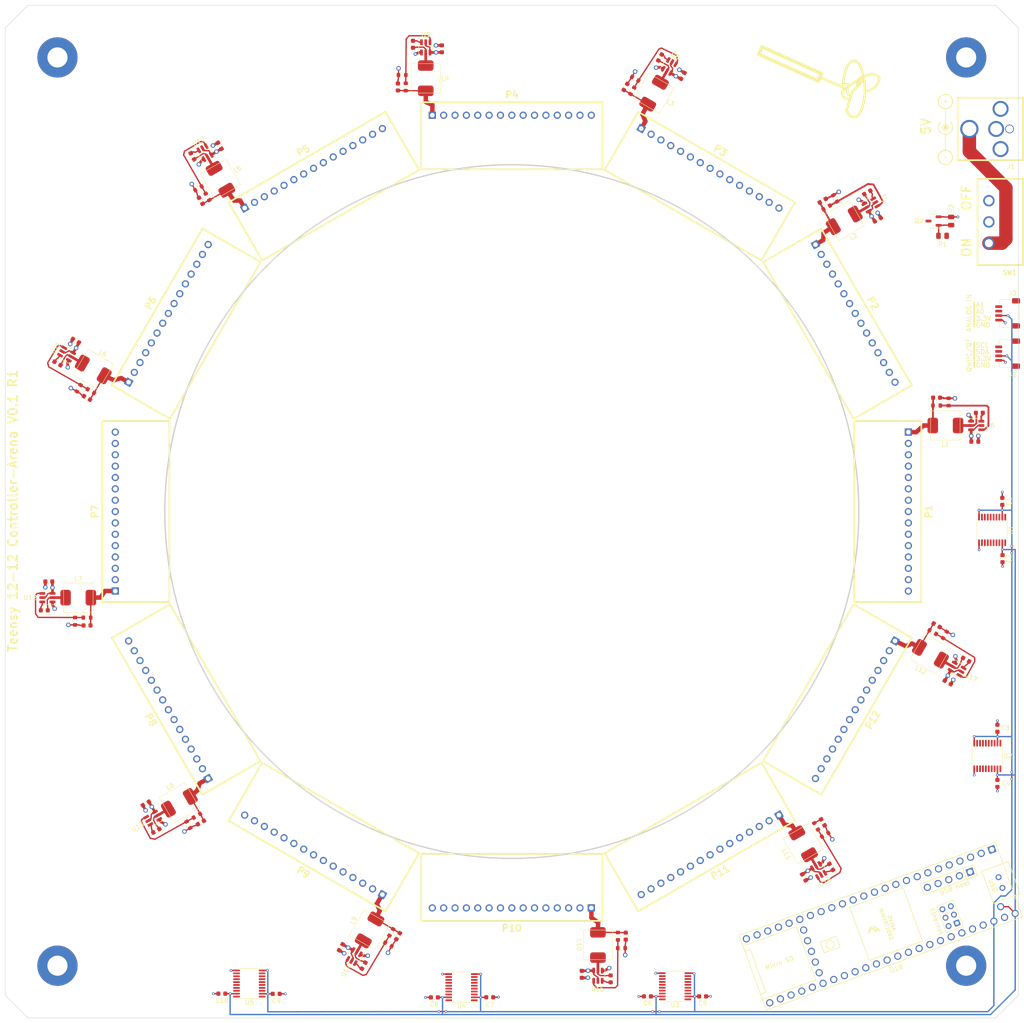
<source format=kicad_pcb>
(kicad_pcb (version 20221018) (generator pcbnew)
  (layers (0 "F.Cu" signal) (1 "In1.Cu" power) (2 "In2.Cu" power) (31 "B.Cu" signal) (34 "B.Paste" user) (35 "F.Paste" user) (36 "B.SilkS" user "B.Silkscreen") (37 "F.SilkS" user "F.Silkscreen") (38 "B.Mask" user) (39 "F.Mask" user) (44 "Edge.Cuts" user))
  (net 0 "")
  (net 1 "+3.3V")
  (net 2 "+5V")
  (net 3 "Net-(U6-VBST)")
  (net 4 "/Power & Voltage Regulators/SW_VCC")
  (net 5 "/Teensy/SDA")
  (net 8 "/Teensy/SCL")
  (net 9 "/Teensy/A0")
  (net 11 "/Teensy/A1")
  (net 12 "Net-(U6-SW)")
  (net 13 "/Level Shifters/PAN5V.SCK_1")
  (net 14 "/Level Shifters/PAN5V.SCK_0")
  (net 15 "/Level Shifters/PAN5V.MOSI_0")
  (net 16 "/Level Shifters/PAN5V.MISO_0")
  (net 17 "/Level Shifters/PAN5V.CS_00")
  (net 18 "/Level Shifters/PAN5V.CS_01")
  (net 19 "/Level Shifters/PAN5V.CS_02")
  (net 20 "/Level Shifters/PAN5V.CS_03")
  (net 21 "/Level Shifters/PAN5V.CS_04")
  (net 22 "/Level Shifters/PAN5V.EXT_INT")
  (net 23 "GND")
  (net 27 "/Level Shifters/PAN5V.CS_05")
  (net 28 "/Level Shifters/PAN5V.CS_06")
  (net 29 "/Level Shifters/PAN5V.CS_08")
  (net 30 "/Level Shifters/PAN5V.CS_09")
  (net 43 "Net-(Q2-G)")
  (net 44 "/Level Shifters/PAN5V.CS_10")
  (net 45 "/Level Shifters/PAN5V.CS_11")
  (net 46 "/Level Shifters/PAN5V.CS_12")
  (net 47 "/Level Shifters/PAN5V.CS_13")
  (net 48 "/Level Shifters/PAN5V.CS_14")
  (net 49 "/Level Shifters/PAN5V.CS_15")
  (net 50 "/Level Shifters/PAN5V.CS_16")
  (net 51 "/Level Shifters/PAN5V.CS_17")
  (net 52 "/Level Shifters/PAN5V.CS_18")
  (net 53 "/Level Shifters/PAN5V.CS_19")
  (net 54 "/Level Shifters/PAN5V.CS_20")
  (net 55 "/Level Shifters/PAN5V.CS_21")
  (net 56 "/Level Shifters/PAN5V.CS_22")
  (net 57 "/Level Shifters/PAN5V.CS_23")
  (net 58 "/Level Shifters/PAN5V.CS_24")
  (net 59 "/Level Shifters/PAN5V.CS_25")
  (net 60 "/Level Shifters/PAN5V.CS_26")
  (net 61 "/Level Shifters/PAN5V.CS_27")
  (net 62 "/Level Shifters/PAN5V.CS_28")
  (net 63 "/Level Shifters/PAN5V.CS_29")
  (net 64 "/Level Shifters/PAN5V.MOSI_1")
  (net 65 "/Level Shifters/PAN5V.MISO_1")
  (net 84 "/Level Shifters/PAN5V.RESET")
  (net 85 "/Level Shifters/PAN3V.RESET")
  (net 86 "/Level Shifters/PAN3V.SCK_0")
  (net 87 "/Level Shifters/PAN3V.MOSI_0")
  (net 88 "/Level Shifters/PAN3V.MISO_0")
  (net 90 "/Level Shifters/PAN3V.SCK_1")
  (net 91 "/Level Shifters/PAN3V.MOSI_1")
  (net 92 "/Level Shifters/PAN3V.MISO_1")
  (net 94 "/Level Shifters/PAN3V.CS_00")
  (net 95 "/Level Shifters/PAN3V.CS_01")
  (net 96 "/Level Shifters/PAN3V.CS_02")
  (net 97 "/Level Shifters/PAN3V.CS_03")
  (net 98 "/Level Shifters/PAN3V.CS_04")
  (net 99 "/Level Shifters/PAN3V.CS_05")
  (net 100 "/Level Shifters/PAN3V.CS_06")
  (net 101 "/Level Shifters/PAN3V.CS_07")
  (net 102 "/Level Shifters/PAN5V.CS_07")
  (net 103 "/Level Shifters/PAN3V.CS_08")
  (net 104 "/Level Shifters/PAN3V.CS_09")
  (net 105 "/Level Shifters/PAN3V.CS_10")
  (net 106 "/Level Shifters/PAN3V.CS_11")
  (net 107 "/Level Shifters/PAN3V.CS_12")
  (net 108 "/Level Shifters/PAN3V.CS_13")
  (net 109 "/Level Shifters/PAN3V.CS_14")
  (net 110 "/Level Shifters/PAN3V.CS_15")
  (net 111 "/Level Shifters/PAN3V.CS_16")
  (net 112 "/Level Shifters/PAN3V.CS_17")
  (net 113 "/Level Shifters/PAN3V.CS_18")
  (net 114 "/Level Shifters/PAN3V.CS_19")
  (net 115 "/Level Shifters/PAN3V.CS_20")
  (net 116 "/Level Shifters/PAN3V.CS_21")
  (net 117 "/Level Shifters/PAN3V.CS_22")
  (net 118 "/Level Shifters/PAN3V.CS_23")
  (net 119 "/Level Shifters/PAN3V.CS_24")
  (net 120 "/Level Shifters/PAN3V.CS_25")
  (net 121 "/Level Shifters/PAN3V.CS_26")
  (net 122 "/Level Shifters/PAN3V.CS_27")
  (net 123 "/Level Shifters/PAN3V.CS_28")
  (net 124 "/Level Shifters/PAN3V.CS_29")
  (net 126 "/Level Shifters/PAN3V.EXT_INT")
  (net 146 "/Panel Headers/RESET")
  (net 147 "VCC")
  (net 148 "/Panel Headers/POW.5V_HDR_1")
  (net 149 "Net-(U7-VBST)")
  (net 150 "Net-(U7-SW)")
  (net 151 "/Panel Headers/POW.5V_HDR_2")
  (net 152 "Net-(U8-VBST)")
  (net 153 "Net-(U8-SW)")
  (net 154 "/Panel Headers/POW.5V_HDR_3")
  (net 155 "Net-(U9-VBST)")
  (net 156 "Net-(U9-SW)")
  (net 157 "/Panel Headers/POW.5V_HDR_4")
  (net 158 "Net-(U10-VBST)")
  (net 159 "Net-(U10-SW)")
  (net 160 "/Panel Headers/POW.5V_HDR_5")
  (net 161 "Net-(U11-VBST)")
  (net 162 "Net-(U11-SW)")
  (net 163 "/Panel Headers/POW.5V_HDR_6")
  (net 164 "Net-(U12-VBST)")
  (net 165 "Net-(U12-SW)")
  (net 166 "/Panel Headers/POW.5V_HDR_7")
  (net 167 "Net-(U13-VBST)")
  (net 168 "Net-(U13-SW)")
  (net 169 "/Panel Headers/POW.5V_HDR_8")
  (net 170 "Net-(U14-VBST)")
  (net 171 "Net-(U14-SW)")
  (net 172 "/Panel Headers/POW.5V_HDR_9")
  (net 173 "Net-(U15-VBST)")
  (net 174 "Net-(U15-SW)")
  (net 175 "/Panel Headers/POW.5V_HDR_10")
  (net 176 "Net-(U16-VBST)")
  (net 177 "Net-(U16-SW)")
  (net 178 "/Panel Headers/POW.5V_HDR_11")
  (net 179 "Net-(U17-VBST)")
  (net 180 "Net-(U17-SW)")
  (net 181 "/Panel Headers/POW.5V_HDR_12")
  (net 182 "Net-(U6-VFB)")
  (net 183 "Net-(U7-VFB)")
  (net 184 "Net-(U8-VFB)")
  (net 185 "Net-(U9-VFB)")
  (net 186 "Net-(U10-VFB)")
  (net 187 "Net-(U11-VFB)")
  (net 188 "Net-(U12-VFB)")
  (net 189 "Net-(U13-VFB)")
  (net 190 "Net-(U14-VFB)")
  (net 191 "Net-(U15-VFB)")
  (net 192 "Net-(U16-VFB)")
  (net 193 "Net-(U17-VFB)")
  (footprint "arena_custom:CYA0650_3P3UH" (layer "F.Cu") (at 274.7336 158.5468 180)
    (fp_text reference "L1")
    (fp_text value "3.3uH" hide)
  )
  (footprint "Package_TO_SOT_SMD:SOT-23-6" (layer "F.Cu") (at 197.0532 281.6494 -90)
    (fp_text reference "U15")
    (fp_text value "TPS564201DDC" hide)
  )
  (footprint "Capacitor_SMD:C_0603_1608Metric" (layer "F.Cu") (at 286.385 226.28 90)
    (fp_text reference "C3")
    (fp_text value "0.1uF" hide)
  )
  (footprint "Capacitor_SMD:C_0603_1608Metric" (layer "F.Cu") (at 112.484619 95.963242 120)
    (fp_text reference "C23" hide)
    (fp_text value "10uF" hide)
  )
  (footprint "MountingHole:MountingHole_4.5mm_Pad" (layer "F.Cu") (at 76.2 76.2)
    (fp_text reference "H1" hide)
    (fp_text value "MountingHole_Pad" hide)
  )
  (footprint "arena_custom:HEADER_TOP" (layer "F.Cu") (at 177.799999 266.474028 180)
    (fp_text reference "P10")
    (fp_text value "CONN15" hide)
  )
  (footprint "Capacitor_SMD:C_0603_1608Metric" (layer "F.Cu") (at 208.124 286.268 180)
    (fp_text reference "C6")
    (fp_text value "0.1uF" hide)
  )
  (footprint "Capacitor_SMD:C_0603_1608Metric" (layer "F.Cu") (at 152.3238 82.815199 -90)
    (fp_text reference "C22" hide)
    (fp_text value "22uF" hide)
  )
  (footprint "Resistor_SMD:R_0603_1608Metric" (layer "F.Cu") (at 202.3232 275.4642)
    (fp_text reference "R22" hide)
    (fp_text value "10k" hide)
  )
  (footprint "arena_custom:HEADER_TOP" (layer "F.Cu") (at 254.593961 222.137014 -120)
    (fp_text reference "P12")
    (fp_text value "CONN15" hide)
  )
  (footprint "Resistor_SMD:R_0603_1608Metric" (layer "F.Cu") (at 153.2768 80.135799 180)
    (fp_text reference "R10" hide)
    (fp_text value "10k" hide)
  )
  (footprint "arena_custom:HEADER_TOP" (layer "F.Cu") (at 89.125971 177.8 90)
    (fp_text reference "P7")
    (fp_text value "CONN15" hide)
  )
  (footprint "Capacitor_SMD:C_0603_1608Metric" (layer "F.Cu") (at 210.935771 76.21116 -120)
    (fp_text reference "C18" hide)
    (fp_text value "100nF" hide)
  )
  (footprint "Capacitor_SMD:C_0603_1608Metric" (layer "F.Cu") (at 106.38937 98.30916 -60)
    (fp_text reference "C24" hide)
    (fp_text value "100nF" hide)
  )
  (footprint "Capacitor_SMD:C_0603_1608Metric" (layer "F.Cu") (at 73.253599 199.898)
    (fp_text reference "C30" hide)
    (fp_text value "100nF" hide)
  )
  (footprint "Package_TO_SOT_SMD:SOT-23-6" (layer "F.Cu") (at 258.109619 109.201539 30)
    (fp_text reference "U7")
    (fp_text value "TPS564201DDC" hide)
  )
  (footprint "Capacitor_SMD:C_0603_1608Metric" (layer "F.Cu") (at 82.815199 203.2762)
    (fp_text reference "C31" hide)
    (fp_text value "22uF" hide)
  )
  (footprint "arena_custom:slide_switch" (layer "F.Cu") (at 287.02 113.0027 90)
    (fp_text reference "SW1")
    (fp_text value "SW_SPDT" hide)
  )
  (footprint "Package_SO:TSSOP-20_4.4x6.5mm_P0.65mm" (layer "F.Cu") (at 214.3086 284.0016 180)
    (fp_text reference "U3")
    (fp_text value "TXB0108PW" hide)
  )
  (footprint "Capacitor_SMD:C_0603_1608Metric" (layer "F.Cu") (at 95.963242 243.11538 -150)
    (fp_text reference "C32" hide)
    (fp_text value "10uF" hide)
  )
  (footprint "Resistor_SMD:R_0603_1608Metric" (layer "F.Cu") (at 247.869814 250.118078 30)
    (fp_text reference "R24" hide)
    (fp_text value "10k" hide)
  )
  (footprint "Capacitor_SMD:C_0603_1608Metric" (layer "F.Cu") (at 160.4794 286.4912 180)
    (fp_text reference "C8")
    (fp_text value "0.1uF" hide)
  )
  (footprint "Package_SO:TSSOP-20_4.4x6.5mm_P0.65mm" (layer "F.Cu") (at 284.1252 232.4759 -90)
    (fp_text reference "U2")
    (fp_text value "TXB0108PW" hide)
  )
  (footprint "Resistor_SMD:R_0603_1608Metric" (layer "F.Cu") (at 109.756159 107.39181 120)
    (fp_text reference "R11" hide)
    (fp_text value "56.2k" hide)
  )
  (footprint "Resistor_SMD:R_0603_1608Metric" (layer "F.Cu") (at 107.39181 245.84384 -150)
    (fp_text reference "R17" hide)
    (fp_text value "56.2k" hide)
  )
  (footprint "Package_TO_SOT_SMD:SOT-23-6" (layer "F.Cu") (at 277.362819 213.05094 -30)
    (fp_text reference "U17")
    (fp_text value "TPS564201DDC" hide)
  )
  (footprint "arena_custom:HEADER_TOP" (layer "F.Cu") (at 133.462985 254.593961 150)
    (fp_text reference "P9")
    (fp_text value "CONN15" hide)
  )
  (footprint "arena_custom:HEADER_TOP" (layer "F.Cu") (at 222.137014 254.593961 -150)
    (fp_text reference "P11")
    (fp_text value "CONN15" hide)
  )
  (footprint "Capacitor_SMD:C_0603_1608Metric" (layer "F.Cu") (at 155.702 73.253599 -90)
    (fp_text reference "C21" hide)
    (fp_text value "100nF" hide)
  )
  (footprint "arena_custom:CYA0650_3P3UH" (layer "F.Cu") (at 112.659439 103.479639 -60)
    (fp_text reference "L5")
    (fp_text value "3.3uH" hide)
  )
  (footprint "Capacitor_SMD:C_0603_1608Metric" (layer "F.Cu") (at 125.1074 285.6992)
    (fp_text reference "C9")
    (fp_text value "0.1uF" hide)
  )
  (footprint "arena_custom:JST_SH_SM04B-SRSS-TB_1x04-1MP_P1.00mm_Horizontal" (layer "F.Cu") (at 288.6756 133.4516 90)
    (fp_text reference "J3")
    (fp_text value "Conn_01x04" hide)
  )
  (footprint "Resistor_SMD:R_0603_1608Metric" (layer "F.Cu") (at 105.481921 247.869814 -60)
    (fp_text reference "R18" hide)
    (fp_text value "10k" hide)
  )
  (footprint "Resistor_SMD:R_0603_1608Metric" (layer "F.Cu") (at 80.958721 150.205613 -120)
    (fp_text reference "R14" hide)
    (fp_text value "10k" hide)
  )
  (footprint "Capacitor_SMD:C_0603_1608Metric" (layer "F.Cu") (at 287.528 188.328 -90)
    (fp_text reference "C2")
    (fp_text value "0.1uF")
  )
  (footprint "Capacitor_SMD:C_0603_1608Metric" (layer "F.Cu") (at 98.30916 249.210629 30)
    (fp_text reference "C33" hide)
    (fp_text value "100nF" hide)
  )
  (footprint "Capacitor_SMD:C_0603_1608Metric" (layer "F.Cu") (at 220.459 286.258)
    (fp_text reference "C5")
    (fp_text value "0.1uF" hide)
  )
  (footprint "Resistor_SMD:R_0603_1608Metric" (layer "F.Cu") (at 271.931789 204.75336 -30)
    (fp_text reference "R25" hide)
    (fp_text value "56.2k" hide)
  )
  (footprint "Capacitor_SMD:C_0603_1608Metric" (layer "F.Cu") (at 74.269599 193.4464 180)
    (fp_text reference "C29" hide)
    (fp_text value "10uF" hide)
  )
  (footprint "Capacitor_SMD:C_0603_1608Metric" (layer "F.Cu") (at 112.9574 285.6592 180)
    (fp_text reference "C10")
    (fp_text value "0.1uF" hide)
  )
  (footprint "Resistor_SMD:R_0603_1608Metric" (layer "F.Cu") (at 275.4642 153.2768 90)
    (fp_text reference "R4" hide)
    (fp_text value "10k" hide)
  )
  (footprint "Resistor_SMD:R_0603_1608Metric" (layer "F.Cu") (at 248.208189 109.756159 30)
    (fp_text reference "R5" hide)
    (fp_text value "56.2k" hide)
  )
  (footprint "Resistor_SMD:R_0603_1608Metric" (layer "F.Cu") (at 250.118078 107.730185 120)
    (fp_text reference "R6" hide)
    (fp_text value "10k" hide)
  )
  (footprint "Capacitor_SMD:C_0603_1608Metric" (layer "F.Cu") (at 152.370635 272.79735 60)
    (fp_text reference "C37" hide)
    (fp_text value "22uF" hide)
  )
  (footprint "Capacitor_SMD:C_0603_1608Metric" (layer "F.Cu") (at 199.898 282.3464 90)
    (fp_text reference "C39" hide)
    (fp_text value "100nF" hide)
  )
  (footprint "Capacitor_SMD:C_0603_1608Metric" (layer "F.Cu") (at 259.636757 112.484619 30)
    (fp_text reference "C14" hide)
    (fp_text value "10uF" hide)
  )
  (footprint "Resistor_SMD:R_0603_1608Metric" (layer "F.Cu") (at 204.75336 83.66821 60)
    (fp_text reference "R7" hide)
    (fp_text value "56.2k" hide)
  )
  (footprint "MountingHole:MountingHole_4.5mm_Pad" (layer "F.Cu") (at 279.4 279.4)
    (fp_text reference "H3" hide)
    (fp_text value "MountingHole_Pad" hide)
  )
  (footprint "Package_SO:TSSOP-20_4.4x6.5mm_P0.65mm" (layer "F.Cu") (at 285.201 181.9095 -90)
    (fp_text reference "U1")
    (fp_text value "TXB0108PW")
  )
  (footprint "arena_custom:CYA0650_3P3UH" (layer "F.Cu") (at 242.94056 252.12036 120)
    (fp_text reference "L11")
    (fp_text value "3.3uH" hide)
  )
  (footprint "Package_TO_SOT_SMD:SOT-23-3" (layer "F.Cu") (at 272.1009 112.8014 180)
    (fp_text reference "Q2")
    (fp_text value "MOSFET_NCHAN" hide)
  )
  (footprint "MountingHole:MountingHole_4.5mm_Pad" (layer "F.Cu") (at 76.2 279.4)
    (fp_text reference "H4" hide)
    (fp_text value "MountingHole_Pad" hide)
  )
  (footprint "arena_custom:CYA0650_3P3UH" (layer "F.Cu") (at 197.0532 274.7336 90)
    (fp_text reference "L10")
    (fp_text value "3.3uH" hide)
  )
  (footprint "Capacitor_SMD:C_0603_1608Metric" (layer "F.Cu") (at 275.283157 216.01502 -30)
    (fp_text reference "C44" hide)
    (fp_text value "10uF" hide)
  )
  (footprint "Package_TO_SOT_SMD:SOT-23-6" (layer "F.Cu") (at 142.549059 277.362819 -120)
    (fp_text reference "U14")
    (fp_text value "TPS564201DDC" hide)
  )
  (footprint "Resistor_SMD:R_0603_1608Metric" (layer "F.Cu") (at 150.205613 274.641278 -30)
    (fp_text reference "R20" hide)
    (fp_text value "10k" hide)
  )
  (footprint "arena_custom:DCJACK_2PIN_HIGHCURRENT" (layer "F.Cu") (at 292.1 92.202 -90)
    (fp_text reference "J1")
    (fp_text value "Barrel_Jack" hide)
  )
  (footprint "Capacitor_SMD:C_0603_1608Metric" (layer "F.Cu") (at 80.316842 139.584979 150)
    (fp_text reference "C26" hide)
    (fp_text value "10uF" hide)
  )
  (footprint "Capacitor_SMD:C_0603_1608Metric" (layer "F.Cu") (at 272.79735 203.229364 150)
    (fp_text reference "C46" hide)
    (fp_text value "22uF" hide)
  )
  (footprint "Capacitor_SMD:C_0603_1608Metric" (layer "F.Cu") (at 281.3304 162.1536)
    (fp_text reference "C11" hide)
    (fp_text value "10uF" hide)
  )
  (footprint "arena_custom:HEADER_TOP" (layer "F.Cu") (at 133.462985 101.006038 30)
    (fp_text reference "P5")
    (fp_text value "CONN15" hide)
  )
  (footprint "Capacitor_SMD:C_0603_1608Metric" (layer "F.Cu") (at 257.290839 106.38937 -150)
    (fp_text reference "C15" hide)
    (fp_text value "100nF" hide)
  )
  (footprint "arena_custom:CYA0650_3P3UH" (layer "F.Cu") (at 80.866399 197.0532)
    (fp_text reference "L7")
    (fp_text value "3.3uH" hide)
  )
  (footprint "Package_SO:TSSOP-20_4.4x6.5mm_P0.65mm" (layer "F.Cu") (at 166.55 284.204 180)
    (fp_text reference "U4")
    (fp_text value "TXB0108PW" hide)
  )
  (footprint "Capacitor_SMD:C_0603_1608Metric" (layer "F.Cu") (at 76.21116 144.664228 -30)
    (fp_text reference "C27" hide)
    (fp_text value "100nF" hide)
  )
  (footprint "arena_custom:HEADER_TOP" (layer "F.Cu") (at 177.8 89.125971)
    (fp_text reference "P4")
    (fp_text value "CONN15" hide)
  )
  (footprint "Capacitor_SMD:C_0603_1608Metric" (layer "F.Cu") (at 247.355436 247.32115 120)
    (fp_text reference "C43" hide)
    (fp_text value "22uF" hide)
  )
  (footprint "Resistor_SMD:R_0805_2012Metric" (layer "F.Cu") (at 274.1149 116.1034)
    (fp_text reference "R1")
    (fp_text value "200" hide)
  )
  (footprint "Capacitor_SMD:C_0603_1608Metric" (layer "F.Cu") (at 139.584979 275.283157 -120)
    (fp_text reference "C35" hide)
    (fp_text value "10uF" hide)
  )
  (footprint "Resistor_SMD:R_0603_1608Metric" (layer "F.Cu") (at 150.846639 271.931789 -120)
    (fp_text reference "R19" hide)
    (fp_text value "56.2k" hide)
  )
  (footprint "Capacitor_SMD:C_0603_1608Metric" (layer "F.Cu") (at 82.802649 152.370635 -30)
    (fp_text reference "C28" hide)
    (fp_text value "22uF" hide)
  )
  (footprint "Capacitor_SMD:C_0603_1608Metric" (layer "F.Cu") (at 247.32115 108.244563 -150)
    (fp_text reference "C16" hide)
    (fp_text value "22uF" hide)
  )
  (footprint "Capacitor_SMD:C_0603_1608Metric" (layer "F.Cu") (at 108.244563 108.278849 -60)
    (fp_text reference "C25" hide)
    (fp_text value "22uF" hide)
  )
  (footprint "Capacitor_SMD:C_0603_1608Metric" (layer "F.Cu") (at 279.388839 210.935771 150)
    (fp_text reference "C45" hide)
    (fp_text value "100nF" hide)
  )
  (footprint "Capacitor_SMD:C_0603_1608Metric" (layer "F.Cu") (at 216.01502 80.316842 60)
    (fp_text reference "C17" hide)
    (fp_text value "10uF" hide)
  )
  (footprint "Capacitor_SMD:C_0603_1608Metric" (layer "F.Cu") (at 193.446399 281.3304 -90)
    (fp_text reference "C38" hide)
    (fp_text value "10uF" hide)
  )
  (footprint "teensy:Teensy41" (layer "F.Cu") (at 260.310378 270.545439 -160)
    (fp_text reference "U18")
    (fp_text value "Teensy4.1")
  )
  (footprint "arena_custom:HEADER_TOP" (layer "F.Cu") (at 266.474028 177.8 -90)
    (fp_text reference "P1")
    (fp_text value "CONN15" hide)
  )
  (footprint "Capacitor_SMD:C_0603_1608Metric" (layer "F.Cu") (at 162.1536 74.269599 90)
    (fp_text reference "C20" hide)
    (fp_text value "10uF" hide)
  )
  (footprint "Package_TO_SOT_SMD:SOT-23-6" (layer "F.Cu") (at 78.23718 142.549059 150)
    (fp_text reference "U11")
    (fp_text value "TPS564201DDC" hide)
  )
  (footprint "Capacitor_SMD:C_0603_1608Metric" (layer "F.Cu") (at 203.2762 272.7848 90)
    (fp_text reference "C40" hide)
    (fp_text value "22uF" hide)
  )
  (footprint "Resistor_SMD:R_0603_1608Metric" (layer "F.Cu") (at 82.802799 201.5236 180)
    (fp_text reference "R15" hide)
    (fp_text value "56.2k" hide)
  )
  (footprint "arena_custom:HEADER_TOP" (layer "F.Cu") (at 101.006038 133.462985 60)
    (fp_text reference "P6")
    (fp_text value "CONN15" hide)
  )
  (footprint "arena_custom:CYA0650_3P3UH" (layer "F.Cu") (at 146.006959 271.37356 60)
    (fp_text reference "L9")
    (fp_text value "3.3uH" hide)
  )
  (footprint "arena_custom:HEADER_TOP" (layer "F.Cu") (at 101.006038 222.137014 120)
    (fp_text reference "P8")
    (fp_text value "CONN15" hide)
  )
  (footprint "Capacitor_SMD:C_0603_1608Metric" (layer "F.Cu") (at 272.7848 152.3238 180)
    (fp_text reference "C13" hide)
    (fp_text value "22uF" hide)
  )
  (footprint "Package_TO_SOT_SMD:SOT-23-6" (layer "F.Cu") (at 97.49038 246.39846 -150)
    (fp_text reference "U13")
    (fp_text value "TPS564201DDC" hide)
  )
  (footprint "Capacitor_SMD:C_0603_1608Metric" (layer "F.Cu") (at 282.3464 155.702 180)
    (fp_text reference "C12" hide)
    (fp_text value "100nF" hide)
  )
  (footprint "Package_TO_SOT_SMD:SOT-23-6" (layer "F.Cu") (at 158.5468 73.950599 90)
    (fp_text reference "U9")
    (fp_text value "TPS564201DDC" hide)
  )
  (footprint "arena_custom:CYA0650_3P3UH" (layer "F.Cu") (at 209.59304 84.226439 -120)
    (fp_text reference "L3")
    (fp_text value "3.3uH" hide)
  )
  (footprint "MountingHole:MountingHole_4.5mm_Pad" (layer "F.Cu") (at 279.4 76.2)
    (fp_text reference "H2" hide)
    (fp_text value "MountingHole_Pad" hide)
  )
  (footprint "Capacitor_SMD:C_0603_1608Metric" (layer "F.Cu") (at 286.385 238.62 -90)
    (fp_text reference "C4")
    (fp_text value "0.1uF" hide)
  )
  (footprint "Package_TO_SOT_SMD:SOT-23-6" (layer "F.Cu") (at 246.39846 258.109619 -60)
    (fp_text reference "U16")
    (fp_text value "TPS564201DDC" hide)
  )
  (footprint "arena_custom:CYA0650_3P3UH" (layer "F.Cu") (at 84.226439 146.006959 -30)
    (fp_text reference "L6")
    (fp_text value "3.3uH" hide)
  )
  (footprint "Resistor_SMD:R_0603_1608Metric" (layer "F.Cu") (at 272.7972 154.0764)
    (fp_text reference "R3" hide)
    (fp_text value "56.2k" hide)
  )
  (footprint "Package_TO_SOT_SMD:SOT-23-6" (layer "F.Cu") (at 281.6494 158.5468)
    (fp_text reference "U6")
    (fp_text value "TPS564201DDC" hide)
  )
  (footprint "Capacitor_SMD:C_0603_1608Metric" (layer "F.Cu") (at 172.8594 286.4612)
    (fp_text reference "C7")
    (fp_text value "0.1uF" hide)
  )
  (footprint "Resistor_SMD:R_0603_1608Metric" (layer "F.Cu") (at 245.84384 248.208189 -60)
    (fp_text reference "R23" hide)
    (fp_text value "56.2k" hide)
  )
  (footprint "Package_TO_SOT_SMD:SOT-23-6" (layer "F.Cu") (at 73.950599 197.0532 180)
    (fp_text reference "U12")
    (fp_text value "TPS564201DDC" hide)
  )
  (footprint "Resistor_SMD:R_0603_1608Metric" (layer "F.Cu") (at 205.394386 80.958721 150)
    (fp_text reference "R8" hide)
    (fp_text value "10k" hide)
  )
  (footprint "arena_custom:CYA0650_3P3UH" (layer "F.Cu") (at 252.12036 112.659439 -150)
    (fp_text reference "L2")
    (fp_text value "3.3uH" hide)
  )
  (footprint "Capacitor_SMD:C_0603_1608Metric" (layer "F.Cu") (at 108.278849 247.355436 30)
    (fp_text reference "C34" hide)
    (fp_text value "22uF" hide)
  )
  (footprint "Capacitor_SMD:C_0603_1608Metric" (layer "F.Cu") (at 243.11538 259.636757 -60)
    (fp_text reference "C41" hide)
    (fp_text value "10uF" hide)
  )
  (footprint "Resistor_SMD:R_0603_1608Metric" (layer "F.Cu") (at 274.641278 205.394386 60)
    (fp_text reference "R26" hide)
    (fp_text value "10k" hide)
  )
  (footprint "Capacitor_SMD:C_0603_1608Metric" (layer "F.Cu") (at 287.4772 175.514 90)
    (fp_text reference "C1")
    (fp_text value "0.1uF")
  )
  (footprint "Resistor_SMD:R_0603_1608Metric" (layer "F.Cu") (at 80.135799 202.3232 -90)
    (fp_text reference "R16" hide)
    (fp_text value "10k" hide)
  )
  (footprint "arena_custom:CYA0650_3P3UH" (layer "F.Cu") (at 103.479639 242.94056 30)
    (fp_text reference "L8")
    (fp_text value "3.3uH" hide)
  )
  (footprint "Resistor_SMD:R_0603_1608Metric" (layer "F.Cu") (at 83.66821 150.846639 150)
    (fp_text reference "R13" hide)
    (fp_text value "56.2k" hide)
  )
  (footprint "Package_TO_SOT_SMD:SOT-23-6" (layer "F.Cu") (at 213.05094 78.23718 60)
    (fp_text reference "U8")
    (fp_text value "TPS564201DDC" hide)
  )
  (footprint "Resistor_SMD:R_0603_1608Metric" (layer "F.Cu") (at 154.0764 82.802799 90)
    (fp_text reference "R9" hide)
    (fp_text value "56.2k" hide)
  )
  (footprint "arena_custom:CYA0650_3P3UH" (layer "F.Cu") (at 271.37356 209.59304 150)
    (fp_text reference "L12")
    (fp_text value "3.3uH" hide)
  )
  (footprint "arena_custom:HEADER_TOP" (layer "F.Cu") (at 254.593961 133.462985 -60)
    (fp_text reference "P2")
    (fp_text value "CONN15" hide)
  )
  (footprint "arena_custom:CYA0650_3P3UH" (layer "F.Cu") (at 158.5468 80.866399 -90)
    (fp_text reference "L4")
    (fp_text value "3.3uH" hide)
  )
  (footprint "Capacitor_SMD:C_0603_1608Metric" (layer "F.Cu") (at 144.664228 279.388839 60)
    (fp_text reference "C36" hide)
    (fp_text value "100nF" hide)
  )
  (footprint "arena_custom:JST_SH_SM04B-SRSS-TB_1x04-1MP_P1.00mm_Horizontal" (layer "F.Cu") (at 288.6756 142.4626 90)
    (fp_text reference "J2")
    (fp_text value "Conn_01x04" hide)
  )
  (footprint "Capacitor_SMD:C_0603_1608Metric" (layer "F.Cu") (at 249.210629 257.290839 120)
    (fp_text reference "C42" hide)
    (fp_text value "100nF" hide)
  )
  (footprint "arena_custom:HEADER_TOP" (layer "F.Cu") (at 222.137014 101.006038 -30)
    (fp_text reference "P3")
    (fp_text value "CONN15" hide)
  )
  (footprint "Package_SO:TSSOP-20_4.4x6.5mm_P0.65mm" (layer "F.Cu") (at 119.1051 283.391 180)
    (fp_text reference "U5")
    (fp_text value "TXB0108PW" hide)
  )
  (footprint "Resistor_SMD:R_0805_2012Metric" (layer "F.Cu") (at 276.0434 112.8014 -90)
    (fp_text reference "R2")
    (fp_text value "20k" hide)
  )
  (footprint "Resistor_SMD:R_0603_1608Metric" (layer "F.Cu") (at 201.5236 272.7972 -90)
    (fp_text reference "R21" hide)
    (fp_text value "56.2k" hide)
  )
  (footprint "Resistor_SMD:R_0603_1608Metric" (layer "F.Cu") (at 107.730185 105.481921 -150)
    (fp_text reference "R12" hide)
    (fp_text value "10k" hide)
  )
  (footprint "Capacitor_SMD:C_0603_1608Metric" (layer "F.Cu") (at 203.229364 82.802649 -120)
    (fp_text reference "C19" hide)
    (fp_text value "22uF" hide)
  )
  (footprint "Package_TO_SOT_SMD:SOT-23-6" (layer "F.Cu") (at 109.201539 97.49038 120)
    (fp_text reference "U10")
    (fp_text value "TPS564201DDC" hide)
  )
  (gr_line (start 256.199044 87.297682) (end 256.271976 87.058327) (stroke (width 0.514144)) (layer "F.SilkS"))
  (gr_line (start 253.328128 89.085184) (end 253.428895 89.190784) (stroke (width 0.514144)) (layer "F.SilkS"))
  (gr_line (start 253.398643 85.370906) (end 253.047927 85.47159) (stroke (width 0.514144)) (layer "F.SilkS"))
  (gr_line (start 273.458677 92.763687) (end 273.412617 92.697601) (stroke (width 0.15487)) (layer "F.SilkS"))
  (gr_line (start 275.079658 84.502663) (end 275.156965 84.520506) (stroke (width 0.179621)) (layer "F.SilkS"))
  (gr_line (start 273.801544 84.787649) (end 273.864193 84.743099) (stroke (width 0.179621)) (layer "F.SilkS"))
  (gr_line (start 256.682667 84.850824) (end 256.710096 84.544275) (stroke (width 0.514144)) (layer "F.SilkS"))
  (gr_line (start 252.01772 82.16411) (end 251.877536 82.16992) (stroke (width 0.514144)) (layer "F.SilkS"))
  (gr_line (start 252.053344 83.360095) (end 252.337198 83.279574) (stroke (width 0.514144)) (layer "F.SilkS"))
  (gr_line (start 252.648282 87.995452) (end 252.864904 88.424901) (stroke (width 0.514144)) (layer "F.SilkS"))
  (gr_line (start 255.368341 88.978587) (end 255.474286 88.838667) (stroke (width 0.514144)) (layer "F.SilkS"))
  (gr_line (start 275.307038 100.056867) (end 275.232792 100.081989) (stroke (width 0.179621)) (layer "F.SilkS"))
  (gr_line (start 276.124191 97.727336) (end 276.162666 97.794252) (stroke (width 0.179621)) (layer "F.SilkS"))
  (gr_line (start 253.852396 89.497068) (end 253.962792 89.543132) (stroke (width 0.514144)) (layer "F.SilkS"))
  (gr_line (start 253.107055 88.828682) (end 253.329101 89.139146) (stroke (width 0.514144)) (layer "F.SilkS"))
  (gr_line (start 274.514275 87.647619) (end 274.435586 87.633567) (stroke (width 0.179621)) (layer "F.SilkS"))
  (gr_line (start 276.144971 92.629798) (end 276.102596 92.697601) (stroke (width 0.15487)) (layer "F.SilkS"))
  (gr_line (start 253.599513 89.404428) (end 253.881595 89.536188) (stroke (width 0.514144)) (layer "F.SilkS"))
  (gr_line (start 273.683213 99.738719) (end 273.627717 99.68581) (stroke (width 0.179621)) (layer "F.SilkS"))
  (gr_line (start 273.929041 99.922493) (end 273.864208 99.88093) (stroke (width 0.179621)) (layer "F.SilkS"))
  (gr_line (start 276.351319 92.042732) (end 276.338422 92.11912) (stroke (width 0.15487)) (layer "F.SilkS"))
  (gr_line (start 255.525857 82.231349) (end 253.909263 83.976567) (stroke (width 0.514144)) (layer "F.SilkS"))
  (gr_line (start 273.74118 97.322884) (end 273.801544 97.275447) (stroke (width 0.179621)) (layer "F.SilkS"))
  (gr_line (start 252.552095 78.774228) (end 252.838191 78.144863) (stroke (width 0.514144)) (layer "F.SilkS"))
  (gr_line (start 251.969289 84.954351) (end 251.774238 84.647473) (stroke (width 0.514144)) (layer "F.SilkS"))
  (gr_line (start 253.435013 77.325878) (end 253.641567 77.156405) (stroke (width 0.514144)) (layer "F.SilkS"))
  (gr_line (start 274.675394 87.663951) (end 274.594245 87.657781) (stroke (width 0.179621)) (layer "F.SilkS"))
  (gr_line (start 259.176866 80.098993) (end 259.525148 80.289985) (stroke (width 0.514144)) (layer "F.SilkS"))
  (gr_line (start 273.432595 99.449323) (end 273.391031 99.38449) (stroke (width 0.179621)) (layer "F.SilkS"))
  (gr_line (start 273.178102 85.824768) (end 273.192154 85.74608) (stroke (width 0.179621)) (layer "F.SilkS"))
  (gr_line (start 252.166875 85.147003) (end 251.969289 84.954351) (stroke (width 0.514144)) (layer "F.SilkS"))
  (gr_line (start 252.693095 88.053999) (end 252.775458 88.230525) (stroke (width 0.514144)) (layer "F.SilkS"))
  (gr_line (start 275.832018 87.250921) (end 275.774039 87.301144) (stroke (width 0.179621)) (layer "F.SilkS"))
  (gr_line (start 251.774238 84.647473) (end 251.684112 84.419114) (stroke (width 0.514144)) (layer "F.SilkS"))
  (gr_line (start 276.162666 85.306454) (end 276.197954 85.375353) (stroke (width 0.179621)) (layer "F.SilkS"))
  (gr_line (start 274.757623 87.666031) (end 274.675394 87.663951) (stroke (width 0.179621)) (layer "F.SilkS"))
  (gr_line (start 275.000969 84.488611) (end 275.079658 84.502663) (stroke (width 0.179621)) (layer "F.SilkS"))
  (gr_line (start 255.06343 89.325641) (end 255.481002 88.89717) (stroke (width 0.514144)) (layer "F.SilkS"))
  (gr_line (start 273.391023 85.239538) (end 273.432586 85.174706) (stroke (width 0.179621)) (layer "F.SilkS"))
  (gr_line (start 276.347273 98.392536) (end 276.353443 98.473685) (stroke (width 0.179621)) (layer "F.SilkS"))
  (gr_line (start 275.450382 97.115569) (end 275.51928 97.150857) (stroke (width 0.179621)) (layer "F.SilkS"))
  (gr_line (start 273.679039 93.007324) (end 273.618965 92.950211) (stroke (width 0.15487)) (layer "F.SilkS"))
  (gr_line (start 255.036411 82.539878) (end 255.042022 82.457412) (stroke (width 0.514144)) (layer "F.SilkS"))
  (gr_line (start 276.197954 86.760877) (end 276.162666 86.829776) (stroke (width 0.179621)) (layer "F.SilkS"))
  (gr_line (start 255.276137 77.430101) (end 255.346218 77.514994) (stroke (width 0.514144)) (layer "F.SilkS"))
  (gr_line (start 276.323059 85.74608) (end 276.337111 85.824768) (stroke (width 0.179621)) (layer "F.SilkS"))
  (gr_line (start 253.521335 77.222379) (end 253.965722 76.96148) (stroke (width 0.514144)) (layer "F.SilkS"))
  (gr_line (start 275.94042 97.481511) (end 275.990643 97.539491) (stroke (width 0.179621)) (layer "F.SilkS"))
  (gr_line (start 256.875322 83.833962) (end 256.742183 83.87768) (stroke (width 0.514144)) (layer "F.SilkS"))
  (gr_line (start 254.654616 76.988025) (end 254.738231 77.019672) (stroke (width 0.514144)) (layer "F.SilkS"))
  (gr_line (start 274.135626 84.595772) (end 274.208191 84.567161) (stroke (width 0.179621)) (layer "F.SilkS"))
  (gr_line (start 273.237589 92.344278) (end 273.213638 92.270036) (stroke (width 0.15487)) (layer "F.SilkS"))
  (gr_line (start 274.514268 96.976409) (end 274.594239 96.966247) (stroke (width 0.179621)) (layer "F.SilkS"))
  (gr_line (start 275.307038 87.569069) (end 275.232792 87.594191) (stroke (width 0.179621)) (layer "F.SilkS"))
  (gr_line (start 276.353443 98.638142) (end 276.347273 98.719291) (stroke (width 0.179621)) (layer "F.SilkS"))
  (gr_line (start 273.801558 99.836379) (end 273.741193 99.788942) (stroke (width 0.179621)) (layer "F.SilkS"))
  (gr_line (start 254.131302 89.588144) (end 254.188191 89.596579) (stroke (width 0.514144)) (layer "F.SilkS"))
  (gr_line (start 274.911957 93.414485) (end 274.834853 93.420012) (stroke (width 0.15487)) (layer "F.SilkS"))
  (gr_line (start 275.586196 87.434695) (end 275.51928 87.473171) (stroke (width 0.179621)) (layer "F.SilkS"))
  (gr_line (start 274.834853 93.420012) (end 274.757606 93.421855) (stroke (width 0.15487)) (layer "F.SilkS"))
  (gr_line (start 259.542541 82.121242) (end 259.303428 82.48594) (stroke (width 0.514144)) (layer "F.SilkS"))
  (gr_line (start 255.432428 81.506674) (end 255.645993 81.235336) (stroke (width 0.514144)) (layer "F.SilkS"))
  (gr_line (start 274.757623 91.163801) (end 274.757623 87.739042) (stroke (width 0.168772)) (layer "F.SilkS"))
  (gr_line (start 273.391031 99.38449) (end 273.352554 99.317574) (stroke (width 0.179621)) (layer "F.SilkS"))
  (gr_line (start 253.135036 82.646298) (end 253.29269 82.463024) (stroke (width 0.514144)) (layer "F.SilkS"))
  (gr_line (start 251.858224 83.534084) (end 252.053344 83.360095) (stroke (width 0.514144)) (layer "F.SilkS"))
  (gr_line (start 274.135639 100.028256) (end 274.064857 99.996257) (stroke (width 0.179621)) (layer "F.SilkS"))
  (gr_line (start 273.16177 85.985887) (end 273.16794 85.904738) (stroke (width 0.179621)) (layer "F.SilkS"))
  (gr_line (start 274.594245 87.657781) (end 274.514275 87.647619) (stroke (width 0.179621)) (layer "F.SilkS"))
  (gr_line (start 275.450382 87.508459) (end 275.379601 87.540458) (stroke (width 0.179621)) (layer "F.SilkS"))
  (gr_line (start 276.229953 99.177894) (end 276.197954 99.248675) (stroke (width 0.179621)) (layer "F.SilkS"))
  (gr_line (start 255.220933 77.362302) (end 255.627103 77.91908) (stroke (width 0.514144)) (layer "F.SilkS"))
  (gr_line (start 259.525148 80.289985) (end 259.78989 80.507871) (stroke (width 0.514144)) (layer "F.SilkS"))
  (gr_line (start 246.348282 81.480219) (end 233.048664 75.525588) (stroke (width 0.514144)) (layer "F.SilkS"))
  (gr_line (start 273.154682 91.657214) (end 273.163894 91.580397) (stroke (width 0.15487)) (layer "F.SilkS"))
  (gr_line (start 276.360531 91.965914) (end 276.351319 92.042732) (stroke (width 0.15487)) (layer "F.SilkS"))
  (gr_line (start 246.463759 81.532354) (end 247.222944 79.751814) (stroke (width 0.514144)) (layer "F.SilkS"))
  (gr_line (start 254.303207 76.931315) (end 254.393603 76.93489) (stroke (width 0.514144)) (layer "F.SilkS"))
  (gr_line (start 256.040481 87.747626) (end 256.121828 87.527581) (stroke (width 0.514144)) (layer "F.SilkS"))
  (gr_line (start 274.208191 97.054959) (end 274.282438 97.029837) (stroke (width 0.179621)) (layer "F.SilkS"))
  (gr_line (start 253.881595 89.536188) (end 254.324682 89.610855) (stroke (width 0.514144)) (layer "F.SilkS"))
  (gr_line (start 275.435657 93.272624) (end 275.363562 93.303944) (stroke (width 0.15487)) (layer "F.SilkS"))
  (gr_line (start 274.680359 93.420012) (end 274.603255 93.414485) (stroke (width 0.15487)) (layer "F.SilkS"))
  (gr_line (start 257.844701 80.028055) (end 258.211627 79.972669) (stroke (width 0.514144)) (layer "F.SilkS"))
  (gr_line (start 275.709728 93.110496) (end 275.643643 93.156555) (stroke (width 0.15487)) (layer "F.SilkS"))
  (gr_line (start 274.526438 93.405273) (end 274.450049 93.392377) (stroke (width 0.15487)) (layer "F.SilkS"))
  (gr_line (start 274.839851 87.663951) (end 274.757623 87.666031) (stroke (width 0.179621)) (layer "F.SilkS"))
  (gr_line (start 258.842153 80.017626) (end 259.176866 80.098993) (stroke (width 0.514144)) (layer "F.SilkS"))
  (gr_line (start 253.29269 82.463024) (end 253.412685 82.343878) (stroke (width 0.514144)) (layer "F.SilkS"))
  (gr_line (start 256.455241 80.603086) (end 256.647542 80.491892) (stroke (width 0.514144)) (layer "F.SilkS"))
  (gr_line (start 259.950052 81.16405) (end 259.836255 81.519547) (stroke (width 0.514144)) (layer "F.SilkS"))
  (gr_line (start 255.147913 89.218914) (end 255.259498 89.105469) (stroke (width 0.514144)) (layer "F.SilkS"))
  (gr_line (start 275.140979 93.375796) (end 275.065163 93.392377) (stroke (width 0.15487)) (layer "F.SilkS"))
  (gr_line (start 275.887512 84.938218) (end 275.94042 84.993713) (stroke (width 0.179621)) (layer "F.SilkS"))
  (gr_line (start 253.965362 76.988768) (end 254.076566 76.957025) (stroke (width 0.514144)) (layer "F.SilkS"))
  (gr_line (start 259.78989 80.507871) (end 259.966569 80.689146) (stroke (width 0.514144)) (layer "F.SilkS"))
  (gr_line (start 273.25665 85.518698) (end 273.285261 85.446135) (stroke (width 0.179621)) (layer "F.SilkS"))
  (gr_line (start 274.208204 100.056867) (end 274.135639 100.028256) (stroke (width 0.179621)) (layer "F.SilkS"))
  (gr_line (start 274.435586 100.121364) (end 274.358278 100.103522) (stroke (width 0.179621)) (layer "F.SilkS"))
  (gr_line (start 276.353443 85.985887) (end 276.355522 86.068115) (stroke (width 0.179621)) (layer "F.SilkS"))
  (gr_line (start 256.678724 81.644514) (end 256.650167 81.387806) (stroke (width 0.514144)) (layer "F.SilkS"))
  (gr_line (start 254.482303 76.945573) (end 254.569307 76.963305) (stroke (width 0.514144)) (layer "F.SilkS"))
  (gr_line (start 275.450382 84.627771) (end 275.51928 84.663059) (stroke (width 0.179621)) (layer "F.SilkS"))
  (gr_line (start 275.896248 92.950211) (end 275.836173 93.007324) (stroke (width 0.15487)) (layer "F.SilkS"))
  (gr_line (start 273.370242 90.993331) (end 273.412617 90.925528) (stroke (width 0.15487)) (layer "F.SilkS"))
  (gr_line (start 273.213638 91.353093) (end 273.237589 91.278851) (stroke (width 0.15487)) (layer "F.SilkS"))
  (gr_line (start 273.209998 98.955257) (end 273.192155 98.877949) (stroke (width 0.179621)) (layer "F.SilkS"))
  (gr_line (start 251.877536 82.16992) (end 251.922517 81.614249) (stroke (width 0.514144)) (layer "F.SilkS"))
  (gr_line (start 233.757241 73.863743) (end 247.056859 79.818372) (stroke (width 0.514144)) (layer "F.SilkS"))
  (gr_line (start 275.887512 97.426016) (end 275.94042 97.481511) (stroke (width 0.179621)) (layer "F.SilkS"))
  (gr_line (start 276.102596 92.697601) (end 276.056536 92.763687) (stroke (width 0.15487)) (layer "F.SilkS"))
  (gr_line (start 255.866011 88.156561) (end 255.955157 87.957419) (stroke (width 0.514144)) (layer "F.SilkS"))
  (gr_line (start 276.351319 91.580397) (end 276.360531 91.657214) (stroke (width 0.15487)) (layer "F.SilkS"))
  (gr_line (start 254.302959 89.603371) (end 254.429429 89.595126) (stroke (width 0.514144)) (layer "F.SilkS"))
  (gr_line (start 276.323059 98.877949) (end 276.305217 98.955257) (stroke (width 0.179621)) (layer "F.SilkS"))
  (gr_line (start 255.671304 78.034008) (end 255.731261 78.156298) (stroke (width 0.514144)) (layer "F.SilkS"))
  (gr_line (start 276.124191 85.239538) (end 276.162666 85.306454) (stroke (width 0.179621)) (layer "F.SilkS"))
  (gr_line (start 273.163894 91.580397) (end 273.176791 91.504009) (stroke (width 0.15487)) (layer "F.SilkS"))
  (gr_line (start 256.005789 78.856859) (end 256.103824 79.177541) (stroke (width 0.514144)) (layer "F.SilkS"))
  (gr_line (start 257.779754 83.532072) (end 257.434774 83.6898) (stroke (width 0.514144)) (layer "F.SilkS"))
  (gr_line (start 256.357616 80.272018) (end 255.706384 80.763982) (stroke (width 0.514144)) (layer "F.SilkS"))
  (gr_line (start 273.741193 87.301144) (end 273.683213 87.250921) (stroke (width 0.179621)) (layer "F.SilkS"))
  (gr_line (start 258.090858 83.404417) (end 257.779754 83.532072) (stroke (width 0.514144)) (layer "F.SilkS"))
  (gr_line (start 259.966569 80.689146) (end 259.993367 80.838851) (stroke (width 0.514144)) (layer "F.SilkS"))
  (gr_line (start 276.229953 97.933932) (end 276.258563 98.006496) (stroke (width 0.179621)) (layer "F.SilkS"))
  (gr_line (start 256.942987 80.339952) (end 257.168924 80.23152) (stroke (width 0.514144)) (layer "F.SilkS"))
  (gr_line (start 256.75071 82.712449) (end 256.739244 82.43984) (stroke (width 0.514144)) (layer "F.SilkS"))
  (gr_line (start 253.269248 84.659038) (end 253.123313 84.504252) (stroke (width 0.514144)) (layer "F.SilkS"))
  (gr_line (start 275.832018 99.738719) (end 275.774039 99.788942) (stroke (width 0.179621)) (layer "F.SilkS"))
  (gr_line (start 274.757623 100.153828) (end 274.675394 100.151749) (stroke (width 0.179621)) (layer "F.SilkS"))
  (gr_line (start 273.285261 97.933932) (end 273.31726 97.863151) (stroke (width 0.179621)) (layer "F.SilkS"))
  (gr_line (start 276.347273 85.904738) (end 276.353443 85.985887) (stroke (width 0.179621)) (layer "F.SilkS"))
  (gr_line (start 275.651027 84.743099) (end 275.713675 84.787649) (stroke (width 0.179621)) (layer "F.SilkS"))
  (gr_line (start 275.953362 90.732993) (end 276.006791 90.795216) (stroke (width 0.15487)) (layer "F.SilkS"))
  (gr_line (start 276.006791 92.827913) (end 275.953362 92.890135) (stroke (width 0.15487)) (layer "F.SilkS"))
  (gr_line (start 281.1756 139.9466) (end 281.1756 145.4466) (stroke (width 0.381)) (layer "F.SilkS"))
  (gr_line (start 252.56042 83.13397) (end 252.542989 83.175007) (stroke (width 0.514144)) (layer "F.SilkS"))
  (gr_line (start 273.163894 92.042732) (end 273.154682 91.965915) (stroke (width 0.15487)) (layer "F.SilkS"))
  (gr_line (start 276.258563 85.518698) (end 276.283685 85.592944) (stroke (width 0.179621)) (layer "F.SilkS"))
  (gr_line (start 273.256654 86.617532) (end 273.231531 86.543286) (stroke (width 0.179621)) (layer "F.SilkS"))
  (gr_line (start 276.144971 90.99333) (end 276.183661 91.062707) (stroke (width 0.15487)) (layer "F.SilkS"))
  (gr_line (start 253.672708 82.321579) (end 251.877536 82.169922) (stroke (width 0.514144)) (layer "F.SilkS"))
  (gr_line (start 256.650167 81.387806) (end 256.61758 81.135749) (stroke (width 0.514144)) (layer "F.SilkS"))
  (gr_line (start 274.151651 93.303944) (end 274.079555 93.272624) (stroke (width 0.15487)) (layer "F.SilkS"))
  (gr_line (start 275.713675 87.348581) (end 275.651027 87.393132) (stroke (width 0.179621)) (layer "F.SilkS"))
  (gr_line (start 273.352554 99.317574) (end 273.317265 99.248675) (stroke (width 0.179621)) (layer "F.SilkS"))
  (gr_line (start 273.6832 84.885309) (end 273.74118 84.835086) (stroke (width 0.179621)) (layer "F.SilkS"))
  (gr_line (start 252.264493 79.665606) (end 252.552095 78.774228) (stroke (width 0.514144)) (layer "F.SilkS"))
  (gr_line (start 273.561851 90.732993) (end 273.618965 90.672917) (stroke (width 0.15487)) (layer "F.SilkS"))
  (gr_line (start 273.561851 92.890135) (end 273.508421 92.827913) (stroke (width 0.15487)) (layer "F.SilkS"))
  (gr_line (start 273.192154 98.233878) (end 273.209996 98.156569) (stroke (width 0.179621)) (layer "F.SilkS"))
  (gr_line (start 275.379601 87.540458) (end 275.307038 87.569069) (stroke (width 0.179621)) (layer "F.SilkS"))
  (gr_line (start 273.524573 85.051693) (end 273.574796 84.993713) (stroke (width 0.179621)) (layer "F.SilkS"))
  (gr_line (start 273.352554 86.829776) (end 273.317265 86.760877) (stroke (width 0.179621)) (layer "F.SilkS"))
  (gr_line (start 273.801544 97.275447) (end 273.864193 97.230896) (stroke (width 0.179621)) (layer "F.SilkS"))
  (gr_line (start 276.283685 99.031084) (end 276.258563 99.10533) (stroke (width 0.179621)) (layer "F.SilkS"))
  (gr_line (start 252.813388 83.330316) (end 252.914922 82.982534) (stroke (width 0.514144)) (layer "F.SilkS"))
  (gr_line (start 274.135639 87.540458) (end 274.064857 87.508459) (stroke (width 0.179621)) (layer "F.SilkS"))
  (gr_line (start 275.832018 97.373107) (end 275.887512 97.426016) (stroke (width 0.179621)) (layer "F.SilkS"))
  (gr_line (start 273.331551 92.560422) (end 273.296546 92.489614) (stroke (width 0.15487)) (layer "F.SilkS"))
  (gr_line (start 276.038079 97.599855) (end 276.082629 97.662503) (stroke (width 0.179621)) (layer "F.SilkS"))
  (gr_line (start 273.627717 99.68581) (end 273.574807 99.630315) (stroke (width 0.179621)) (layer "F.SilkS"))
  (gr_line (start 255.042022 82.457412) (end 255.046822 82.39657) (stroke (width 0.514144)) (layer "F.SilkS"))
  (gr_line (start 251.877536 82.169922) (end 251.908122 81.714717) (stroke (width 0.514144)) (layer "F.SilkS"))
  (gr_line (start 273.508421 92.827913) (end 273.458677 92.763687) (stroke (width 0.15487)) (layer "F.SilkS"))
  (gr_line (start 274.514268 84.488611) (end 274.594239 84.478449) (stroke (width 0.179621)) (layer "F.SilkS"))
  (gr_line (start 276.038079 85.112057) (end 276.082629 85.174706) (stroke (width 0.179621)) (layer "F.SilkS"))
  (gr_line (start 275.774039 87.301144) (end 275.713675 87.348581) (stroke (width 0.179621)) (layer "F.SilkS"))
  (gr_line (start 256.76 83.267298) (end 256.757661 82.988359) (stroke (width 0.514144)) (layer "F.SilkS"))
  (gr_line (start 273.741193 99.788942) (end 273.683213 99.738719) (stroke (width 0.179621)) (layer "F.SilkS"))
  (gr_line (start 233.048664 75.525588) (end 233.757241 73.863743) (stroke (width 0.514144)) (layer "F.SilkS"))
  (gr_line (start 273.31726 97.863151) (end 273.352548 97.794252) (stroke (width 0.179621)) (layer "F.SilkS"))
  (gr_line (start 275.774039 97.322884) (end 275.832018 97.373107) (stroke (width 0.179621)) (layer "F.SilkS"))
  (gr_line (start 255.259498 89.105469) (end 255.368341 88.978587) (stroke (width 0.514144)) (layer "F.SilkS"))
  (gr_line (start 275.307038 84.567161) (end 275.379601 84.595772) (stroke (width 0.179621)) (layer "F.SilkS"))
  (gr_line (start 276.321841 91.428193) (end 276.338422 91.504008) (stroke (width 0.15487)) (layer "F.SilkS"))
  (gr_line (start 253.428895 89.190784) (end 253.531823 89.285068) (stroke (width 0.514144)) (layer "F.SilkS"))
  (gr_line (start 276.337111 85.824768) (end 276.347273 85.904738) (stroke (width 0.179621)) (layer "F.SilkS"))
  (gr_line (start 252.164419 80.079481) (end 252.277697 79.618968) (stroke (width 0.514144)) (layer "F.SilkS"))
  (gr_line (start 254.820151 77.058187) (end 254.900378 77.103508) (stroke (width 0.514144)) (layer "F.SilkS"))
  (gr_line (start 256.463519 86.287504) (end 256.517769 86.014304) (stroke (width 0.514144)) (layer "F.SilkS"))
  (gr_poly (pts (xy 274.691671 85.999718) (xy 274.691671 85.55059) (xy 274.82351 85.55059) (xy 274.82351 85.999718) (xy 275.272643 85.999718) (xy 275.272643 86.136516) (xy 274.82351 86.136516) (xy 274.82351 86.585642) (xy 274.691671 86.585642) (xy 274.691671 86.136516) (xy 274.242538 86.136516) (xy 274.242538 85.999718)) (fill solid) (layer "F.SilkS"))
  (gr_line (start 273.574807 99.630315) (end 273.524583 99.572336) (stroke (width 0.179621)) (layer "F.SilkS"))
  (gr_line (start 274.358278 100.103522) (end 274.28245 100.081989) (stroke (width 0.179621)) (layer "F.SilkS"))
  (gr_line (start 276.353443 98.473685) (end 276.355522 98.555913) (stroke (width 0.179621)) (layer "F.SilkS"))
  (gr_line (start 259.023559 82.799008) (end 258.722802 83.026055) (stroke (width 0.514144)) (layer "F.SilkS"))
  (gr_line (start 275.000969 96.976409) (end 275.079658 96.990462) (stroke (width 0.179621)) (layer "F.SilkS"))
  (gr_line (start 276.038079 99.511971) (end 275.990643 99.572336) (stroke (width 0.179621)) (layer "F.SilkS"))
  (gr_line (start 275.896248 90.672917) (end 275.953362 90.732993) (stroke (width 0.15487)) (layer "F.SilkS"))
  (gr_line (start 275.156965 100.103522) (end 275.079658 100.121364) (stroke (width 0.179621)) (layer "F.SilkS"))
  (gr_line (start 274.594239 84.478449) (end 274.675391 84.472279) (stroke (width 0.179621)) (layer "F.SilkS"))
  (gr_line (start 255.789534 78.284609) (end 255.846123 78.418881) (stroke (width 0.514144)) (layer "F.SilkS"))
  (gr_line (start 276.283685 85.592944) (end 276.305217 85.668771) (stroke (width 0.179621)) (layer "F.SilkS"))
  (gr_line (start 253.133544 88.841221) (end 253.229639 88.968564) (stroke (width 0.514144)) (layer "F.SilkS"))
  (gr_line (start 274.757623 96.89627) (end 274.757623 93.471512) (stroke (width 0.168772)) (layer "F.SilkS"))
  (gr_line (start 275.94042 87.142517) (end 275.887512 87.198012) (stroke (width 0.179621)) (layer "F.SilkS"))
  (gr_line (start 273.231528 85.592944) (end 273.25665 85.518698) (stroke (width 0.179621)) (layer "F.SilkS"))
  (gr_line (start 254.873437 77.076596) (end 255.220933 77.362302) (stroke (width 0.514144)) (layer "F.SilkS"))
  (gr_line (start 275.000969 87.647619) (end 274.921 87.657781) (stroke (width 0.179621)) (layer "F.SilkS"))
  (gr_line (start 273.16794 98.719291) (end 273.16177 98.638142) (stroke (width 0.179621)) (layer "F.SilkS"))
  (gr_line (start 273.231528 98.080742) (end 273.25665 98.006496) (stroke (width 0.179621)) (layer "F.SilkS"))
  (gr_line (start 276.218667 91.133515) (end 276.249987 91.20561) (stroke (width 0.15487)) (layer "F.SilkS"))
  (gr_line (start 256.703154 81.905602) (end 256.678724 81.644514) (stroke (width 0.514144)) (layer "F.SilkS"))
  (gr_line (start 252.277697 79.618968) (end 252.405794 79.18749) (stroke (width 0.514144)) (layer "F.SilkS"))
  (gr_line (start 255.046822 82.39657) (end 255.049075 82.373567) (stroke (width 0.514144)) (layer "F.SilkS"))
  (gr_line (start 273.995957 99.960969) (end 273.929041 99.922493) (stroke (width 0.179621)) (layer "F.SilkS"))
  (gr_line (start 252.914922 82.982534) (end 253.135036 82.646298) (stroke (width 0.514144)) (layer "F.SilkS"))
  (gr_line (start 274.358267 97.008304) (end 274.435577 96.990462) (stroke (width 0.179621)) (layer "F.SilkS"))
  (gr_line (start 274.064843 97.115569) (end 274.135626 97.08357) (stroke (width 0.179621)) (layer "F.SilkS"))
  (gr_line (start 273.15969 86.068115) (end 273.16177 85.985887) (stroke (width 0.179621)) (layer "F.SilkS"))
  (gr_line (start 274.514275 100.135417) (end 274.435586 100.121364) (stroke (width 0.179621)) (layer "F.SilkS"))
  (gr_line (start 273.524573 97.539491) (end 273.574796 97.481511) (stroke (width 0.179621)) (layer "F.SilkS"))
  (gr_line (start 254.393603 76.93489) (end 254.482303 76.945573) (stroke (width 0.514144)) (layer "F.SilkS"))
  (gr_line (start 274.675391 96.960077) (end 274.757623 96.957998) (stroke (width 0.179621)) (layer "F.SilkS"))
  (gr_line (start 276.197954 97.863151) (end 276.229953 97.933932) (stroke (width 0.179621)) (layer "F.SilkS"))
  (gr_line (start 273.805485 93.110496) (end 273.74126 93.060753) (stroke (width 0.15487)) (layer "F.SilkS"))
  (gr_line (start 246.413145 81.651057) (end 246.463759 81.532354) (stroke (width 0.514144)) (layer "F.SilkS"))
  (gr_line (start 276.301574 92.270036) (end 276.277623 92.344278) (stroke (width 0.15487)) (layer "F.SilkS"))
  (gr_line (start 275.713675 97.275447) (end 275.774039 97.322884) (stroke (width 0.179621)) (layer "F.SilkS"))
  (gr_line (start 273.352548 97.794252) (end 273.391023 97.727336) (stroke (width 0.179621)) (layer "F.SilkS"))
  (gr_line (start 275.651027 97.230896) (end 275.713675 97.275447) (stroke (width 0.179621)) (layer "F.SilkS"))
  (gr_line (start 252.066861 80.566931) (end 252.164419 80.079481) (stroke (width 0.514144)) (layer "F.SilkS"))
  (gr_line (start 273.524583 87.084537) (end 273.477146 87.024173) (stroke (width 0.179621)) (layer "F.SilkS"))
  (gr_line (start 254.429429 89.595126) (end 254.554235 89.57066) (stroke (width 0.514144)) (layer "F.SilkS"))
  (gr_line (start 275.887512 99.68581) (end 275.832018 99.738719) (stroke (width 0.179621)) (layer "F.SilkS"))
  (gr_line (start 257.434774 83.6898) (end 257.147111 83.738716) (stroke (width 0.514144)) (layer "F.SilkS"))
  (gr_line (start 273.192154 85.74608) (end 273.209996 85.668771) (stroke (width 0.179621)) (layer "F.SilkS"))
  (gr_line (start 256.566963 85.733638) (end 256.610946 85.445904) (stroke (width 0.514144)) (layer "F.SilkS"))
  (gr_line (start 275.51928 97.150857) (end 275.586196 97.189333) (stroke (width 0.179621)) (layer "F.SilkS"))
  (gr_line (start 251.985926 81.07922) (end 252.066861 80.566931) (stroke (width 0.514144)) (layer "F.SilkS"))
  (gr_line (start 256.588437 81.13962) (end 253.909288 83.976566) (stroke (width 0.514144)) (layer "F.SilkS"))
  (gr_line (start 276.006791 90.795216) (end 276.056536 90.859442) (stroke (width 0.15487)) (layer "F.SilkS"))
  (gr_line (start 255.864154 78.448817) (end 256.087136 79.124247) (stroke (width 0.514144)) (layer "F.SilkS"))
  (gr_line (start 255.773197 88.344655) (end 255.866011 88.156561) (stroke (width 0.514144)) (layer "F.SilkS"))
  (gr_line (start 252.862258 84.007779) (end 252.804643 83.656706) (stroke (width 0.514144)) (layer "F.SilkS"))
  (gr_line (start 246.942174 80.746439) (end 252.56042 83.13397) (stroke (width 0.514144)) (layer "F.SilkS"))
  (gr_line (start 256.610946 85.445904) (end 256.649566 85.1515) (stroke (width 0.514144)) (layer "F.SilkS"))
  (gr_line (start 276.337111 98.79926) (end 276.323059 98.877949) (stroke (width 0.179621)) (layer "F.SilkS"))
  (gr_line (start 253.747749 77.08872) (end 253.855718 77.032754) (stroke (width 0.514144)) (layer "F.SilkS"))
  (gr_poly (pts (xy 274.832166 98.298797) (xy 274.832166 98.813028) (xy 274.683015 98.813028) (xy 274.683015 98.298797)) (fill solid) (layer "F.SilkS"))
  (gr_line (start 256.731697 84.232249) (end 256.747318 83.915146) (stroke (width 0.514144)) (layer "F.SilkS"))
  (gr_line (start 276.162666 97.794252) (end 276.197954 97.863151) (stroke (width 0.179621)) (layer "F.SilkS"))
  (gr_line (start 273.477146 87.024173) (end 273.432595 86.961524) (stroke (width 0.179621)) (layer "F.SilkS"))
  (gr_line (start 258.722802 83.026055) (end 258.371227 83.2262) (stroke (width 0.514144)) (layer "F.SilkS"))
  (gr_line (start 253.909263 83.976567) (end 252.648282 87.995452) (stroke (width 0.514144)) (layer "F.SilkS"))
  (gr_line (start 257.168924 80.23152) (end 257.485784 80.119245) (stroke (width 0.514144)) (layer "F.SilkS"))
  (gr_line (start 256.279733 79.885603) (end 256.357618 80.272016) (stroke (width 0.514144)) (layer "F.SilkS"))
  (gr_line (start 275.887512 87.198012) (end 275.832018 87.250921) (stroke (width 0.179621)) (layer "F.SilkS"))
  (gr_line (start 253.229639 88.968564) (end 253.328128 89.085184) (stroke (width 0.514144)) (layer "F.SilkS"))
  (gr_line (start 274.064857 87.508459) (end 273.995957 87.473171) (stroke (width 0.179621)) (layer "F.SilkS"))
  (gr_line (start 274.358267 84.520506) (end 274.435577 84.502663) (stroke (width 0.179621)) (layer "F.SilkS"))
  (gr_line (start 275.990643 85.051693) (end 276.038079 85.112057) (stroke (width 0.179621)) (layer "F.SilkS"))
  (gr_line (start 275.379601 100.028256) (end 275.307038 100.056867) (stroke (width 0.179621)) (layer "F.SilkS"))
  (gr_line (start 252.68782 85.409914) (end 252.402307 85.308503) (stroke (width 0.514144)) (layer "F.SilkS"))
  (gr_line (start 273.524583 99.572336) (end 273.477146 99.511971) (stroke (width 0.179621)) (layer "F.SilkS"))
  (gr_line (start 254.420562 76.894705) (end 254.873437 77.076596) (stroke (width 0.514144)) (layer "F.SilkS"))
  (gr_line (start 273.939372 93.198929) (end 273.87157 93.156555) (stroke (width 0.15487)) (layer "F.SilkS"))
  (gr_line (start 274.988775 93.405273) (end 274.911957 93.414485) (stroke (width 0.15487)) (layer "F.SilkS"))
  (gr_line (start 255.073137 82.733063) (end 255.036411 82.539878) (stroke (width 0.514144)) (layer "F.SilkS"))
  (gr_line (start 274.064843 84.627771) (end 274.135626 84.595772) (stroke (width 0.179621)) (layer "F.SilkS"))
  (gr_line (start 247.222944 79.751814) (end 233.689051 73.692292) (stroke (width 0.514144)) (layer "F.SilkS"))
  (gr_line (start 251.709684 83.828453) (end 251.858224 83.534084) (stroke (width 0.514144)) (layer "F.SilkS"))
  (gr_line (start 273.412617 92.697601) (end 273.370242 92.629798) (stroke (width 0.15487)) (layer "F.SilkS"))
  (gr_line (start 274.224891 93.331579) (end 274.151651 93.303944) (stroke (width 0.15487)) (layer "F.SilkS"))
  (gr_line (start 254.074763 89.576401) (end 254.131302 89.588144) (stroke (width 0.514144)) (layer "F.SilkS"))
  (gr_line (start 273.209998 86.467459) (end 273.192155 86.390151) (stroke (width 0.179621)) (layer "F.SilkS"))
  (gr_line (start 273.176791 92.11912) (end 273.163894 92.042732) (stroke (width 0.15487)) (layer "F.SilkS"))
  (gr_line (start 276.305217 98.156569) (end 276.323059 98.233878) (stroke (width 0.179621)) (layer "F.SilkS"))
  (gr_line (start 273.154682 91.965915) (end 273.149155 91.888811) (stroke (width 0.15487)) (layer "F.SilkS"))
  (gr_line (start 255.474286 88.838667) (end 255.57718 88.686106) (stroke (width 0.514144)) (layer "F.SilkS"))
  (gr_line (start 273.864208 87.393132) (end 273.801558 87.348581) (stroke (width 0.179621)) (layer "F.SilkS"))
  (gr_line (start 254.900378 77.103508) (end 254.978913 77.155575) (stroke (width 0.514144)) (layer "F.SilkS"))
  (gr_line (start 275.065163 93.392377) (end 274.988775 93.405273) (stroke (width 0.15487)) (layer "F.SilkS"))
  (gr_line (start 246.924743 80.787476) (end 246.942174 80.746439) (stroke (width 0.514144)) (layer "F.SilkS"))
  (gr_line (start 252.56043 83.13397) (end 251.578214 82.728334) (stroke (width 0.514144)) (layer "F.SilkS"))
  (gr_line (start 273.192155 98.877949) (end 273.178102 98.79926) (stroke (width 0.179621)) (layer "F.SilkS"))
  (gr_line (start 276.355522 86.068115) (end 276.353443 86.150343) (stroke (width 0.179621)) (layer "F.SilkS"))
  (gr_line (start 259.836255 81.519547) (end 259.696227 81.826924) (stroke (width 0.514144)) (layer "F.SilkS"))
  (gr_line (start 273.178102 98.79926) (end 273.16794 98.719291) (stroke (width 0.179621)) (layer "F.SilkS"))
  (gr_line (start 273.391031 86.896692) (end 273.352554 86.829776) (stroke (width 0.179621)) (layer "F.SilkS"))
  (gr_line (start 274.675394 100.151749) (end 274.594245 100.145579) (stroke (width 0.179621)) (layer "F.SilkS"))
  (gr_line (start 254.324682 89.610855) (end 254.665025 89.571112) (stroke (width 0.514144)) (layer "F.SilkS"))
  (gr_line (start 252.949007 88.555546) (end 253.039961 88.70345) (stroke (width 0.514144)) (layer "F.SilkS"))
  (gr_line (start 273.352548 85.306454) (end 273.391023 85.239538) (stroke (width 0.179621)) (layer "F.SilkS"))
  (gr_line (start 258.371227 83.2262) (end 258.090858 83.404417) (stroke (width 0.514144)) (layer "F.SilkS"))
  (gr_line (start 253.188466 77.597686) (end 253.521335 77.222379) (stroke (width 0.514144)) (layer "F.SilkS"))
  (gr_line (start 252.775458 88.230525) (end 252.860801 88.397806) (stroke (width 0.514144)) (layer "F.SilkS"))
  (gr_line (start 273.432595 86.961524) (end 273.391031 86.896692) (stroke (width 0.179621)) (layer "F.SilkS"))
  (gr_line (start 252.673597 83.279574) (end 252.673597 83.254005) (stroke (width 0.514144)) (layer "F.SilkS"))
  (gr_line (start 255.706384 80.763982) (end 254.954221 81.363387) (stroke (width 0.514144)) (layer "F.SilkS"))
  (gr_line (start 255.790885 88.395804) (end 256.248971 87.209539) (stroke (width 0.514144)) (layer "F.SilkS"))
  (gr_line (start 276.305217 98.955257) (end 276.283685 99.031084) (stroke (width 0.179621)) (layer "F.SilkS"))
  (gr_line (start 273.87157 93.156555) (end 273.805485 93.110496) (stroke (width 0.15487)) (layer "F.SilkS"))
  (gr_line (start 276.162666 86.829776) (end 276.124191 86.896692) (stroke (width 0.179621)) (layer "F.SilkS"))
  (gr_line (start 276.082629 99.449323) (end 276.038079 99.511971) (stroke (width 0.179621)) (layer "F.SilkS"))
  (gr_line (start 273.929026 84.701535) (end 273.995943 84.663059) (stroke (width 0.179621)) (layer "F.SilkS"))
  (gr_line (start 276.337111 98.312566) (end 276.347273 98.392536) (stroke (width 0.179621)) (layer "F.SilkS"))
  (gr_line (start 274.757623 96.957998) (end 274.839851 96.960077) (stroke (width 0.179621)) (layer "F.SilkS"))
  (gr_line (start 251.922517 81.614249) (end 251.985926 81.07922) (stroke (width 0.514144)) (layer "F.SilkS"))
  (gr_line (start 253.329101 89.139146) (end 253.599513 89.404428) (stroke (width 0.514144)) (layer "F.SilkS"))
  (gr_line (start 253.636966 84.854792) (end 253.457742 84.793319) (stroke (width 0.514144)) (layer "F.SilkS"))
  (gr_line (start 255.481314 77.703871) (end 255.546331 77.807734) (stroke (width 0.514144)) (layer "F.SilkS"))
  (gr_line (start 256.430595 80.273243) (end 253.672708 82.321578) (stroke (width 0.514144)) (layer "F.SilkS"))
  (gr_line (start 274.079555 93.272624) (end 274.008748 93.237619) (stroke (width 0.15487)) (layer "F.SilkS"))
  (gr_line (start 255.955157 87.957419) (end 256.040481 87.747626) (stroke (width 0.514144)) (layer "F.SilkS"))
  (gr_line (start 276.277623 91.278851) (end 276.301574 91.353092) (stroke (width 0.15487)) (layer "F.SilkS"))
  (gr_line (start 274.450049 93.392377) (end 274.374233 93.375796) (stroke (width 0.15487)) (layer "F.SilkS"))
  (gr_line (start 275.94042 99.630315) (end 275.887512 99.68581) (stroke (width 0.179621)) (layer "F.SilkS"))
  (gr_line (start 274.921 87.657781) (end 274.839851 87.663951) (stroke (width 0.179621)) (layer "F.SilkS"))
  (gr_line (start 254.738231 77.019672) (end 254.820151 77.058187) (stroke (width 0.514144)) (layer "F.SilkS"))
  (gr_line (start 275.651027 99.88093) (end 275.586196 99.922493) (stroke (width 0.179621)) (layer "F.SilkS"))
  (gr_line (start 274.282438 84.542039) (end 274.358267 84.520506) (stroke (width 0.179621)) (layer "F.SilkS"))
  (gr_line (start 254.665025 89.571112) (end 255.06343 89.325641) (stroke (width 0.514144)) (layer "F.SilkS"))
  (gr_line (start 254.189219 76.937786) (end 254.303207 76.931315) (stroke (width 0.514144)) (layer "F.SilkS"))
  (gr_line (start 254.954221 81.363387) (end 253.672708 82.321579) (stroke (width 0.514144)) (layer "F.SilkS"))
  (gr_line (start 273.265225 92.417518) (end 273.237589 92.344278) (stroke (width 0.15487)) (layer "F.SilkS"))
  (gr_line (start 246.889631 79.885306) (end 246.282282 81.309738) (stroke (width 0.514144)) (layer "F.SilkS"))
  (gr_line (start 274.757623 84.470199) (end 274.839851 84.472279) (stroke (width 0.179621)) (layer "F.SilkS"))
  (gr_line (start 273.192155 86.390151) (end 273.178102 86.311462) (stroke (width 0.179621)) (layer "F.SilkS"))
  (gr_line (start 275.307038 97.054959) (end 275.379601 97.08357) (stroke (width 0.179621)) (layer "F.SilkS"))
  (gr_line (start 276.366058 91.888811) (end 276.360531 91.965914) (stroke (width 0.15487)) (layer "F.SilkS"))
  (gr_line (start 252.869967 78.088253) (end 253.048311 77.793901) (stroke (width 0.514144)) (layer "F.SilkS"))
  (gr_line (start 254.657018 81.746046) (end 255.004495 81.752769) (stroke (width 0.514144)) (layer "F.SilkS"))
  (gr_line (start 255.41461 77.606271) (end 255.481314 77.703871) (stroke (width 0.514144)) (layer "F.SilkS"))
  (gr_line (start 273.458677 90.859442) (end 273.508421 90.795216) (stroke (width 0.15487)) (layer "F.SilkS"))
  (gr_line (start 256.195137 79.520617) (end 256.279733 79.885603) (stroke (width 0.514144)) (layer "F.SilkS"))
  (gr_line (start 273.285265 99.177894) (end 273.256654 99.10533) (stroke (width 0.179621)) (layer "F.SilkS"))
  (gr_line (start 274.435577 84.502663) (end 274.514268 84.488611) (stroke (width 0.179621)) (layer "F.SilkS"))
  (gr_line (start 275.990643 99.572336) (end 275.94042 99.630315) (stroke (width 0.179621)) (layer "F.SilkS"))
  (gr_line (start 276.124191 99.38449) (end 276.082629 99.449323) (stroke (width 0.179621)) (layer "F.SilkS"))
  (gr_line (start 273.627717 87.198012) (end 273.574807 87.142517) (stroke (width 0.179621)) (layer "F.SilkS"))
  (gr_line (start 276.229953 85.446135) (end 276.258563 85.518698) (stroke (width 0.179621)) (layer "F.SilkS"))
  (gr_line (start 256.739244 82.43984) (end 256.723359 82.170801) (stroke (width 0.514144)) (layer "F.SilkS"))
  (gr_line (start 275.575841 93.198929) (end 275.506464 93.237619) (stroke (width 0.15487)) (layer "F.SilkS"))
  (gr_line (start 256.517769 86.014304) (end 256.566963 85.733638) (stroke (width 0.514144)) (layer "F.SilkS"))
  (gr_line (start 253.047927 85.47159) (end 252.68782 85.409914) (stroke (width 0.514144)) (layer "F.SilkS"))
  (gr_line (start 276.197954 99.248675) (end 276.162666 99.317574) (stroke (width 0.179621)) (layer "F.SilkS"))
  (gr_line (start 273.296546 91.133515) (end 273.331551 91.062707) (stroke (width 0.15487)) (layer "F.SilkS"))
  (gr_line (start 233.689051 73.692292) (end 232.879253 75.591534) (stroke (width 0.514144)) (layer "F.SilkS"))
  (gr_line (start 256.710096 84.544275) (end 256.731697 84.232249) (stroke (width 0.514144)) (layer "F.SilkS"))
  (gr_line (start 275.156965 97.008304) (end 275.232792 97.029837) (stroke (width 0.179621)) (layer "F.SilkS"))
  (gr_line (start 254.188191 89.596579) (end 254.245415 89.601666) (stroke (width 0.514144)) (layer "F.SilkS"))
  (gr_line (start 255.033738 89.318524) (end 255.147913 89.218914) (stroke (width 0.514144)) (layer "F.SilkS"))
  (gr_line (start 273.213638 92.270036) (end 273.193372 92.194936) (stroke (width 0.15487)) (layer "F.SilkS"))
  (gr_line (start 273.6832 97.373107) (end 273.74118 97.322884) (stroke (width 0.179621)) (layer "F.SilkS"))
  (gr_line (start 276.347273 86.231492) (end 276.337111 86.311462) (stroke (width 0.179621)) (layer "F.SilkS"))
  (gr_line (start 275.290322 93.331579) (end 275.21608 93.35553) (stroke (width 0.15487)) (layer "F.SilkS"))
  (gr_line (start 274.675391 84.472279) (end 274.757623 84.470199) (stroke (width 0.179621)) (layer "F.SilkS"))
  (gr_line (start 273.627705 84.938218) (end 273.6832 84.885309) (stroke (width 0.179621)) (layer "F.SilkS"))
  (gr_line (start 252.097724 80.452923) (end 252.264493 79.665606) (stroke (width 0.514144)) (layer "F.SilkS"))
  (gr_line (start 275.363562 93.303944) (end 275.290322 93.331579) (stroke (width 0.15487)) (layer "F.SilkS"))
  (gr_line (start 255.546331 77.807734) (end 255.60966 77.9178) (stroke (width 0.514144)) (layer "F.SilkS"))
  (gr_line (start 281.1756 130.9466) (end 281.1756 136.4466) (stroke (width 0.381)) (layer "F.SilkS"))
  (gr_line (start 254.798239 89.474649) (end 254.917129 89.403902) (stroke (width 0.514144)) (layer "F.SilkS"))
  (gr_line (start 273.995957 87.473171) (end 273.929041 87.434695) (stroke (width 0.179621)) (layer "F.SilkS"))
  (gr_line (start 252.976909 84.25624) (end 252.862258 84.007779) (stroke (width 0.514144)) (layer "F.SilkS"))
  (gr_line (start 255.60966 77.9178) (end 255.671304 78.034008) (stroke (width 0.514144)) (layer "F.SilkS"))
  (gr_line (start 276.305217 86.467459) (end 276.283685 86.543286) (stroke (width 0.179621)) (layer "F.SilkS"))
  (gr_line (start 275.232792 87.594191) (end 275.156965 87.615724) (stroke (width 0.179621)) (layer "F.SilkS"))
  (gr_line (start 276.056536 92.763687) (end 276.006791 92.827913) (stroke (width 0.15487)) (layer "F.SilkS"))
  (gr_line (start 276.218667 92.489614) (end 276.183661 92.560421) (stroke (width 0.15487)) (layer "F.SilkS"))
  (gr_line (start 251.908122 81.714717) (end 251.962047 81.294909) (stroke (width 0.514144)) (layer "F.SilkS"))
  (gr_line (start 253.74369 89.438506) (end 253.852396 89.497068) (stroke (width 0.514144)) (layer "F.SilkS"))
  (gr_line (start 275.713675 99.836379) (end 275.651027 99.88093) (stroke (width 0.179621)) (layer "F.SilkS"))
  (gr_line (start 273.256654 99.10533) (end 273.231531 99.031084) (stroke (width 0.179621)) (layer "F.SilkS"))
  (gr_line (start 274.921 100.145579) (end 274.839851 100.151749) (stroke (width 0.179621)) (layer "F.SilkS"))
  (gr_line (start 252.547806 78.787146) (end 252.702831 78.420034) (stroke (width 0.514144)) (layer "F.SilkS"))
  (gr_line (start 273.16794 98.392536) (end 273.178102 98.312566) (stroke (width 0.179621)) (layer "F.SilkS"))
  (gr_line (start 259.696227 81.826924) (end 259.542541 82.121242) (stroke (width 0.514144)) (layer "F.SilkS"))
  (gr_line (start 255.131395 82.050612) (end 255.166063 81.963123) (stroke (width 0.514144)) (layer "F.SilkS"))
  (gr_line (start 276.321841 92.194936) (end 276.301574 92.270036) (stroke (width 0.15487)) (layer "F.SilkS"))
  (gr_line (start 275.450382 99.996257) (end 275.379601 100.028256) (stroke (width 0.179621)) (layer "F.SilkS"))
  (gr_line (start 276.258563 86.617532) (end 276.229953 86.690096) (stroke (width 0.179621)) (layer "F.SilkS"))
  (gr_line (start 273.209996 98.156569) (end 273.231528 98.080742) (stroke (width 0.179621)) (layer "F.SilkS"))
  (gr_line (start 274.839851 84.472279) (end 274.921 84.478449) (stroke (width 0.179621)) (layer "F.SilkS"))
  (gr_line (start 273.176791 91.504009) (end 273.193372 91.428193) (stroke (width 0.15487)) (layer "F.SilkS"))
  (gr_line (start 273.627705 97.426016) (end 273.6832 97.373107) (stroke (width 0.179621)) (layer "F.SilkS"))
  (gr_line (start 275.586196 99.922493) (end 275.51928 99.960969) (stroke (width 0.179621)) (layer "F.SilkS"))
  (gr_line (start 252.337198 83.279574) (end 252.673597 83.279574) (stroke (width 0.514144)) (layer "F.SilkS"))
  (gr_line (start 273.178102 98.312566) (end 273.192154 98.233878) (stroke (width 0.179621)) (layer "F.SilkS"))
  (gr_line (start 273.995943 84.663059) (end 274.064843 84.627771) (stroke (width 0.179621)) (layer "F.SilkS"))
  (gr_line (start 276.353443 86.150343) (end 276.347273 86.231492) (stroke (width 0.179621)) (layer "F.SilkS"))
  (gr_line (start 233.823379 74.035161) (end 246.889631 79.885306) (stroke (width 0.514144)) (layer "F.SilkS"))
  (gr_line (start 255.050985 82.360203) (end 255.131395 82.050612) (stroke (width 0.514144)) (layer "F.SilkS"))
  (gr_line (start 276.258563 99.10533) (end 276.229953 99.177894) (stroke (width 0.179621)) (layer "F.SilkS"))
  (gr_line (start 252.542989 83.175007) (end 246.924743 80.787476) (stroke (width 0.514144)) (layer "F.SilkS"))
  (gr_line (start 255.627103 77.91908) (end 255.864154 78.448817) (stroke (width 0.514144)) (layer "F.SilkS"))
  (gr_line (start 253.123313 84.504252) (end 252.976909 84.25624) (stroke (width 0.514144)) (layer "F.SilkS"))
  (gr_line (start 254.917129 89.403902) (end 255.033738 89.318524) (stroke (width 0.514144)) (layer "F.SilkS"))
  (gr_line (start 276.183661 92.560421) (end 276.144971 92.629798) (stroke (width 0.15487)) (layer "F.SilkS"))
  (gr_line (start 255.95425 78.705067) (end 256.005789 78.856859) (stroke (width 0.514144)) (layer "F.SilkS"))
  (gr_line (start 275.651027 87.393132) (end 275.586196 87.434695) (stroke (width 0.179621)) (layer "F.SilkS"))
  (gr_line (start 273.391023 97.727336) (end 273.432586 97.662503) (stroke (width 0.179621)) (layer "F.SilkS"))
  (gr_line (start 276.366058 91.734318) (end 276.3679 91.811564) (stroke (width 0.15487)) (layer "F.SilkS"))
  (gr_line (start 246.282282 81.309738) (end 233.21603 75.459592) (stroke (width 0.514144)) (layer "F.SilkS"))
  (gr_line (start 274.135626 97.08357) (end 274.208191 97.054959) (stroke (width 0.179621)) (layer "F.SilkS"))
  (gr_line (start 232.879253 75.591534) (end 246.413145 81.651057) (stroke (width 0.514144)) (layer "F.SilkS"))
  (gr_line (start 274.594245 100.145579) (end 274.514275 100.135417) (stroke (width 0.179621)) (layer "F.SilkS"))
  (gr_line (start 276.082629 86.961524) (end 276.038079 87.024173) (stroke (width 0.179621)) (layer "F.SilkS"))
  (gr_line (start 253.672708 82.321578) (end 252.01772 82.16411) (stroke (width 0.514144)) (layer "F.SilkS"))
  (gr_line (start 255.731261 78.156298) (end 255.789534 78.284609) (stroke (width 0.514144)) (layer "F.SilkS"))
  (gr_line (start 273.231531 86.543286) (end 273.209998 86.467459) (stroke (width 0.179621)) (layer "F.SilkS"))
  (gr_line (start 276.338422 92.11912) (end 276.321841 92.194936) (stroke (width 0.15487)) (layer "F.SilkS"))
  (gr_line (start 273.574796 97.481511) (end 273.627705 97.426016) (stroke (width 0.179621)) (layer "F.SilkS"))
  (gr_line (start 276.197954 85.375353) (end 276.229953 85.446135) (stroke (width 0.179621)) (layer "F.SilkS"))
  (gr_line (start 273.929041 87.434695) (end 273.864208 87.393132) (stroke (width 0.179621)) (layer "F.SilkS"))
  (gr_line (start 275.079658 100.121364) (end 275.000969 100.135417) (stroke (width 0.179621)) (layer "F.SilkS"))
  (gr_line (start 274.603255 93.414485) (end 274.526438 93.405273) (stroke (width 0.15487)) (layer "F.SilkS"))
  (gr_line (start 256.647542 80.491892) (end 256.942987 80.339952) (stroke (width 0.514144)) (layer "F.SilkS"))
  (gr_line (start 257.147111 83.738716) (end 256.875322 83.833962) (stroke (width 0.514144)) (layer "F.SilkS"))
  (gr_line (start 273.237589 91.278851) (end 273.265225 91.205611) (stroke (width 0.15487)) (layer "F.SilkS"))
  (gr_line (start 259.993367 80.838851) (end 259.950052 81.16405) (stroke (width 0.514144)) (layer "F.SilkS"))
  (gr_line (start 274.28245 87.594191) (end 274.208204 87.569069) (stroke (width 0.179621)) (layer "F.SilkS"))
  (gr_line (start 256.723359 82.170801) (end 256.703154 81.905602) (stroke (width 0.514144)) (layer "F.SilkS"))
  (gr_line (start 252.405794 79.18749) (end 252.547806 78.787146) (stroke (width 0.514144)) (layer "F.SilkS"))
  (gr_line (start 273.74126 93.060753) (end 273.679039 93.007324) (stroke (width 0.15487)) (layer "F.SilkS"))
  (gr_line (start 252.804643 83.656706) (end 252.813388 83.330316) (stroke (width 0.514144)) (layer "F.SilkS"))
  (gr_line (start 253.412685 82.343878) (end 253.439037 82.302499) (stroke (width 0.514144)) (layer "F.SilkS"))
  (gr_line (start 273.296546 92.489614) (end 273.265225 92.417518) (stroke (width 0.15487)) (layer "F.SilkS"))
  (gr_line (start 256.747318 83.915146) (end 256.756803 83.593363) (stroke (width 0.514144)) (layer "F.SilkS"))
  (gr_line (start 273.801558 87.348581) (end 273.741193 87.301144) (stroke (width 0.179621)) (layer "F.SilkS"))
  (gr_line (start 254.554235 89.57066) (end 254.677223 89.530368) (stroke (width 0.514144)) (layer "F.SilkS"))
  (gr_line (start 275.953362 92.890135) (end 275.896248 92.950211) (stroke (width 0.15487)) (layer "F.SilkS"))
  (gr_line (start 273.149155 91.888811) (end 273.147312 91.811565) (stroke (width 0.15487)) (layer "F.SilkS"))
  (gr_line (start 273.25665 98.006496) (end 273.285261 97.933932) (stroke (width 0.179621)) (layer "F.SilkS"))
  (gr_line (start 252.702831 78.420034) (end 252.869967 78.088253) (stroke (width 0.514144)) (layer "F.SilkS"))
  (gr_line (start 276.360531 91.657214) (end 276.366058 91.734318) (stroke (width 0.15487)) (layer "F.SilkS"))
  (gr_line (start 255.346218 77.514994) (end 255.41461 77.606271) (stroke (width 0.514144)) (layer "F.SilkS"))
  (gr_line (start 275.774039 84.835086) (end 275.832018 84.885309) (stroke (width 0.179621)) (layer "F.SilkS"))
  (gr_line (start 256.121828 87.527581) (end 256.199044 87.297682) (stroke (width 0.514144)) (layer "F.SilkS"))
  (gr_line (start 275.000969 100.135417) (end 274.921 100.145579) (stroke (width 0.179621)) (layer "F.SilkS"))
  (gr_line (start 275.832018 84.885309) (end 275.887512 84.938218) (stroke (width 0.179621)) (layer "F.SilkS"))
  (gr_line (start 253.039961 88.70345) (end 253.133544 88.841221) (stroke (width 0.514144)) (layer "F.SilkS"))
  (gr_line (start 256.756803 83.593363) (end 256.76 83.267298) (stroke (width 0.514144)) (layer "F.SilkS"))
  (gr_line (start 275.156965 87.615724) (end 275.079658 87.633567) (stroke (width 0.179621)) (layer "F.SilkS"))
  (gr_line (start 255.049075 82.373567) (end 255.050985 82.360203) (stroke (width 0.514144)) (layer "F.SilkS"))
  (gr_line (start 273.74118 84.835086) (end 273.801544 84.787649) (stroke (width 0.179621)) (layer "F.SilkS"))
  (gr_line (start 276.082629 97.662503) (end 276.124191 97.727336) (stroke (width 0.179621)) (layer "F.SilkS"))
  (gr_line (start 275.643643 93.156555) (end 275.575841 93.198929) (stroke (width 0.15487)) (layer "F.SilkS"))
  (gr_line (start 274.299133 93.35553) (end 274.224891 93.331579) (stroke (width 0.15487)) (layer "F.SilkS"))
  (gr_line (start 273.317265 99.248675) (end 273.285265 99.177894) (stroke (width 0.179621)) (layer "F.SilkS"))
  (gr_line (start 275.232792 97.029837) (end 275.307038 97.054959) (stroke (width 0.179621)) (layer "F.SilkS"))
  (gr_line (start 256.748969 82.736026) (end 256.617553 81.13575) (stroke (width 0.514144)) (layer "F.SilkS"))
  (gr_line (start 273.412617 90.925528) (end 273.458677 90.859442) (stroke (width 0.15487)) (layer "F.SilkS"))
  (gr_line (start 273.16177 98.473685) (end 273.16794 98.392536) (stroke (width 0.179621)) (layer "F.SilkS"))
  (gr_line (start 274.358278 87.615724) (end 274.28245 87.594191) (stroke (width 0.179621)) (layer "F.SilkS"))
  (gr_line (start 274.839851 96.960077) (end 274.921 96.966247) (stroke (width 0.179621)) (layer "F.SilkS"))
  (gr_line (start 273.16794 85.904738) (end 273.178102 85.824768) (stroke (width 0.179621)) (layer "F.SilkS"))
  (gr_line (start 275.586196 84.701535) (end 275.651027 84.743099) (stroke (width 0.179621)) (layer "F.SilkS"))
  (gr_line (start 256.747836 84.319097) (end 256.748969 82.736026) (stroke (width 0.514144)) (layer "F.SilkS"))
  (gr_line (start 276.249987 91.20561) (end 276.277623 91.278851) (stroke (width 0.15487)) (layer "F.SilkS"))
  (gr_line (start 276.277623 92.344278) (end 276.249987 92.417518) (stroke (width 0.15487)) (layer "F.SilkS"))
  (gr_line (start 273.285265 86.690096) (end 273.256654 86.617532) (stroke (width 0.179621)) (layer "F.SilkS"))
  (gr_line (start 273.864193 84.743099) (end 273.929026 84.701535) (stroke (width 0.179621)) (layer "F.SilkS"))
  (gr_line (start 273.995943 97.150857) (end 274.064843 97.115569) (stroke (width 0.179621)) (layer "F.SilkS"))
  (gr_line (start 273.285261 85.446135) (end 273.31726 85.375353) (stroke (width 0.179621)) (layer "F.SilkS"))
  (gr_line (start 276.183661 91.062707) (end 276.218667 91.133515) (stroke (width 0.15487)) (layer "F.SilkS"))
  (gr_line (start 276.301574 91.353092) (end 276.321841 91.428193) (stroke (width 0.15487)) (layer "F.SilkS"))
  (gr_line (start 273.15969 98.555913) (end 273.16177 98.473685) (stroke (width 0.179621)) (layer "F.SilkS"))
  (gr_line (start 275.836173 93.007324) (end 275.773952 93.060753) (stroke (width 0.15487)) (layer "F.SilkS"))
  (gr_line (start 276.3679 91.811564) (end 276.366058 91.888811) (stroke (width 0.15487)) (layer "F.SilkS"))
  (gr_line (start 255.055755 77.214329) (end 255.130906 77.279708) (stroke (width 0.514144)) (layer "F.SilkS"))
  (gr_line (start 256.248971 87.209539) (end 256.645215 85.500644) (stroke (width 0.514144)) (layer "F.SilkS"))
  (gr_line (start 273.265225 91.205611) (end 273.296546 91.133515) (stroke (width 0.15487)) (layer "F.SilkS"))
  (gr_line (start 273.193372 92.194936) (end 273.176791 92.11912) (stroke (width 0.15487)) (layer "F.SilkS"))
  (gr_line (start 254.245415 89.601666) (end 254.302959 89.603371) (stroke (width 0.514144)) (layer "F.SilkS"))
  (gr_line (start 275.94042 84.993713) (end 275.990643 85.051693) (stroke (width 0.179621)) (layer "F.SilkS"))
  (gr_line (start 274.208191 84.567161) (end 274.282438 84.542039) (stroke (width 0.179621)) (layer "F.SilkS"))
  (gr_line (start 273.864193 97.230896) (end 273.929026 97.189333) (stroke (width 0.179621)) (layer "F.SilkS"))
  (gr_line (start 276.229953 86.690096) (end 276.197954 86.760877) (stroke (width 0.179621)) (layer "F.SilkS"))
  (gr_line (start 275.232792 100.081989) (end 275.156965 100.103522) (stroke (width 0.179621)) (layer "F.SilkS"))
  (gr_line (start 276.283685 86.543286) (end 276.258563 86.617532) (stroke (width 0.179621)) (layer "F.SilkS"))
  (gr_line (start 251.648685 84.125716) (end 251.709684 83.828453) (stroke (width 0.514144)) (layer "F.SilkS"))
  (gr_line (start 274.921 84.478449) (end 275.000969 84.488611) (stroke (width 0.179621)) (layer "F.SilkS"))
  (gr_line (start 275.232792 84.542039) (end 275.307038 84.567161) (stroke (width 0.179621)) (layer "F.SilkS"))
  (gr_line (start 273.618965 92.950211) (end 273.561851 92.890135) (stroke (width 0.15487)) (layer "F.SilkS"))
  (gr_line (start 255.204367 77.351652) (end 255.276137 77.430101) (stroke (width 0.514144)) (layer "F.SilkS"))
  (gr_line (start 276.323059 86.390151) (end 276.305217 86.467459) (stroke (width 0.179621)) (layer "F.SilkS"))
  (gr_line (start 273.209996 85.668771) (end 273.231528 85.592944) (stroke (width 0.179621)) (layer "F.SilkS"))
  (gr_line (start 233.21603 75.459592) (end 233.823379 74.035161) (stroke (width 0.514144)) (layer "F.SilkS"))
  (gr_line (start 275.586196 97.189333) (end 275.651027 97.230896) (stroke (width 0.179621)) (layer "F.SilkS"))
  (gr_line (start 274.435586 87.633567) (end 274.358278 87.615724) (stroke (width 0.179621)) (layer "F.SilkS"))
  (gr_line (start 256.25212 81.494682) (end 255.525857 82.231349) (stroke (width 0.514144)) (layer "F.SilkS"))
  (gr_line (start 274.064857 99.996257) (end 273.995957 99.960969) (stroke (width 0.179621)) (layer "F.SilkS"))
  (gr_line (start 255.218044 81.787599) (end 255.432428 81.506674) (stroke (width 0.514144)) (layer "F.SilkS"))
  (gr_line (start 274.921 96.966247) (end 275.000969 96.976409) (stroke (width 0.179621)) (layer "F.SilkS"))
  (gr_line (start 275.21608 93.35553) (end 275.140979 93.375796) (stroke (width 0.15487)) (layer "F.SilkS"))
  (gr_line (start 273.149155 91.734318) (end 273.154682 91.657214) (stroke (width 0.15487)) (layer "F.SilkS"))
  (gr_line (start 275.51928 87.473171) (end 275.450382 87.508459) (stroke (width 0.179621)) (layer "F.SilkS"))
  (gr_line (start 253.909288 83.976566) (end 252.648284 87.995452) (stroke (width 0.514144)) (layer "F.SilkS"))
  (gr_line (start 274.839851 100.151749) (end 274.757623 100.153828) (stroke (width 0.179621)) (layer "F.SilkS"))
  (gr_line (start 253.531823 89.285068) (end 253.636794 89.36774) (stroke (width 0.514144)) (layer "F.SilkS"))
  (gr_line (start 276.258563 98.006496) (end 276.283685 98.080742) (stroke (width 0.179621)) (layer "F.SilkS"))
  (gr_line (start 255.901028 78.559054) (end 255.95425 78.705067) (stroke (width 0.514144)) (layer "F.SilkS"))
  (gr_line (start 252.648284 87.995452) (end 252.693095 88.053999) (stroke (width 0.514144)) (layer "F.SilkS"))
  (gr_line (start 275.079658 96.990462) (end 275.156965 97.008304) (stroke (width 0.179621)) (layer "F.SilkS"))
  (gr_line (start 275.773952 93.060753) (end 275.709728 93.110496) (stroke (width 0.15487)) (layer "F.SilkS"))
  (gr_line (start 253.641567 77.156405) (end 253.747749 77.08872) (stroke (width 0.514144)) (layer "F.SilkS"))
  (gr_line (start 276.038079 87.024173) (end 275.990643 87.084537) (stroke (width 0.179621)) (layer "F.SilkS"))
  (gr_line (start 275.379601 97.08357) (end 275.450382 97.115569) (stroke (width 0.179621)) (layer "F.SilkS"))
  (gr_line (start 251.684112 84.419114) (end 251.648685 84.125716) (stroke (width 0.514144)) (layer "F.SilkS"))
  (gr_line (start 276.249987 92.417518) (end 276.218667 92.489614) (stroke (width 0.15487)) (layer "F.SilkS"))
  (gr_line (start 255.57718 88.686106) (end 255.676868 88.521303) (stroke (width 0.514144)) (layer "F.SilkS"))
  (gr_line (start 275.506464 93.237619) (end 275.435657 93.272624) (stroke (width 0.15487)) (layer "F.SilkS"))
  (gr_line (start 256.617553 81.13575) (end 256.25212 81.494682) (stroke (width 0.514144)) (layer "F.SilkS"))
  (gr_line (start 256.271976 87.058327) (end 256.340468 86.809913) (stroke (width 0.514144)) (layer "F.SilkS"))
  (gr_line (start 276.162666 99.317574) (end 276.124191 99.38449) (stroke (width 0.179621)) (layer "F.SilkS"))
  (gr_line (start 274.435577 96.990462) (end 274.514268 96.976409) (stroke (width 0.179621)) (layer "F.SilkS"))
  (gr_line (start 273.331551 91.062707) (end 273.370242 90.993331) (stroke (width 0.15487)) (layer "F.SilkS"))
  (gr_line (start 256.645215 85.500644) (end 256.747836 84.319097) (stroke (width 0.514144)) (layer "F.SilkS"))
  (gr_line (start 255.676868 88.521303) (end 255.773197 88.344655) (stroke (width 0.514144)) (layer "F.SilkS"))
  (gr_line (start 256.142688 80.786183) (end 256.455241 80.603086) (stroke (width 0.514144)) (layer "F.SilkS"))
  (gr_line (start 274.28245 100.081989) (end 274.208204 100.056867) (stroke (width 0.179621)) (layer "F.SilkS"))
  (gr_line (start 276.305217 85.668771) (end 276.323059 85.74608) (stroke (width 0.179621)) (layer "F.SilkS"))
  (gr_line (start 273.370242 92.629798) (end 273.331551 92.560422) (stroke (width 0.15487)) (layer "F.SilkS"))
  (gr_line (start 276.338422 91.504008) (end 276.351319 91.580397) (stroke (width 0.15487)) (layer "F.SilkS"))
  (gr_line (start 273.929026 97.189333) (end 273.995943 97.150857) (stroke (width 0.179621)) (layer "F.SilkS"))
  (gr_line (start 255.130906 77.279708) (end 255.204367 77.351652) (stroke (width 0.514144)) (layer "F.SilkS"))
  (gr_line (start 276.355522 98.555913) (end 276.353443 98.638142) (stroke (width 0.179621)) (layer "F.SilkS"))
  (gr_line (start 274.008748 93.237619) (end 273.939372 93.198929) (stroke (width 0.15487)) (layer "F.SilkS"))
  (gr_line (start 254.569307 76.963305) (end 254.654616 76.988025) (stroke (width 0.514144)) (layer "F.SilkS"))
  (gr_line (start 256.649566 85.1515) (end 256.682667 84.850824) (stroke (width 0.514144)) (layer "F.SilkS"))
  (gr_line (start 275.990643 97.539491) (end 276.038079 97.599855) (stroke (width 0.179621)) (layer "F.SilkS"))
  (gr_line (start 273.864208 99.88093) (end 273.801558 99.836379) (stroke (width 0.179621)) (layer "F.SilkS"))
  (gr_line (start 258.506088 79.961826) (end 258.842153 80.017626) (stroke (width 0.514144)) (layer "F.SilkS"))
  (gr_line (start 275.51928 99.960969) (end 275.450382 99.996257) (stroke (width 0.179621)) (layer "F.SilkS"))
  (gr_line (start 251.578214 82.728334) (end 246.721281 80.66099) (stroke (width 0.514144)) (layer "F.SilkS"))
  (gr_line (start 275.156965 84.520506) (end 275.232792 84.542039) (stroke (width 0.179621)) (layer "F.SilkS"))
  (gr_line (start 273.317265 86.760877) (end 273.285265 86.690096) (stroke (width 0.179621)) (layer "F.SilkS"))
  (gr_line (start 275.079658 87.633567) (end 275.000969 87.647619) (stroke (width 0.179621)) (layer "F.SilkS"))
  (gr_line (start 273.683213 87.250921) (end 273.627717 87.198012) (stroke (width 0.179621)) (layer "F.SilkS"))
  (gr_line (start 275.51928 84.663059) (end 275.586196 84.701535) (stroke (width 0.179621)) (layer "F.SilkS"))
  (gr_line (start 253.962792 89.543132) (end 254.018588 89.561384) (stroke (width 0.514144)) (layer "F.SilkS"))
  (gr_line (start 275.713675 84.787649) (end 275.774039 84.835086) (stroke (width 0.179621)) (layer "F.SilkS"))
  (gr_line (start 255.166063 81.963123) (end 255.218044 81.787599) (stroke (width 0.514144)) (layer "F.SilkS"))
  (gr_line (start 274.594239 96.966247) (end 274.675391 96.960077) (stroke (width 0.179621)) (layer "F.SilkS"))
  (gr_line (start 256.103824 79.177541) (end 256.195137 79.520617) (stroke (width 0.514144)) (layer "F.SilkS"))
  (gr_line (start 273.193372 91.428193) (end 273.213638 91.353093) (stroke (width 0.15487)) (layer "F.SilkS"))
  (gr_line (start 273.231531 99.031084) (end 273.209998 98.955257) (stroke (width 0.179621)) (layer "F.SilkS"))
  (gr_line (start 273.477146 99.511971) (end 273.432595 99.449323) (stroke (width 0.179621)) (layer "F.SilkS"))
  (gr_line (start 273.147312 91.811565) (end 273.149155 91.734318) (stroke (width 0.15487)) (layer "F.SilkS"))
  (gr_line (start 254.395231 81.777691) (end 254.657018 81.746046) (stroke (width 0.514144)) (layer "F.SilkS"))
  (gr_line (start 276.082629 85.174706) (end 276.124191 85.239538) (stroke (width 0.179621)) (layer "F.SilkS"))
  (gr_line (start 274.282438 97.029837) (end 274.358267 97.008304) (stroke (width 0.179621)) (layer "F.SilkS"))
  (gr_line (start 276.102596 90.925527) (end 276.144971 90.99333) (stroke (width 0.15487)) (layer "F.SilkS"))
  (gr_line (start 255.481002 88.89717) (end 255.790885 88.395804) (stroke (width 0.514144)) (layer "F.SilkS"))
  (gr_line (start 253.636794 89.36774) (end 253.74369 89.438506) (stroke (width 0.514144)) (layer "F.SilkS"))
  (gr_line (start 258.211627 79.972669) (end 258.506088 79.961826) (stroke (width 0.514144)) (layer "F.SilkS"))
  (gr_line (start 275.379601 84.595772) (end 275.450382 84.627771) (stroke (width 0.179621)) (layer "F.SilkS"))
  (gr_line (start 275.990643 87.084537) (end 275.94042 87.142517) (stroke (width 0.179621)) (layer "F.SilkS"))
  (gr_line (start 274.757606 93.421855) (end 274.680359 93.420012) (stroke (width 0.15487)) (layer "F.SilkS"))
  (gr_line (start 252.402307 85.308503) (end 252.166875 85.147003) (stroke (width 0.514144)) (layer "F.SilkS"))
  (gr_line (start 253.048311 77.793901) (end 253.23696 77.539076) (stroke (width 0.514144)) (layer "F.SilkS"))
  (gr_line (start 276.337111 86.311462) (end 276.323059 86.390151) (stroke (width 0.179621)) (layer "F.SilkS"))
  (gr_line (start 253.965722 76.96148) (end 254.420562 76.894705) (stroke (width 0.514144)) (layer "F.SilkS"))
  (gr_line (start 255.846123 78.418881) (end 255.901028 78.559054) (stroke (width 0.514144)) (layer "F.SilkS"))
  (gr_line (start 252.838191 78.144863) (end 253.188466 77.597686) (stroke (width 0.514144)) (layer "F.SilkS"))
  (gr_line (start 276.056536 90.859442) (end 276.102596 90.925527) (stroke (width 0.15487)) (layer "F.SilkS"))
  (gr_line (start 273.508421 90.795216) (end 273.561851 90.732993) (stroke (width 0.15487)) (layer "F.SilkS"))
  (gr_line (start 252.864904 88.424901) (end 253.107055 88.828682) (stroke (width 0.514144)) (layer "F.SilkS"))
  (gr_line (start 276.283685 98.080742) (end 276.305217 98.156569) (stroke (width 0.179621)) (layer "F.SilkS"))
  (gr_line (start 273.574807 87.142517) (end 273.524583 87.084537) (stroke (width 0.179621)) (layer "F.SilkS"))
  (gr_line (start 256.757661 82.988359) (end 256.75071 82.712449) (stroke (width 0.514144)) (layer "F.SilkS"))
  (gr_line (start 251.962047 81.294909) (end 252.097724 80.452923) (stroke (width 0.514144)) (layer "F.SilkS"))
  (gr_line (start 273.31726 85.375353) (end 273.352548 85.306454) (stroke (width 0.179621)) (layer "F.SilkS"))
  (gr_line (start 253.23696 77.539076) (end 253.435013 77.325878) (stroke (width 0.514144)) (layer "F.SilkS"))
  (gr_line (start 254.978913 77.155575) (end 255.055755 77.214329) (stroke (width 0.514144)) (layer "F.SilkS"))
  (gr_line (start 275.774039 99.788942) (end 275.713675 99.836379) (stroke (width 0.179621)) (layer "F.SilkS"))
  (gr_line (start 273.477136 85.112057) (end 273.524573 85.051693) (stroke (width 0.179621)) (layer "F.SilkS"))
  (gr_line (start 254.076566 76.957025) (end 254.189219 76.937786) (stroke (width 0.514144)) (layer "F.SilkS"))
  (gr_line (start 273.16177 86.150343) (end 273.15969 86.068115) (stroke (width 0.179621)) (layer "F.SilkS"))
  (gr_line (start 254.018588 89.561384) (end 254.074763 89.576401) (stroke (width 0.514144)) (layer "F.SilkS"))
  (gr_line (start 273.477136 97.599855) (end 273.524573 97.539491) (stroke (width 0.179621)) (layer "F.SilkS"))
  (gr_line (start 273.178102 86.311462) (end 273.16794 86.231492) (stroke (width 0.179621)) (layer "F.SilkS"))
  (gr_line (start 273.432586 97.662503) (end 273.477136 97.599855) (stroke (width 0.179621)) (layer "F.SilkS"))
  (gr_line (start 247.056859 79.818372) (end 246.348282 81.480219) (stroke (width 0.514144)) (layer "F.SilkS"))
  (gr_line (start 256.404367 86.55284) (end 256.463519 86.287504) (stroke (width 0.514144)) (layer "F.SilkS"))
  (gr_line (start 274.208204 87.569069) (end 274.135639 87.540458) (stroke (width 0.179621)) (layer "F.SilkS"))
  (gr_line (start 255.004495 81.752769) (end 255.218044 81.787597) (stroke (width 0.514144)) (layer "F.SilkS"))
  (gr_line (start 276.124191 86.896692) (end 276.082629 86.961524) (stroke (width 0.179621)) (layer "F.SilkS"))
  (gr_poly (pts (xy 274.146247 91.803761) (xy 274.148611 91.772673) (xy 274.152504 91.742037) (xy 274.157888 91.711891) (xy 274.164723 91.682275) (xy 274.172973 91.653225) (xy 274.182597 91.624782) (xy 274.193558 91.596983) (xy 274.205818 91.569867) (xy 274.219337 91.543472) (xy 274.234077 91.517837) (xy 274.25 91.493) (xy 274.267068 91.468999) (xy 274.285241 91.445874) (xy 274.304482 91.423662) (xy 274.324752 91.402402) (xy 274.346012 91.382133) (xy 274.368224 91.362893) (xy 274.39135 91.34472) (xy 274.415352 91.327653) (xy 274.440189 91.31173) (xy 274.465825 91.29699) (xy 274.492221 91.283471) (xy 274.519338 91.271212) (xy 274.547137 91.260252) (xy 274.575581 91.250627) (xy 274.604631 91.242378) (xy 274.634249 91.235543) (xy 274.664395 91.23016) (xy 274.695032 91.226267) (xy 274.72612 91.223903) (xy 274.757623 91.223106) (xy 274.789125 91.223903) (xy 274.820213 91.226267) (xy 274.850849 91.23016) (xy 274.880995 91.235543) (xy 274.910612 91.242378) (xy 274.939661 91.250627) (xy 274.968104 91.260252) (xy 274.995902 91.271212) (xy 275.023018 91.283471) (xy 275.049412 91.29699) (xy 275.075047 91.31173) (xy 275.099883 91.327653) (xy 275.123883 91.34472) (xy 275.147008 91.362893) (xy 275.169218 91.382133) (xy 275.190477 91.402402) (xy 275.210746 91.423662) (xy 275.229985 91.445874) (xy 275.248157 91.468999) (xy 275.265223 91.493) (xy 275.281145 91.517837) (xy 275.295884 91.543472) (xy 275.309401 91.569867) (xy 275.32166 91.596983) (xy 275.33262 91.624782) (xy 275.342243 91.653225) (xy 275.350491 91.682275) (xy 275.357326 91.711891) (xy 275.362709 91.742037) (xy 275.366602 91.772673) (xy 275.368966 91.803761) (xy 275.369762 91.835262) (xy 275.368966 91.866764) (xy 275.366602 91.897851) (xy 275.362709 91.928487) (xy 275.357326 91.958633) (xy 275.350491 91.988249) (xy 275.342243 92.017298) (xy 275.33262 92.045742) (xy 275.32166 92.073541) (xy 275.309401 92.100657) (xy 275.295884 92.127052) (xy 275.281145 92.152687) (xy 275.265223 92.177524) (xy 275.248157 92.201524) (xy 275.229985 92.22465) (xy 275.210746 92.246861) (xy 275.190477 92.268121) (xy 275.169218 92.28839) (xy 275.147008 92.307631) (xy 275.123883 92.325804) (xy 275.099883 92.342871) (xy 275.075047 92.358793) (xy 275.049412 92.373533) (xy 275.023018 92.387052) (xy 274.995902 92.399311) (xy 274.968104 92.410272) (xy 274.939661 92.419896) (xy 274.910612 92.428145) (xy 274.880995 92.43498) (xy 274.850849 92.440364) (xy 274.820213 92.444257) (xy 274.789125 92.446621) (xy 274.757623 92.447417) (xy 274.72612 92.446621) (xy 274.695032 92.444257) (xy 274.664395 92.440364) (xy 274.634249 92.43498) (xy 274.604631 92.428145) (xy 274.575581 92.419896) (xy 274.547137 92.410272) (xy 274.519338 92.399311) (xy 274.492221 92.387052) (xy 274.465825 92.373533) (xy 274.440189 92.358793) (xy 274.415352 92.342871) (xy 274.39135 92.325804) (xy 274.368224 92.307631) (xy 274.346012 92.28839) (xy 274.324752 92.268121) (xy 274.304482 92.246861) (xy 274.285241 92.22465) (xy 274.267068 92.201524) (xy 274.25 92.177524) (xy 274.234077 92.152687) (xy 274.219337 92.127052) (xy 274.205818 92.100657) (xy 274.193558 92.073541) (xy 274.182597 92.045742) (xy 274.172973 92.017298) (xy 274.164723 91.988249) (xy 274.157888 91.958633) (xy 274.152504 91.928487) (xy 274.148611 91.897851) (xy 274.146247 91.866764) (xy 274.145451 91.835262)) (stroke (width 0.125869)) (fill solid) (layer "F.SilkS"))
  (gr_line (start 252.860801 88.397806) (end 252.949007 88.555546) (stroke (width 0.514144)) (layer "F.SilkS"))
  (gr_line (start 273.16794 86.231492) (end 273.16177 86.150343) (stroke (width 0.179621)) (layer "F.SilkS"))
  (gr_line (start 255.901775 80.996627) (end 256.142688 80.786183) (stroke (width 0.514144)) (layer "F.SilkS"))
  (gr_line (start 257.485784 80.119245) (end 257.844701 80.028055) (stroke (width 0.514144)) (layer "F.SilkS"))
  (gr_line (start 276.323059 98.233878) (end 276.337111 98.312566) (stroke (width 0.179621)) (layer "F.SilkS"))
  (gr_line (start 274.374233 93.375796) (end 274.299133 93.35553) (stroke (width 0.15487)) (layer "F.SilkS"))
  (gr_line (start 255.645993 81.235336) (end 255.901775 80.996627) (stroke (width 0.514144)) (layer "F.SilkS"))
  (gr_line (start 273.16177 98.638142) (end 273.15969 98.555913) (stroke (width 0.179621)) (layer "F.SilkS"))
  (gr_line (start 276.347273 98.719291) (end 276.337111 98.79926) (stroke (width 0.179621)) (layer "F.SilkS"))
  (gr_line (start 259.303428 82.48594) (end 259.023559 82.799008) (stroke (width 0.514144)) (layer "F.SilkS"))
  (gr_line (start 256.340468 86.809913) (end 256.404367 86.55284) (stroke (width 0.514144)) (layer "F.SilkS"))
  (gr_line (start 253.855718 77.032754) (end 253.965362 76.988768) (stroke (width 0.514144)) (layer "F.SilkS"))
  (gr_line (start 273.574796 84.993713) (end 273.627705 84.938218) (stroke (width 0.179621)) (layer "F.SilkS"))
  (gr_line (start 256.087136 79.124247) (end 256.357616 80.272018) (stroke (width 0.514144)) (layer "F.SilkS"))
  (gr_line (start 273.432586 85.174706) (end 273.477136 85.112057) (stroke (width 0.179621)) (layer "F.SilkS"))
  (gr_line (start 254.677223 89.530368) (end 254.798239 89.474649) (stroke (width 0.514144)) (layer "F.SilkS"))
  (gr_line (start 253.457742 84.793319) (end 253.269248 84.659038) (stroke (width 0.514144)) (layer "F.SilkS"))
  (gr_line (start 69.596 291.084) (end 286.004 291.084) (stroke (width 0.1)) (layer "Edge.Cuts"))
  (gr_line (start 64.516 69.596) (end 64.516 286.004) (stroke (width 0.1)) (layer "Edge.Cuts"))
  (gr_line (start 291.084 286.004) (end 291.084 69.596) (stroke (width 0.1)) (layer "Edge.Cuts"))
  (gr_line (start 69.596 64.516) (end 64.516 69.596) (stroke (width 0.1)) (layer "Edge.Cuts"))
  (gr_circle (center 177.8 177.8) (end 255.4 177.8) (stroke (width 0.3)) (fill none) (layer "Edge.Cuts"))
  (gr_line (start 64.516 286.004) (end 69.596 291.084) (stroke (width 0.1)) (layer "Edge.Cuts"))
  (gr_line (start 286.004 64.516) (end 69.596 64.516) (stroke (width 0.1)) (layer "Edge.Cuts"))
  (gr_line (start 286.004 291.084) (end 291.084 286.004) (stroke (width 0.1)) (layer "Edge.Cuts"))
  (gr_line (start 291.084 69.596) (end 286.004 64.516) (stroke (width 0.1)) (layer "Edge.Cuts"))
  (gr_text "ANALOG IN" (at 280.6756 137.6966 90) (layer "F.SilkS") (effects (font (size 1.0668 1.0668) (thickness 0.1524)) (justify left bottom)))
  (gr_text "SDA" (at 281.4256 142.6966) (layer "F.SilkS") (effects (font (size 1.0668 1.0668) (thickness 0.1778) bold) (justify left bottom)))
  (gr_text "5V\n" (at 271.61 93.703 90) (layer "F.SilkS") (effects (font (size 2.032 2.032) (thickness 0.3556) bold) (justify left bottom)))
  (gr_text "ON    OFF\n" (at 280.6614 121.0799 90) (layer "F.SilkS") (effects (font (size 2.032 2.032) (thickness 0.3556) bold) (justify left bottom)))
  (gr_text "QWIIC/QT" (at 280.6756 146.6966 90) (layer "F.SilkS") (effects (font (size 1.0668 1.0668) (thickness 0.1524)) (justify left bottom)))
  (gr_text "A0" (at 281.4256 133.6966) (layer "F.SilkS") (effects (font (size 1.0668 1.0668) (thickness 0.1778) bold) (justify left bottom)))
  (gr_text "3.3V" (at 281.4256 144.1966) (layer "F.SilkS") (effects (font (size 1.0668 1.0668) (thickness 0.1778) bold) (justify left bottom)))
  (gr_text "A1" (at 281.4256 132.1966) (layer "F.SilkS") (effects (font (size 1.0668 1.0668) (thickness 0.1778) bold) (justify left bottom)))
  (gr_text "GND" (at 281.4256 145.6966) (layer "F.SilkS") (effects (font (size 1.0668 1.0668) (thickness 0.1778) bold) (justify left bottom)))
  (gr_text "SCL" (at 281.4256 141.1966) (layer "F.SilkS") (effects (font (size 1.0668 1.0668) (thickness 0.1778) bold) (justify left bottom)))
  (gr_text "GND" (at 281.4256 136.6966) (layer "F.SilkS") (effects (font (size 1.0668 1.0668) (thickness 0.1778) bold) (justify left bottom)))
  (gr_text "Teensy 12-12 Controller-Arena V0.1 R1\n" (at 67.4116 177.5968 90) (layer "F.SilkS") (effects (font (size 2.032 2.032) (thickness 0.3556) bold) (justify bottom)))
  (gr_text "3.3V" (at 281.4256 135.1966) (layer "F.SilkS") (effects (font (size 1.0668 1.0668) (thickness 0.1778) bold) (justify left bottom)))
  (segment (start 210.82 289.672) (end 209.296 289.672) (width 0.3) (layer "F.Cu") (net 1))
  (segment (start 288.7392 133.9516) (end 288.7472 133.9596) (width 0.3) (layer "F.Cu") (net 1))
  (segment (start 161.4932 289.6616) (end 163.068 289.6616) (width 0.3) (layer "F.Cu") (net 1))
  (segment (start 286.4002 227.0702) (end 286.385 227.055) (width 0.3) (layer "F.Cu") (net 1))
  (segment (start 218.694 286.2766) (end 219.6654 286.2766) (width 0.3) (layer "F.Cu") (net 1))
  (segment (start 170.8144 281.279) (end 169.4125 281.279) (width 0.3) (layer "F.Cu") (net 1))
  (segment (start 170.8404 281.305) (end 170.8144 281.279) (width 0.3) (layer "F.Cu") (net 1))
  (segment (start 287.4772 176.289) (end 287.4772 179.0458) (width 0.3) (layer "F.Cu") (net 1))
  (segment (start 217.1711 286.2766) (end 218.694 286.2766) (width 0.3) (layer "F.Cu") (net 1))
  (segment (start 281.2002 228.1206) (end 281.2034 228.1174) (width 0.3) (layer "F.Cu") (net 1))
  (segment (start 288.4932 142.9766) (end 286.6896 142.9766) (width 0.3) (layer "F.Cu") (net 1))
  (segment (start 123.1384 280.466) (end 121.9676 280.466) (width 0.3) (layer "F.Cu") (net 1))
  (segment (start 286.6896 142.9766) (end 286.6756 142.9626) (width 0.3) (layer "F.Cu") (net 1))
  (segment (start 169.4125 286.479) (end 172.0666 286.479) (width 0.3) (layer "F.Cu") (net 1))
  (segment (start 282.276 179.047) (end 282.276 177.501) (width 0.3) (layer "F.Cu") (net 1))
  (segment (start 122.0008 285.6992) (end 121.9676 285.666) (width 0.3) (layer "F.Cu") (net 1))
  (segment (start 289.6108 185.5216) (end 289.6108 187.063193) (width 0.3) (layer "F.Cu") (net 1))
  (segment (start 282.276 177.501) (end 282.2702 177.4952) (width 0.3) (layer "F.Cu") (net 1))
  (segment (start 287.4772 179.0458) (end 287.476 179.047) (width 0.3) (layer "F.Cu") (net 1))
  (segment (start 218.5797 281.1907) (end 218.4656 281.0766) (width 0.3) (layer "F.Cu") (net 1))
  (segment (start 281.2002 229.6134) (end 281.2002 228.1206) (width 0.3) (layer "F.Cu") (net 1))
  (segment (start 172.0666 286.479) (end 172.0844 286.4612) (width 0.3) (layer "F.Cu") (net 1))
  (segment (start 286.6756 133.9516) (end 288.7392 133.9516) (width 0.3) (layer "F.Cu") (net 1))
  (segment (start 219.6654 286.2766) (end 219.684 286.258) (width 0.3) (layer "F.Cu") (net 1))
  (segment (start 124.3324 285.6992) (end 122.0008 285.6992) (width 0.3) (layer "F.Cu") (net 1))
  (segment (start 289.6108 237.6424) (end 289.6108 236.078) (width 0.3) (layer "F.Cu") (net 1))
  (segment (start 218.4656 281.0766) (end 217.1711 281.0766) (width 0.3) (layer "F.Cu") (net 1))
  (segment (start 286.4002 229.6134) (end 286.4002 227.0702) (width 0.3) (layer "F.Cu") (net 1))
  (via (at 218.5797 281.1907) (size 0.6) (drill 0.3) (layers "F.Cu" "B.Cu") (net 1))
  (via (at 123.2408 285.6992) (size 0.6) (drill 0.3) (layers "F.Cu" "B.Cu") (net 1))
  (via (at 287.4772 177.4952) (size 0.6) (drill 0.3) (layers "F.Cu" "B.Cu") (net 1))
  (via (at 289.6108 237.6424) (size 0.6) (drill 0.3) (layers "F.Cu" "B.Cu") (net 1))
  (via (at 289.6108 187.063193) (size 0.6) (drill 0.3) (layers "F.Cu" "B.Cu") (net 1))
  (via (at 288.4932 142.9766) (size 0.6) (drill 0.3) (layers "F.Cu" "B.Cu") (net 1))
  (via (at 163.068 289.6616) (size 0.6) (drill 0.3) (layers "F.Cu" "B.Cu") (net 1))
  (via (at 210.82 289.672) (size 0.6) (drill 0.3) (layers "F.Cu" "B.Cu") (net 1))
  (via (at 209.296 289.672) (size 0.6) (drill 0.3) (layers "F.Cu" "B.Cu") (net 1))
  (via (at 286.4104 228.1428) (size 0.6) (drill 0.3) (layers "F.Cu" "B.Cu") (net 1))
  (via (at 289.6108 185.5216) (size 0.6) (drill 0.3) (layers "F.Cu" "B.Cu") (net 1))
  (via (at 281.2034 228.1174) (size 0.6) (drill 0.3) (layers "F.Cu" "B.Cu") (net 1))
  (via (at 161.4932 289.6616) (size 0.6) (drill 0.3) (layers "F.Cu" "B.Cu") (net 1))
  (via (at 288.7472 133.9596) (size 0.6) (drill 0.3) (layers "F.Cu" "B.Cu") (net 1))
  (via (at 123.1384 280.466) (size 0.6) (drill 0.3) (layers "F.Cu" "B.Cu") (net 1))
  (via (at 170.8404 281.305) (size 0.6) (drill 0.3) (layers "F.Cu" "B.Cu") (net 1))
  (via (at 170.815 286.512) (size 0.6) (drill 0.3) (layers "F.Cu" "B.Cu") (net 1))
  (via (at 289.6108 236.078) (size 0.6) (drill 0.3) (layers "F.Cu" "B.Cu") (net 1))
  (via (at 282.2702 177.4952) (size 0.6) (drill 0.3) (layers "F.Cu" "B.Cu") (net 1))
  (via (at 218.694 286.2766) (size 0.6) (drill 0.3) (layers "F.Cu" "B.Cu") (net 1))
  (segment (start 123.2408 289.7124) (end 161.4932 289.6616) (width 0.3) (layer "B.Cu") (net 1))
  (segment (start 281.2034 228.1174) (end 286.385 228.1174) (width 0.3) (layer "B.Cu") (net 1))
  (segment (start 284.226 289.687) (end 218.694 289.687) (width 0.3) (layer "B.Cu") (net 1))
  (segment (start 285.591354 288.321646) (end 284.226 289.687) (width 0.3) (layer "B.Cu") (net 1))
  (segment (start 289.6108 187.063193) (end 289.6108 228.1428) (width 0.3) (layer "B.Cu") (net 1))
  (segment (start 170.8404 281.305) (end 170.8404 286.4866) (width 0.3) (layer "B.Cu") (net 1))
  (segment (start 163.068 289.6616) (end 163.090013 289.683613) (width 0.3) (layer "B.Cu") (net 1))
  (segment (start 289.6108 144.0942) (end 288.4932 142.9766) (width 0.3) (layer "B.Cu") (net 1))
  (segment (start 170.8404 289.685153) (end 170.815 289.659753) (width 0.3) (layer "B.Cu") (net 1))
  (segment (start 163.090013 289.683613) (end 171.446613 289.683613) (width 0.3) (layer "B.Cu") (net 1))
  (segment (start 289.6108 262.382) (end 289.6108 237.6424) (width 0.3) (layer "B.Cu") (net 1))
  (segment (start 218.694 289.687) (end 218.694 286.2766) (width 0.3) (layer "B.Cu") (net 1))
  (segment (start 218.694 289.687) (end 218.821 289.687) (width 0.3) (layer "B.Cu") (net 1))
  (segment (start 289.6108 236.078) (end 289.6108 228.1428) (width 0.3) (layer "B.Cu") (net 1))
  (segment (start 289.6108 185.5216) (end 289.6108 177.4952) (width 0.3) (layer "B.Cu") (net 1))
  (segment (start 123.2408 285.6992) (end 123.2408 289.7124) (width 0.3) (layer "B.Cu") (net 1))
  (segment (start 285.591354 265.334646) (end 287.1216 263.8044) (width 0.3) (layer "B.Cu") (net 1))
  (segment (start 210.82 289.687) (end 210.82 289.672) (width 0.3) (layer "B.Cu") (net 1))
  (segment (start 218.6432 286.2258) (end 218.694 286.2766) (width 0.3) (layer "B.Cu") (net 1))
  (segment (start 289.6108 134.8232) (end 288.7472 133.9596) (width 0.3) (layer "B.Cu") (net 1))
  (segment (start 282.2702 177.4952) (end 287.4772 177.4952) (width 0.3) (layer "B.Cu") (net 1))
  (segment (start 218.5797 281.1907) (end 218.6432 281.2542) (width 0.3) (layer "B.Cu") (net 1))
  (segment (start 171.446613 289.683613) (end 171.45 289.687) (width 0.3) (layer "B.Cu") (net 1))
  (segment (start 170.815 289.659753) (end 170.815 286.512) (width 0.3) (layer "B.Cu") (net 1))
  (segment (start 218.694 289.687) (end 210.82 289.687) (width 0.3) (layer "B.Cu") (net 1))
  (segment (start 286.385 228.1174) (end 286.4104 228.1428) (width 0.3) (layer "B.Cu") (net 1))
  (segment (start 289.6108 144.0942) (end 289.6108 134.8232) (width 0.3) (layer "B.Cu") (net 1))
  (segment (start 289.6108 177.4952) (end 287.4772 177.4952) (width 0.3) (layer "B.Cu") (net 1))
  (segment (start 209.281 289.687) (end 209.296 289.672) (width 0.3) (layer "B.Cu") (net 1))
  (segment (start 289.6108 228.1428) (end 286.4104 228.1428) (width 0.3) (layer "B.Cu") (net 1))
  (segment (start 285.591354 269.452951) (end 285.591354 288.321646) (width 0.3) (layer "B.Cu") (net 1))
  (segment (start 288.1884 263.8044) (end 289.6108 262.382) (width 0.3) (layer "B.Cu") (net 1))
  (segment (start 218.6432 281.2542) (end 218.6432 286.2258) (width 0.3) (layer "B.Cu") (net 1))
  (segment (start 123.2408 280.5684) (end 123.1384 280.466) (width 0.3) (layer "B.Cu") (net 1))
  (segment (start 171.45 289.687) (end 209.281 289.687) (width 0.3) (layer "B.Cu") (net 1))
  (segment (start 285.591354 269.452951) (end 285.591354 265.334646) (width 0.3) (layer "B.Cu") (net 1))
  (segment (start 123.2408 285.6992) (end 123.2408 280.5684) (width 0.3) (layer "B.Cu") (net 1))
  (segment (start 289.6108 177.4952) (end 289.6108 144.0942) (width 0.3) (layer "B.Cu") (net 1))
  (segment (start 170.8404 286.4866) (end 170.815 286.512) (width 0.3) (layer "B.Cu") (net 1))
  (segment (start 287.1216 263.8044) (end 288.1884 263.8044) (width 0.3) (layer "B.Cu") (net 1))
  (segment (start 113.7324 285.6592) (end 116.2358 285.6592) (width 0.3) (layer "F.Cu") (net 2))
  (segment (start 208.899 286.268) (end 211.4375 286.268) (width 0.3) (layer "F.Cu") (net 2))
  (segment (start 163.6875 286.479) (end 161.2666 286.479) (width 0.3) (layer "F.Cu") (net 2))
  (segment (start 287.476 187.501) (end 287.528 187.553) (width 0.3) (layer "F.Cu") (net 2))
  (segment (start 116.2358 285.6592) (end 116.2426 285.666) (width 0.3) (layer "F.Cu") (net 2))
  (segment (start 287.109443 266.1974) (end 288.846905 266.1974) (width 0.3) (layer "F.Cu") (net 2))
  (segment (start 287.476 184.772) (end 287.476 187.501) (width 0.3) (layer "F.Cu") (net 2))
  (segment (start 211.4375 286.268) (end 211.4461 286.2766) (width 0.3) (layer "F.Cu") (net 2))
  (segment (start 161.2666 286.479) (end 161.2544 286.4912) (width 0.3) (layer "F.Cu") (net 2))
  (segment (start 288.846905 266.1974) (end 290.364993 267.715488) (width 0.3) (layer "F.Cu") (net 2))
  (segment (start 286.385 235.3536) (end 286.4002 235.3384) (width 0.3) (layer "F.Cu") (net 2))
  (segment (start 286.385 237.845) (end 286.385 235.3536) (width 0.3) (layer "F.Cu") (net 2))
  (via (at 210.058 286.268) (size 0.6) (drill 0.3) (layers "F.Cu" "B.Cu") (net 2))
  (via (at 162.306 286.479) (size 0.6) (drill 0.3) (layers "F.Cu" "B.Cu") (net 2))
  (via (at 114.808 285.6592) (size 0.6) (drill 0.3) (layers "F.Cu" "B.Cu") (net 2))
  (via (at 287.476 186.309) (size 0.6) (drill 0.3) (layers "F.Cu" "B.Cu") (net 2))
  (via (at 286.385 236.728) (size 0.6) (drill 0.3) (layers "F.Cu" "B.Cu") (net 2))
  (segment (start 290.339593 186.309) (end 290.364993 186.3344) (width 0.3) (layer "B.Cu") (net 2))
  (segment (start 286.385 236.728) (end 290.364993 236.728) (width 0.3) (layer "B.Cu") (net 2))
  (segment (start 287.476 186.309) (end 290.339593 186.309) (width 0.3) (layer "B.Cu") (net 2))
  (segment (start 284.861 290.322) (end 290.364993 284.818007) (width 0.3) (layer "B.Cu") (net 2))
  (segment (start 114.808 290.322) (end 162.306 290.322) (width 0.3) (layer "B.Cu") (net 2))
  (segment (start 114.808 285.6592) (end 114.808 290.322) (width 0.3) (layer "B.Cu") (net 2))
  (segment (start 210.058 286.268) (end 210.058 290.322) (width 0.3) (layer "B.Cu") (net 2))
  (segment (start 210.058 290.322) (end 284.861 290.322) (width 0.3) (layer "B.Cu") (net 2))
  (segment (start 162.306 286.479) (end 162.306 290.322) (width 0.3) (layer "B.Cu") (net 2))
  (segment (start 162.306 290.322) (end 210.058 290.322) (width 0.3) (layer "B.Cu") (net 2))
  (segment (start 290.364993 186.3344) (end 290.364993 236.728) (width 0.3) (layer "B.Cu") (net 2))
  (segment (start 290.364993 284.818007) (end 290.364993 267.715488) (width 0.3) (layer "B.Cu") (net 2))
  (segment (start 290.364993 267.715488) (end 290.364993 236.728) (width 0.3) (layer "B.Cu") (net 2))
  (segment (start 283.1214 155.702) (end 283.1214 156.1208) (width 0.4) (layer "F.Cu") (net 3))
  (segment (start 283.1214 156.1208) (end 282.7782 156.464) (width 0.4) (layer "F.Cu") (net 3))
  (segment (start 282.7869 156.4727) (end 282.7869 157.5968) (width 0.4) (layer "F.Cu") (net 3))
  (segment (start 282.7782 156.464) (end 282.7869 156.4727) (width 0.4) (layer "F.Cu") (net 3))
  (segment (start 288.29 116.84) (end 288.29 105.41) (width 3) (layer "F.Cu") (net 4))
  (segment (start 280.6192 92.202) (end 280.8224 92.4052) (width 0.3) (layer "F.Cu") (net 4))
  (segment (start 287.3775 117.7525) (end 288.29 116.84) (width 3) (layer "F.Cu") (net 4))
  (segment (start 280.1112 92.202) (end 280.6192 92.202) (width 0.3) (layer "F.Cu") (net 4))
  (segment (start 280.1112 97.2312) (end 280.1112 92.202) (width 3) (layer "F.Cu") (net 4))
  (segment (start 284.48 117.7525) (end 287.3775 117.7525) (width 3) (layer "F.Cu") (net 4))
  (segment (start 288.29 105.41) (end 280.1112 97.2312) (width 3) (layer "F.Cu") (net 4))
  (segment (start 281.174399 158.5468) (end 281.686 158.035199) (width 0.4) (layer "F.Cu") (net 12))
  (segment (start 280.5119 158.5468) (end 281.174399 158.5468) (width 0.4) (layer "F.Cu") (net 12))
  (segment (start 281.686 158.035199) (end 281.686 155.8166) (width 0.4) (layer "F.Cu") (net 12))
  (segment (start 277.5836 158.5468) (end 280.5119 158.5468) (width 0.6) (layer "F.Cu") (net 12))
  (segment (start 281.686 155.8166) (end 281.5714 155.702) (width 0.4) (layer "F.Cu") (net 12))
  (segment (start 281.2002 236.7248) (end 281.2034 236.728) (width 0.3) (layer "F.Cu") (net 23))
  (segment (start 152.4518 80.135799) (end 152.4508 80.7466) (width 0.3) (layer "F.Cu") (net 23))
  (segment (start 203.1482 275.4642) (end 203.1492 277.0124) (width 0.3) (layer "F.Cu") (net 23))
  (segment (start 152.4518 80.135799) (end 152.4762 78.6384) (width 0.3) (layer "F.Cu") (net 23))
  (segment (start 75.0824 198.6534) (end 75.565 199.517) (width 0.6) (layer "F.Cu") (net 23))
  (segment (start 163.6875 281.279) (end 162.3066 281.279) (width 0.3) (layer "F.Cu") (net 23))
  (segment (start 80.546221 150.920084) (end 81.2546 151.3586) (width 0.3) (layer "F.Cu") (net 23))
  (segment (start 157.0736 75.0824) (end 156.2354 75.438) (width 0.6) (layer "F.Cu") (net 23))
  (segment (start 279.9334 156.2354) (end 280.5119 156.8139) (width 0.6) (layer "F.Cu") (net 23))
  (segment (start 274.3606 111.8514) (end 274.3981 111.8889) (width 0.3) (layer "F.Cu") (net 23))
  (segment (start 99.2886 247.1928) (end 100.3554 247.777) (width 0.6) (layer "F.Cu") (net 23))
  (segment (start 78.4606 144.399) (end 78.5114 145.5166) (width 0.6) (layer "F.Cu") (net 23))
  (segment (start 282.276 184.772) (end 282.276 186.3402) (width 0.3) (layer "F.Cu") (net 23))
  (segment (start 152.3238 82.040199) (end 152.3238 81.4832) (width 0.3) (layer "F.Cu") (net 23))
  (segment (start 157.5968 75.088099) (end 157.0736 75.0824) (width 0.6) (layer "F.Cu") (net 23))
  (segment (start 281.2002 235.3384) (end 281.2002 236.7248) (width 0.3) (layer "F.Cu") (net 23))
  (segment (start 247.99232 107.857063) (end 249.705578 107.015714) (width 0.4) (layer "F.Cu") (net 23))
  (segment (start 274.3718 152.4518) (end 275.4642 152.4518) (width 0.4) (layer "F.Cu") (net 23))
  (segment (start 81.6864 151.7904) (end 81.2546 151.3586) (width 0.3) (layer "F.Cu") (net 23))
  (segment (start 159.7044 286.4912) (end 158.4914 286.4912) (width 0.3) (layer "F.Cu") (net 23))
  (segment (start 203.1482 275.4642) (end 203.1492 274.828) (width 0.3) (layer "F.Cu") (net 23))
  (segment (start 80.135799 203.1482) (end 78.6384 203.1492) (width 0.3) (layer "F.Cu") (net 23))
  (segment (start 107.015714 105.894421) (end 107.315 106.3752) (width 0.3) (layer "F.Cu") (net 23))
  (segment (start 287.4772 174.739) (end 287.4772 173.4312) (width 0.3) (layer "F.Cu") (net 23))
  (segment (start 274.3981 111.8889) (end 276.0434 111.8889) (width 0.3) (layer "F.Cu") (net 23))
  (segment (start 260.307927 112.097119) (end 259.6134 110.9726) (width 0.6) (layer "F.Cu") (net 23))
  (segment (start 282.276 186.3402) (end 282.2956 186.3598) (width 0.3) (layer "F.Cu") (net 23))
  (segment (start 206.2126 286.268) (end 206.1972 286.2834) (width 0.3) (layer "F.Cu") (net 23))
  (segment (start 81.534 203.2762) (end 80.8736 203.1492) (width 0.3) (layer "F.Cu") (net 23))
  (segment (start 249.705578 107.015714) (end 250.9266 106.2736) (width 0.4) (layer "F.Cu") (net 23))
  (segment (start 107.2134 248.0056) (end 106.4768 248.2088) (width 0.3) (layer "F.Cu") (net 23))
  (segment (start 256.3876 108.5342) (end 255.3716 108.0516) (width 0.6) (layer "F.Cu") (net 23))
  (segment (start 207.349 286.268) (end 206.2126 286.268) (width 0.3) (layer "F.Cu") (net 23))
  (segment (start 221.234 286.258) (end 222.2246 286.258) (width 0.3) (layer "F.Cu") (net 23))
  (segment (start 256.649515 108.947565) (end 256.3876 108.5342) (width 0.6) (layer "F.Cu") (net 23))
  (segment (start 287.504 134.9516) (end 288.1376 135.5852) (width 0.3) (layer "F.Cu") (net 23))
  (segment (start 280.5119 156.8139) (end 280.5119 157.5968) (width 0.6) (layer "F.Cu") (net 23))
  (segment (start 286.6756 143.9626) (end 287.752 143.9626) (width 0.3) (layer "F.Cu") (net 23))
  (segment (start 82.131479 151.983135) (end 81.6864 151.7904) (width 0.3) (layer "F.Cu") (net 23))
  (segment (start 243.50288 260.307927) (end 244.6274 259.6896) (width 0.6) (layer "F.Cu") (net 23))
  (segment (start 112.097119 95.292072) (end 110.9726 95.9104) (width 0.6) (layer "F.Cu") (net 23))
  (segment (start 286.385 239.395) (end 286.385 240.3094) (width 0.3) (layer "F.Cu") (net 23))
  (segment (start 275.954327 216.40252) (end 276.5044 215.4428) (width 0.6) (layer "F.Cu") (net 23))
  (segment (start 286.385 225.505) (end 286.385 224.6122) (width 0.3) (layer "F.Cu") (net 23))
  (segment (start 209.982 281.0766) (end 209.9818 281.0764) (width 0.3) (layer "F.Cu") (net 23))
  (segment (start 276.0434 111.8889) (end 277.5458 111.887) (width 0.3) (layer "F.Cu") (net 23))
  (segment (start 75.088099 198.0032) (end 75.0824 198.6534) (width 0.6) (layer "F.Cu") (net 23))
  (segment (start 162.1536 73.494599) (end 160.8328 73.5076) (width 0.6) (layer "F.Cu") (net 23))
  (segment (start 275.053778 204.679915) (end 276.4282 205.3844) (width 0.3) (layer "F.Cu") (net 23))
  (segment (start 95.292072 243.50288) (end 95.9104 244.6528) (width 0.6) (layer "F.Cu") (net 23))
  (segment (start 193.446399 282.1054) (end 194.818 282.0924) (width 0.6) (layer "F.Cu") (net 23))
  (segment (start 144.5006 277.1648) (end 145.5928 277.1648) (width 0.6) (layer "F.Cu") (net 23))
  (segment (start 198.0032 280.5119) (end 198.501 280.5176) (width 0.6) (layer "F.Cu") (net 23))
  (segment (start 279.9334 156.1846) (end 279.9334 156.2354) (width 0.4) (layer "F.Cu") (net 23))
  (segment (start 162.3066 281.279) (end 162.306 281.2796) (width 0.3) (layer "F.Cu") (net 23))
  (segment (start 276.861 152.4518) (end 276.8854 152.4762) (width 0.4) (layer "F.Cu") (net 23))
  (segment (start 150.920084 275.053778) (end 150.114 276.5044) (width 0.3) (layer "F.Cu") (net 23))
  (segment (start 78.747284 143.940533) (end 78.4606 144.399) (width 0.6) (layer "F.Cu") (net 23))
  (segment (start 107.015714 105.894421) (end 106.2228 104.521) (width 0.3) (layer "F.Cu") (net 23))
  (segment (start 247.742936 247.99232) (end 248.031 248.4374) (width 0.3) (layer "F.Cu") (net 23))
  (segment (start 273.2384 111.8514) (end 274.3606 111.8514) (width 0.3) (layer "F.Cu") (net 23))
  (segment (start 80.135799 203.1482) (end 80.8736 203.1492) (width 0.3) (layer "F.Cu") (net 23))
  (segment (start 116.2426 280.466) (end 115.011811 280.466) (width 0.3) (layer "F.Cu") (net 23))
  (segment (start 73.494599 193.4464) (end 73.4822 194.7418) (width 0.6) (layer "F.Cu") (net 23))
  (segment (start 79.645672 139.197479) (end 79.0448 140.3096) (width 0.6) (layer "F.Cu") (net 23))
  (segment (start 107.857063 107.607679) (end 107.5436 107.1118) (width 0.3) (layer "F.Cu") (net 23))
  (segment (start 173.6344 286.4612) (end 174.8028 286.4612) (width 0.3) (layer "F.Cu") (net 23))
  (segment (start 211.4461 281.0766) (end 209.982 281.0766) (width 0.3) (layer "F.Cu") (net 23))
  (segment (start 82.040199 203.2762) (end 81.534 203.2762) (width 0.3) (layer "F.Cu") (net 23))
  (segment (start 158.4914 286.4912) (end 158.4706 286.512) (width 0.3) (layer "F.Cu") (net 23))
  (segment (start 203.2762 274.1168) (end 203.1492 274.828) (width 0.3) (layer "F.Cu") (net 23))
  (segment (start 152.4508 80.7466) (end 152.3238 81.4832) (width 0.3) (layer "F.Cu") (net 23))
  (segment (start 287.752 143.9626) (end 288.2138 144.4244) (width 0.3) (layer "F.Cu") (net 23))
  (segment (start 273.46852 203.616864) (end 275.053778 204.679915) (width 0.3) (layer "F.Cu") (net 23))
  (segment (start 143.940533 276.852715) (end 144.5006 277.1648) (width 0.6) (layer "F.Cu") (net 23))
  (segment (start 105.894421 248.584285) (end 104.5972 249.3772) (width 0.3) (layer "F.Cu") (net 23))
  (segment (start 282.1054 162.1536) (end 282.1178 160.8582) (width 0.6) (layer "F.Cu") (net 23))
  (segment (start 98.950484 246.652434) (end 99.2886 247.1928) (width 0.6) (layer "F.Cu") (net 23))
  (segment (start 275.4642 152.4518) (end 276.861 152.4518) (width 0.4) (layer "F.Cu") (net 23))
  (segment (start 80.546221 150.920084) (end 79.1972 150.1902) (width 0.3) (layer "F.Cu") (net 23))
  (segment (start 125.8824 285.6992) (end 127.1524 285.6992) (width 0.3) (layer "F.Cu") (net 23))
  (segment (start 198.501 280.5176) (end 199.5678 279.9334) (width 0.6) (layer "F.Cu") (net 23))
  (segment (start 111.0634 285.6592) (end 111.0488 285.6738) (width 0.3) (layer "F.Cu") (net 23))
  (segment (start 211.659466 78.747284) (end 210.9978 78.4098) (width 0.6) (layer "F.Cu") (net 23))
  (segment (start 286.6756 134.9516) (end 287.504 134.9516) (width 0.3) (layer "F.Cu") (net 23))
  (segment (start 174.8028 286.4612) (end 174.8282 286.4358) (width 0.3) (layer "F.Cu") (net 23))
  (segment (start 277.1902 211.1248) (end 276.987 210.185) (width 0.6) (layer "F.Cu") (net 23))
  (segment (start 273.5598 152.3238) (end 274.2438 152.3238) (width 0.4) (layer "F.Cu") (net 23))
  (segment (start 276.852715 211.659466) (end 277.1902 211.1248) (width 0.6) (layer "F.Cu") (net 23))
  (segment (start 115.011811 280.466) (end 115.0112 280.466611) (width 0.3) (layer "F.Cu") (net 23))
  (segment (start 150.920084 275.053778) (end 151.983135 273.46852) (width 0.3) (layer "F.Cu") (net 23))
  (segment (start 139.197479 275.954327) (end 140.3096 276.6314) (width 0.6) (layer "F.Cu") (net 23))
  (segment (start 108.4834 99.2124) (end 107.823 100.1268) (width 0.6) (layer "F.Cu") (net 23))
  (segment (start 203.2762 273.5598) (end 203.2762 274.1168) (width 0.3) (layer "F.Cu") (net 23))
  (segment (start 204.679915 80.546221) (end 205.359 79.3496) (width 0.3) (layer "F.Cu") (net 23))
  (segment (start 105.894421 248.584285) (end 106.4768 248.2088) (width 0.3) (layer "F.Cu") (net 23))
  (segment (start 203.616864 82.131479) (end 204.679915 80.546221) (width 0.3) (layer "F.Cu") (net 23))
  (segment (start 287.528 190.0682) (end 287.528 189.103) (width 0.3) (layer "F.Cu") (net 23))
  (segment (start 274.2438 152.3238) (end 274.3718 152.4518) (width 0.4) (layer "F.Cu") (net 23))
  (segment (start 107.607679 247.742936) (end 107.2134 248.0056) (width 0.3) (layer "F.Cu") (net 23))
  (segment (start 248.584285 249.705578) (end 248.285 249.1994) (width 0.3) (layer "F.Cu") (net 23))
  (segment (start 210.9978 78.4098) (end 210.058 78.486) (width 0.6) (layer "F.Cu") (net 23))
  (segment (start 112.1824 285.6592) (end 111.0634 285.6592) (width 0.3) (layer "F.Cu") (net 23))
  (segment (start 248.584285 249.705578) (end 249.4534 251.1298) (width 0.3) (layer "F.Cu") (net 23))
  (segment (start 246.652434 256.649515) (end 247.269 256.3114) (width 0.6) (layer "F.Cu") (net 23))
  (segment (start 216.40252 79.645672) (end 215.265 78.9686) (width 0.6) (layer "F.Cu") (net 23))
  (segment (start 248.031 248.4374) (end 248.285 249.1994) (width 0.3) (layer "F.Cu") (net 23))
  (segment (start 247.269 256.3114) (end 247.65 255.3716) (width 0.6) (layer "F.Cu") (net 23))
  (segment (start 107.315 106.3752) (end 107.5436 107.1118) (width 0.3) (layer "F.Cu") (net 23))
  (segment (start 108.947565 98.950484) (end 108.4834 99.2124) (width 0.6) (layer "F.Cu") (net 23))
  (via (at 158.4706 286.512) (size 0.6) (drill 0.3) (layers "F.Cu" "B.Cu") (net 23))
  (via (at 140.3096 276.6314) (size 1) (drill 0.6) (layers "F.Cu" "B.Cu") (net 23))
  (via (at 287.4772 173.4312) (size 0.6) (drill 0.3) (layers "F.Cu" "B.Cu") (net 23))
  (via (at 160.8328 73.5076) (size 1) (drill 0.6) (layers "F.Cu" "B.Cu") (net 23))
  (via (at 100.3554 247.777) (size 1) (drill 0.6) (layers "F.Cu" "B.Cu") (net 23))
  (via (at 73.4822 194.7418) (size 1) (drill 0.6) (layers "F.Cu" "B.Cu") (net 23))
  (via (at 150.114 276.5044) (size 1) (drill 0.6) (layers "F.Cu" "B.Cu") (net 23))
  (via (at 206.1972 286.2834) (size 0.6) (drill 0.3) (layers "F.Cu" "B.Cu") (net 23))
  (via (at 79.1972 150.1902) (size 1) (drill 0.6) (layers "F.Cu" "B.Cu") (net 23))
  (via (at 156.2354 75.438) (size 0.8) (drill 0.4) (layers "F.Cu" "B.Cu") (net 23))
  (via (at 106.2228 104.521) (size 1) (drill 0.6) (layers "F.Cu" "B.Cu") (net 23))
  (via (at 286.385 240.3094) (size 0.6) (drill 0.3) (layers "F.Cu" "B.Cu") (net 23))
  (via (at 95.9104 244.6528) (size 1) (drill 0.6) (layers "F.Cu" "B.Cu") (net 23))
  (via (at 244.6274 259.6896) (size 1) (drill 0.6) (layers "F.Cu" "B.Cu") (net 23))
  (via (at 215.265 78.9686) (size 1) (drill 0.6) (layers "F.Cu" "B.Cu") (net 23))
  (via (at 127.1524 285.6992) (size 0.6) (drill 0.3) (layers "F.Cu" "B.Cu") (net 23))
  (via (at 222.2246 286.258) (size 0.6) (drill 0.3) (layers "F.Cu" "B.Cu") (net 23))
  (via (at 247.65 255.3716) (size 1) (drill 0.6) (layers "F.Cu" "B.Cu") (net 23))
  (via (at 276.5044 215.4428) (size 1) (drill 0.6) (layers "F.Cu" "B.Cu") (net 23))
  (via (at 78.6384 203.1492) (size 1) (drill 0.6) (layers "F.Cu" "B.Cu") (net 23))
  (via (at 286.385 224.6122) (size 0.6) (drill 0.3) (layers "F.Cu" "B.Cu") (net 23))
  (via (at 145.5928 277.1648) (size 1) (drill 0.6) (layers "F.Cu" "B.Cu") (net 23))
  (via (at 205.359 79.3496) (size 1) (drill 0.6) (layers "F.Cu" "B.Cu") (net 23))
  (via (at 79.0448 140.3096) (size 1) (drill 0.6) (layers "F.Cu" "B.Cu") (net 23))
  (via (at 104.5972 249.3772) (size 1) (drill 0.6) (layers "F.Cu" "B.Cu") (net 23))
  (via (at 75.565 199.517) (size 1) (drill 0.6) (layers "F.Cu" "B.Cu") (net 23))
  (via (at 162.306 281.2796) (size 0.6) (drill 0.3) (layers "F.Cu" "B.Cu") (net 23))
  (via (at 276.987 210.185) (size 1) (drill 0.6) (layers "F.Cu" "B.Cu") (net 23))
  (via (at 281.2034 236.728) (size 0.6) (drill 0.3) (layers "F.Cu" "B.Cu") (net 23))
  (via (at 276.8854 152.4762) (size 1) (drill 0.6) (layers "F.Cu" "B.Cu") (net 23))
  (via (at 152.4762 78.6384) (size 1) (drill 0.6) (layers "F.Cu" "B.Cu") (net 23))
  (via (at 255.3716 108.0516) (size 1) (drill 0.6) (layers "F.Cu" "B.Cu") (net 23))
  (via (at 279.9334 156.1846) (size 1) (drill 0.6) (layers "F.Cu" "B.Cu") (net 23))
  (via (at 110.9726 95.9104) (size 1) (drill 0.6) (layers "F.Cu" "B.Cu") (net 23))
  (via (at 288.1376 135.5852) (size 0.6) (drill 0.3) (layers "F.Cu" "B.Cu") (net 23))
  (via (at 115.0112 280.466611) (size 0.6) (drill 0.3) (layers "F.Cu" "B.Cu") (net 23))
  (via (at 287.528 190.0682) (size 0.6) (drill 0.3) (layers "F.Cu" "B.Cu") (net 23))
  (via (at 249.4534 251.1298) (size 1) (drill 0.6) (layers "F.Cu" "B.Cu") (net 23))
  (via (at 250.9266 106.2736) (size 1) (drill 0.6) (layers "F.Cu" "B.Cu") (net 23))
  (via (at 282.2956 186.3598) (size 0.6) (drill 0.3) (layers "F.Cu" "B.Cu") (net 23))
  (via (at 276.4282 205.3844) (size 1) (drill 0.6) (layers "F.Cu" "B.Cu") (net 23))
  (via (at 78.5114 145.5166) (size 1) (drill 0.6) (layers "F.Cu" "B.Cu") (net 23))
  (via (at 259.6134 110.9726) (size 1) (drill 0.6) (layers "F.Cu" "B.Cu") (net 23))
  (via (at 194.818 282.0924) (size 1) (drill 0.6) (layers "F.Cu" "B.Cu") (net 23))
  (via (at 107.823 100.1268) (size 1) (drill 0.6) (layers "F.Cu" "B.Cu") (net 23))
  (via (at 210.058 78.486) (size 1) (drill 0.6) (layers "F.Cu" "B.Cu") (net 23))
  (via (at 174.8282 286.4358) (size 0.6) (drill 0.3) (layers "F.Cu" "B.Cu") (net 23))
  (via (at 277.5458 111.887) (size 0.6) (drill 0.3) (layers "F.Cu" "B.Cu") (net 23))
  (via (at 111.0488 285.6738) (size 0.6) (drill 0.3) (layers "F.Cu" "B.Cu") (net 23))
  (via (at 203.1492 277.0124) (size 1) (drill 0.6) (layers "F.Cu" "B.Cu") (net 23))
  (via (at 282.1178 160.8582) (size 1) (drill 0.6) (layers "F.Cu" "B.Cu") (net 23))
  (via (at 199.5678 279.9334) (size 1) (drill 0.6) (layers "F.Cu" "B.Cu") (net 23))
  (via (at 288.2138 144.4244) (size 0.6) (drill 0.3) (layers "F.Cu" "B.Cu") (net 23))
  (via (at 209.9818 281.0764) (size 0.6) (drill 0.3) (layers "F.Cu" "B.Cu") (net 23))
  (segment (start 273.2384 113.7514) (end 274.3606 113.7514) (width 0.3) (layer "F.Cu") (net 43))
  (segment (start 274.3981 113.7139) (end 276.0434 113.7139) (width 0.3) (layer "F.Cu") (net 43))
  (segment (start 274.3606 113.7514) (end 274.3981 113.7139) (width 0.3) (layer "F.Cu") (net 43))
  (segment (start 273.2384 113.7514) (end 273.2384 116.0674) (width 0.3) (layer "F.Cu") (net 43))
  (segment (start 273.2384 116.0674) (end 273.2024 116.1034) (width 0.3) (layer "F.Cu") (net 43))
  (segment (start 77.8764 142.2908) (end 78.8416 141.8336) (width 0.3) (layer "F.Cu") (net 147))
  (segment (start 159.4968 75.088099) (end 160.8582 75.0824) (width 0.6) (layer "F.Cu") (net 147))
  (segment (start 142.295085 275.902715) (end 141.859 276.6314) (width 0.3) (layer "F.Cu") (net 147))
  (segment (start 108.632789 96.505276) (end 108.966 97.028) (width 0.3) (layer "F.Cu") (net 147))
  (segment (start 110.593013 98.000484) (end 110.0836 97.0788) (width 0.3) (layer "F.Cu") (net 147))
  (segment (start 213.2584 77.9272) (end 213.741 78.613) (width 0.3) (layer "F.Cu") (net 147))
  (segment (start 278.347923 213.61969) (end 277.6982 213.2584) (width 0.3) (layer "F.Cu") (net 147))
  (segment (start 282.0416 158.5468) (end 282.7869 158.5468) (width 0.3) (layer "F.Cu") (net 147))
  (segment (start 275.3106 214.4776) (end 274.611987 215.62752) (width 0.6) (layer "F.Cu") (net 147))
  (segment (start 197.0532 282.7869) (end 197.0532 282.0162) (width 0.3) (layer "F.Cu") (net 147))
  (segment (start 281.0916 159.4968) (end 282.0416 158.5468) (width 0.3) (layer "F.Cu") (net 147))
  (segment (start 108.966 97.028) (end 110.0836 97.0788) (width 0.3) (layer "F.Cu") (net 147))
  (segment (start 141.980309 278.347923) (end 142.3416 277.7236) (width 0.3) (layer "F.Cu") (net 147))
  (segment (start 213.61969 77.252076) (end 213.2584 77.9272) (width 0.3) (layer "F.Cu") (net 147))
  (segment (start 277.6982 213.2584) (end 276.6314 213.6902) (width 0.3) (layer "F.Cu") (net 147))
  (segment (start 242.72788 258.965587) (end 243.9924 258.191) (width 0.6) (layer "F.Cu") (net 147))
  (segment (start 280.5119 159.4968) (end 280.5119 160.8779) (width 0.6) (layer "F.Cu") (net 147))
  (segment (start 280.5176 160.8836) (end 280.5176 162.1158) (width 0.6) (layer "F.Cu") (net 147))
  (segment (start 258.4958 110.0582) (end 258.318 109.347) (width 0.3) (layer "F.Cu") (net 147))
  (segment (start 213.304914 79.697284) (end 214.4776 80.391) (width 0.6) (layer "F.Cu") (net 147))
  (segment (start 75.088099 196.1032) (end 74.1426 196.1134) (width 0.3) (layer "F.Cu") (net 147))
  (segment (start 196.1134 281.3558) (end 197.0532 282.0162) (width 0.3) (layer "F.Cu") (net 147))
  (segment (start 245.006986 257.599515) (end 245.4402 258.318) (width 0.3) (layer "F.Cu") (net 147))
  (segment (start 72.813099 197.0532) (end 73.4822 197.0532) (width 0.3) (layer "F.Cu") (net 147))
  (segment (start 196.1032 280.5119) (end 196.1134 281.3558) (width 0.3) (layer "F.Cu") (net 147))
  (segment (start 142.295085 275.902715) (end 141.1986 275.3614) (width 0.6) (layer "F.Cu") (net 147))
  (segment (start 246.6086 258.445) (end 245.4402 258.318) (width 0.3) (layer "F.Cu") (net 147))
  (segment (start 110.593013 98.000484) (end 111.76 97.282) (width 0.6) (layer "F.Cu") (net 147))
  (segment (start 142.3416 277.7236) (end 141.859 276.6314) (width 0.3) (layer "F.Cu") (net 147))
  (segment (start 79.697284 142.295085) (end 80.3656 141.224) (width 0.6) (layer "F.Cu") (net 147))
  (segment (start 245.006986 257.599515) (end 243.9924 258.191) (width 0.6) (layer "F.Cu") (net 147))
  (segment (start 97.1042 246.5578) (end 97.2058 245.491) (width 0.3) (layer "F.Cu") (net 147))
  (segment (start 280.5119 159.4968) (end 281.0916 159.4968) (width 0.3) (layer "F.Cu") (net 147))
  (segment (start 196.1032 280.5119) (end 194.8434 280.5176) (width 0.6) (layer "F.Cu") (net 147))
  (segment (start 258.318 109.347) (end 259.094723 108.632789) (width 0.3) (layer "F.Cu") (net 147))
  (segment (start 75.0824 194.818) (end 75.044599 193.4464) (width 0.6) (layer "F.Cu") (net 147))
  (segment (start 79.697284 142.295085) (end 78.8416 141.8336) (width 0.3) (layer "F.Cu") (net 147))
  (segment (start 158.5468 73.6092) (end 159.4612 73.914) (width 0.3) (layer "F.Cu") (net 147))
  (segment (start 159.4612 73.914) (end 159.4968 75.088099) (width 0.3) (layer "F.Cu") (net 147))
  (segment (start 80.3656 141.224) (end 80.988012 139.972479) (width 0.6) (layer "F.Cu") (net 147))
  (segment (start 280.5119 160.8779) (end 280.5176 160.8836) (width 0.6) (layer "F.Cu") (net 147))
  (segment (start 213.304914 79.697284) (end 213.6902 79.121) (width 0.3) (layer "F.Cu") (net 147))
  (segment (start 257.599515 110.593013) (end 258.4958 110.0582) (width 0.3) (layer "F.Cu") (net 147))
  (segment (start 141.1986 275.3614) (end 139.972479 274.611987) (width 0.6) (layer "F.Cu") (net 147))
  (segment (start 280.5176 162.1158) (end 280.5554 162.1536) (width 0.4) (layer "F.Cu") (net 147))
  (segment (start 160.8582 75.0824) (end 162.1536 75.044599) (width 0.6) (layer "F.Cu") (net 147))
  (segment (start 75.088099 196.1032) (end 75.0824 194.818) (width 0.6) (layer "F.Cu") (net 147))
  (segment (start 257.599515 110.593013) (end 258.2418 111.7346) (width 0.6) (layer "F.Cu") (net 147))
  (segment (start 258.2418 111.7346) (end 258.965587 112.872119) (width 0.6) (layer "F.Cu") (net 147))
  (segment (start 246.96721 259.094723) (end 246.6086 258.445) (width 0.3) (layer "F.Cu") (net 147))
  (segment (start 98.000484 245.006986) (end 97.2058 245.491) (width 0.3) (layer "F.Cu") (net 147))
  (segment (start 275.902715 213.304914) (end 276.6314 213.6902) (width 0.3) (layer "F.Cu") (net 147))
  (segment (start 77.252076 141.980309) (end 77.8764 142.2908) (width 0.3) (layer "F.Cu") (net 147))
  (segment (start 213.6902 79.121) (end 213.741 78.613) (width 0.3) (layer "F.Cu") (net 147))
  (segment (start 97.3074 243.8654) (end 96.634412 242.72788) (width 0.6) (layer "F.Cu") (net 147))
  (segment (start 98.000484 245.006986) (end 97.3074 243.8654) (width 0.6) (layer "F.Cu") (net 147))
  (segment (start 73.4822 197.0532) (end 74.1426 196.1134) (width 0.3) (layer "F.Cu") (net 147))
  (segment (start 111.76 97.282) (end 112.872119 96.634412) (width 0.6) (layer "F.Cu") (net 147))
  (segment (start 96.505276 246.96721) (end 97.1042 246.5578) (width 0.3) (layer "F.Cu") (net 147))
  (segment (start 194.8434 280.5176) (end 193.446399 280.5554) (width 0.6) (layer "F.Cu") (net 147))
  (segment (start 275.902715 213.304914) (end 275.3106 214.4776) (width 0.6) (layer "F.Cu") (net 147))
  (segment (start 214.4776 80.391) (end 215.62752 80.988012) (width 0.6) (layer "F.Cu") (net 147))
  (segment (start 158.5468 72.813099) (end 158.5468 73.6092) (width 0.3) (layer "F.Cu") (net 147))
  (via (at 141.1986 275.3614) (size 1) (drill 0.6) (layers "F.Cu" "B.Cu") (net 147))
  (via (at 75.0824 194.818) (size 1) (drill 0.6) (layers "F.Cu" "B.Cu") (net 147))
  (via (at 160.8582 75.0824) (size 1) (drill 0.6) (layers "F.Cu" "B.Cu") (net 147))
  (via (at 243.9924 258.191) (size 1) (drill 0.6) (layers "F.Cu" "B.Cu") (net 147))
  (via (at 111.76 97.282) (size 1) (drill 0.6) (layers "F.Cu" "B.Cu") (net 147))
  (via (at 194.8434 280.5176) (size 1) (drill 0.6) (layers "F.Cu" "B.Cu") (net 147))
  (via (at 258.2418 111.7346) (size 1) (drill 0.6) (layers "F.Cu" "B.Cu") (net 147))
  (via (at 280.5176 160.8836) (size 1) (drill 0.6) (layers "F.Cu" "B.Cu") (net 147))
  (via (at 214.4776 80.391) (size 1) (drill 0.6) (layers "F.Cu" "B.Cu") (net 147))
  (via (at 97.3074 243.8654) (size 1) (drill 0.6) (layers "F.Cu" "B.Cu") (net 147))
  (via (at 80.3656 141.224) (size 1) (drill 0.6) (layers "F.Cu" "B.Cu") (net 147))
  (via (at 275.3106 214.4776) (size 1) (drill 0.6) (layers "F.Cu" "B.Cu") (net 147))
  (segment (start 271.9722 154.0764) (end 271.9722 158.5082) (width 0.4) (layer "F.Cu") (net 148))
  (segment (start 271.9336 158.5468) (end 269.8496 158.5468) (width 1) (layer "F.Cu") (net 148))
  (segment (start 266.474028 160.02) (end 268.224 160.0454) (width 1) (layer "F.Cu") (net 148))
  (segment (start 272.0098 154.0388) (end 271.9722 154.0764) (width 0.4) (layer "F.Cu") (net 148))
  (segment (start 272.0098 152.3238) (end 272.0098 154.0388) (width 0.4) (layer "F.Cu") (net 148))
  (segment (start 271.9722 158.5082) (end 271.9336 158.5468) (width 0.4) (layer "F.Cu") (net 148))
  (segment (start 268.224 160.0454) (end 269.8496 158.5468) (width 1) (layer "F.Cu") (net 148))
  (segment (start 258.619723 107.810065) (end 258.3434 107.315) (width 0.3) (layer "F.Cu") (net 149))
  (segment (start 257.962009 106.00187) (end 258.4196 106.7562) (width 0.3) (layer "F.Cu") (net 149))
  (segment (start 258.3434 107.315) (end 258.4196 106.7562) (width 0.3) (layer "F.Cu") (net 149))
  (segment (start 256.619669 106.77687) (end 257.8608 108.7374) (width 0.3) (layer "F.Cu") (net 150))
  (segment (start 257.798564 109.330809) (end 257.8608 108.7374) (width 0.3) (layer "F.Cu") (net 150))
  (segment (start 254.588532 111.234439) (end 257.124515 109.770289) (width 0.6) (layer "F.Cu") (net 150))
  (segment (start 257.124515 109.770289) (end 257.798564 109.330809) (width 0.3) (layer "F.Cu") (net 150))
  (segment (start 246.64998 108.632063) (end 247.493718 110.168659) (width 0.4) (layer "F.Cu") (net 151))
  (segment (start 247.4468 117.0432) (end 247.523 115.443) (width 1) (layer "F.Cu") (net 151))
  (segment (start 245.703961 118.065053) (end 247.4468 117.0432) (width 1) (layer "F.Cu") (net 151))
  (segment (start 247.493718 110.168659) (end 249.695489 114.059439) (width 0.4) (layer "F.Cu") (net 151))
  (segment (start 247.523 115.443) (end 249.695489 114.059439) (width 1) (layer "F.Cu") (net 151))
  (segment (start 211.323271 75.53999) (end 211.9122 75.9206) (width 0.3) (layer "F.Cu") (net 152))
  (segment (start 212.09 76.4032) (end 212.796966 76.777076) (width 0.3) (layer "F.Cu") (net 152))
  (segment (start 211.9122 75.9206) (end 212.09 76.4032) (width 0.3) (layer "F.Cu") (net 152))
  (segment (start 212.9028 78.486) (end 212.725 78.0034) (width 0.3) (layer "F.Cu") (net 153))
  (segment (start 211.01804 81.758267) (end 212.48219 79.222284) (width 0.6) (layer "F.Cu") (net 153))
  (segment (start 212.48219 79.222284) (end 212.9028 78.486) (width 0.3) (layer "F.Cu") (net 153))
  (segment (start 212.725 78.0034) (end 210.548271 76.88233) (width 0.3) (layer "F.Cu") (net 153))
  (segment (start 202.841864 83.473819) (end 204.34086 84.382681) (width 0.3) (layer "F.Cu") (net 154))
  (segment (start 207.6704 90.5002) (end 207.01 88.9) (width 1) (layer "F.Cu") (net 154))
  (segment (start 207.01 88.9) (end 208.19304 86.65131) (width 1) (layer "F.Cu") (net 154))
  (segment (start 206.739082 92.116038) (end 207.6704 90.5002) (width 1) (layer "F.Cu") (net 154))
  (segment (start 204.34086 84.382681) (end 208.19304 86.65131) (width 0.3) (layer "F.Cu") (net 154))
  (segment (start 157.5968 72.813099) (end 157.2006 72.8218) (width 0.3) (layer "F.Cu") (net 155))
  (segment (start 155.702 72.478599) (end 156.5402 72.4916) (width 0.3) (layer "F.Cu") (net 155))
  (segment (start 157.2006 72.8218) (end 156.5402 72.4916) (width 0.3) (layer "F.Cu") (net 155))
  (segment (start 158.5468 74.3204) (end 158.0642 73.8886) (width 0.3) (layer "F.Cu") (net 156))
  (segment (start 155.702 74.028599) (end 156.6672 73.8886) (width 0.3) (layer "F.Cu") (net 156))
  (segment (start 156.6672 73.8886) (end 158.0642 73.8886) (width 0.3) (layer "F.Cu") (net 156))
  (segment (start 158.5468 75.088099) (end 158.5468 74.3204) (width 0.3) (layer "F.Cu") (net 156))
  (segment (start 158.5468 75.088099) (end 158.5468 78.016399) (width 0.6) (layer "F.Cu") (net 156))
  (segment (start 152.3238 83.590199) (end 152.8826 83.5914) (width 0.3) (layer "F.Cu") (net 157))
  (segment (start 160.0454 86.8172) (end 158.5722 86.1568) (width 1) (layer "F.Cu") (net 157))
  (segment (start 154.0764 83.627799) (end 158.5468 83.666399) (width 0.3) (layer "F.Cu") (net 157))
  (segment (start 158.5722 86.1568) (end 158.5468 83.666399) (width 1) (layer "F.Cu") (net 157))
  (segment (start 160.02 89.125971) (end 160.0454 86.8172) (width 1) (layer "F.Cu") (net 157))
  (segment (start 154.0764 83.627799) (end 153.5176 83.6168) (width 0.3) (layer "F.Cu") (net 157))
  (segment (start 153.5176 83.6168) (end 152.8826 83.5914) (width 0.3) (layer "F.Cu") (net 157))
  (segment (start 106.00187 97.63799) (end 106.5276 97.3328) (width 0.3) (layer "F.Cu") (net 158))
  (segment (start 107.061 97.409) (end 107.810065 96.980276) (width 0.3) (layer "F.Cu") (net 158))
  (segment (start 106.5276 97.3328) (end 107.061 97.409) (width 0.3) (layer "F.Cu") (net 158))
  (segment (start 109.770289 98.475484) (end 109.347 97.8154) (width 0.3) (layer "F.Cu") (net 159))
  (segment (start 108.8136 97.7138) (end 106.77687 98.98033) (width 0.3) (layer "F.Cu") (net 159))
  (segment (start 109.347 97.8154) (end 108.8136 97.7138) (width 0.3) (layer "F.Cu") (net 159))
  (segment (start 111.234439 101.011467) (end 109.770289 98.475484) (width 0.6) (layer "F.Cu") (net 159))
  (segment (start 117.0432 108.204) (end 115.697 108.2294) (width 1) (layer "F.Cu") (net 160))
  (segment (start 108.632063 108.950019) (end 110.168659 108.106281) (width 0.3) (layer "F.Cu") (net 160))
  (segment (start 115.697 108.2294) (end 114.059439 105.90451) (width 1) (layer "F.Cu") (net 160))
  (segment (start 110.168659 108.106281) (end 114.059439 105.90451) (width 0.3) (layer "F.Cu") (net 160))
  (segment (start 118.065053 109.896038) (end 117.0432 108.204) (width 1) (layer "F.Cu") (net 160))
  (segment (start 75.9714 143.6878) (end 76.3778 143.383) (width 0.3) (layer "F.Cu") (net 161))
  (segment (start 76.3778 143.383) (end 76.777076 142.803033) (width 0.3) (layer "F.Cu") (net 161))
  (segment (start 75.53999 144.276728) (end 75.9714 143.6878) (width 0.3) (layer "F.Cu") (net 161))
  (segment (start 78.4352 142.6972) (end 77.978 143.0782) (width 0.3) (layer "F.Cu") (net 162))
  (segment (start 79.222284 143.117809) (end 78.4352 142.6972) (width 0.3) (layer "F.Cu") (net 162))
  (segment (start 77.978 143.0782) (end 76.88233 145.051728) (width 0.3) (layer "F.Cu") (net 162))
  (segment (start 81.758267 144.581959) (end 79.222284 143.117809) (width 0.6) (layer "F.Cu") (net 162))
  (segment (start 90.424 147.9296) (end 88.8492 148.4122) (width 1) (layer "F.Cu") (net 163))
  (segment (start 83.473819 152.758135) (end 84.382681 151.259139) (width 0.3) (layer "F.Cu") (net 163))
  (segment (start 84.382681 151.259139) (end 86.65131 147.406959) (width 0.3) (layer "F.Cu") (net 163))
  (segment (start 88.8492 148.4122) (end 86.65131 147.406959) (width 1) (layer "F.Cu") (net 163))
  (segment (start 92.116038 148.860917) (end 90.424 147.9296) (width 1) (layer "F.Cu") (net 163))
  (segment (start 72.478599 199.898) (end 72.4662 199.263) (width 0.3) (layer "F.Cu") (net 164))
  (segment (start 72.8218 198.5772) (end 72.4662 199.263) (width 0.3) (layer "F.Cu") (net 164))
  (segment (start 72.813099 198.0032) (end 72.8218 198.5772) (width 0.3) (layer "F.Cu") (net 164))
  (segment (start 75.088099 197.0532) (end 74.3712 197.0532) (width 0.3) (layer "F.Cu") (net 165))
  (segment (start 73.9394 198.6788) (end 73.9394 197.5612) (width 0.3) (layer "F.Cu") (net 165))
  (segment (start 74.028599 199.898) (end 74.041 199.2122) (width 0.3) (layer "F.Cu") (net 165))
  (segment (start 74.3712 197.0532) (end 73.9394 197.5612) (width 0.3) (layer "F.Cu") (net 165))
  (segment (start 74.041 199.2122) (end 73.9394 198.6788) (width 0.3) (layer "F.Cu") (net 165))
  (segment (start 78.016399 197.0532) (end 75.088099 197.0532) (width 0.6) (layer "F.Cu") (net 165))
  (segment (start 85.8266 197.0278) (end 83.666399 197.0532) (width 1) (layer "F.Cu") (net 166))
  (segment (start 89.125971 195.58) (end 86.8426 195.5546) (width 1) (layer "F.Cu") (net 166))
  (segment (start 86.8426 195.5546) (end 85.8266 197.0278) (width 1) (layer "F.Cu") (net 166))
  (segment (start 83.590199 203.2762) (end 83.627799 201.5236) (width 0.3) (layer "F.Cu") (net 166))
  (segment (start 83.627799 201.5236) (end 83.666399 197.0532) (width 0.3) (layer "F.Cu") (net 166))
  (segment (start 96.980276 247.789934) (end 97.1804 248.1072) (width 0.3) (layer "F.Cu") (net 167))
  (segment (start 97.63799 249.598129) (end 97.3074 249.0216) (width 0.3) (layer "F.Cu") (net 167))
  (segment (start 97.1804 248.1072) (end 97.3074 249.0216) (width 0.3) (layer "F.Cu") (net 167))
  (segment (start 101.011467 244.36556) (end 98.475484 245.82971) (width 0.6) (layer "F.Cu") (net 168))
  (segment (start 97.8154 246.1514) (end 97.663 246.761) (width 0.3) (layer "F.Cu") (net 168))
  (segment (start 98.2218 247.904) (end 97.663 246.761) (width 0.3) (layer "F.Cu") (net 168))
  (segment (start 98.5774 248.2596) (end 98.2218 247.904) (width 0.3) (layer "F.Cu") (net 168))
  (segment (start 98.475484 245.82971) (end 97.8154 246.1514) (width 0.3) (layer "F.Cu") (net 168))
  (segment (start 98.98033 248.823129) (end 98.5774 248.2596) (width 0.3) (layer "F.Cu") (net 168))
  (segment (start 107.5182 240.157) (end 105.90451 241.54056) (width 1) (layer "F.Cu") (net 169))
  (segment (start 107.9754 238.6076) (end 107.5182 240.157) (width 1) (layer "F.Cu") (net 169))
  (segment (start 109.896038 237.534946) (end 107.9754 238.6076) (width 1) (layer "F.Cu") (net 169))
  (segment (start 108.106281 245.43134) (end 105.90451 241.54056) (width 0.3) (layer "F.Cu") (net 169))
  (segment (start 108.106281 245.43134) (end 108.950019 246.967936) (width 0.3) (layer "F.Cu") (net 169))
  (segment (start 143.7386 279.8318) (end 143.2052 279.0952) (width 0.3) (layer "F.Cu") (net 170))
  (segment (start 144.276728 280.060009) (end 143.7386 279.8318) (width 0.3) (layer "F.Cu") (net 170))
  (segment (start 142.803033 278.822923) (end 143.2052 279.0952) (width 0.3) (layer "F.Cu") (net 170))
  (segment (start 144.6022 278.4348) (end 144.0434 278.3078) (width 0.3) (layer "F.Cu") (net 171))
  (segment (start 144.6022 278.4348) (end 145.051728 278.717669) (width 0.3) (layer "F.Cu") (net 171))
  (segment (start 142.748 277.0378) (end 142.9766 277.6728) (width 0.3) (layer "F.Cu") (net 171))
  (segment (start 144.0434 278.3078) (end 142.9766 277.6728) (width 0.3) (layer "F.Cu") (net 171))
  (segment (start 143.117809 276.377715) (end 142.748 277.0378) (width 0.3) (layer "F.Cu") (net 171))
  (segment (start 144.581959 273.841732) (end 143.117809 276.377715) (width 0.6) (layer "F.Cu") (net 171))
  (segment (start 148.860917 263.483961) (end 147.5994 265.5824) (width 1) (layer "F.Cu") (net 172))
  (segment (start 147.406959 268.948689) (end 151.259139 271.217318) (width 0.3) (layer "F.Cu") (net 172))
  (segment (start 147.5994 265.5824) (end 148.2852 267.0302) (width 1) (layer "F.Cu") (net 172))
  (segment (start 152.758135 272.12618) (end 151.259139 271.217318) (width 0.3) (layer "F.Cu") (net 172))
  (segment (start 148.2852 267.0302) (end 147.406959 268.948689) (width 1) (layer "F.Cu") (net 172))
  (segment (start 198.374 282.8036) (end 199.1106 283.1338) (width 0.3) (layer "F.Cu") (net 173))
  (segment (start 199.898 283.1214) (end 199.1106 283.1338) (width 0.3) (layer "F.Cu") (net 173))
  (segment (start 198.0032 282.7869) (end 198.374 282.8036) (width 0.3) (layer "F.Cu") (net 173))
  (segment (start 197.0532 280.5119) (end 197.0532 281.305) (width 0.3) (layer "F.Cu") (net 174))
  (segment (start 197.6374 281.6098) (end 197.0532 281.305) (width 0.3) (layer "F.Cu") (net 174))
  (segment (start 199.898 281.5714) (end 198.7042 281.6352) (width 0.3) (layer "F.Cu") (net 174))
  (segment (start 197.0532 277.5836) (end 197.0532 280.5119) (width 0.6) (layer "F.Cu") (net 174))
  (segment (start 198.7042 281.6352) (end 197.6374 281.6098) (width 0.3) (layer "F.Cu") (net 174))
  (segment (start 195.6054 268.6812) (end 197.104 269.748) (width 1) (layer "F.Cu") (net 175))
  (segment (start 195.579999 266.474028) (end 195.6054 268.6812) (width 1) (layer "F.Cu") (net 175))
  (segment (start 201.5236 271.9722) (end 203.2762 272.0098) (width 0.3) (layer "F.Cu") (net 175))
  (segment (start 197.104 269.748) (end 197.0532 271.9336) (width 1) (layer "F.Cu") (net 175))
  (segment (start 201.5236 271.9722) (end 197.0532 271.9336) (width 0.3) (layer "F.Cu") (net 175))
  (segment (start 249.598129 257.962009) (end 249.1232 258.2164) (width 0.3) (layer "F.Cu") (net 176))
  (segment (start 247.789934 258.619723) (end 248.1834 258.3942) (width 0.3) (layer "F.Cu") (net 176))
  (segment (start 249.1232 258.2164) (end 248.1834 258.3942) (width 0.3) (layer "F.Cu") (net 176))
  (segment (start 248.1834 257.0226) (end 246.8626 257.7846) (width 0.3) (layer "F.Cu") (net 177))
  (segment (start 245.82971 257.124515) (end 246.2276 257.81) (width 0.3) (layer "F.Cu") (net 177))
  (segment (start 248.823129 256.619669) (end 248.1834 257.0226) (width 0.3) (layer "F.Cu") (net 177))
  (segment (start 244.36556 254.588532) (end 245.82971 257.124515) (width 0.6) (layer "F.Cu") (net 177))
  (segment (start 246.8626 257.7846) (end 246.2276 257.81) (width 0.3) (layer "F.Cu") (net 177))
  (segment (start 238.8108 247.8532) (end 240.4618 248.031) (width 1) (layer "F.Cu") (net 178))
  (segment (start 240.4618 248.031) (end 241.54056 249.695489) (width 1) (layer "F.Cu") (net 178))
  (segment (start 246.967936 246.64998) (end 245.43134 247.493718) (width 0.3) (layer "F.Cu") (net 178))
  (segment (start 237.534946 245.703961) (end 238.8108 247.8532) (width 1) (layer "F.Cu") (net 178))
  (segment (start 278.822923 212.796966) (end 279.019 212.4456) (width 0.3) (layer "F.Cu") (net 179))
  (segment (start 279.7302 211.8614) (end 279.019 212.4456) (width 0.3) (layer "F.Cu") (net 179))
  (segment (start 280.060009 211.323271) (end 279.7302 211.8614) (width 0.3) (layer "F.Cu") (net 179))
  (segment (start 278.2824 211.2518) (end 278.717669 210.548271) (width 0.3) (layer "F.Cu") (net 180))
  (segment (start 278.0792 211.8868) (end 278.2824 211.2518) (width 0.3) (layer "F.Cu") (net 180))
  (segment (start 273.841732 211.01804) (end 276.377715 212.48219) (width 0.6) (layer "F.Cu") (net 180))
  (segment (start 277.5204 212.7758) (end 276.987 212.852) (width 0.3) (layer "F.Cu") (net 180))
  (segment (start 277.5204 212.7758) (end 278.0792 211.8868) (width 0.3) (layer "F.Cu") (net 180))
  (segment (start 276.987 212.852) (end 276.377715 212.48219) (width 0.3) (layer "F.Cu") (net 180))
  (segment (start 267.3096 207.3402) (end 265.9126 207.899) (width 1) (layer "F.Cu") (net 181))
  (segment (start 268.948689 208.19304) (end 267.3096 207.3402) (width 1) (layer "F.Cu") (net 181))
  (segment (start 272.12618 202.841864) (end 271.217318 204.34086) (width 0.3) (layer "F.Cu") (net 181))
  (segment (start 265.9126 207.899) (end 263.483961 206.739082) (width 1) (layer "F.Cu") (net 181))
  (segment (start 271.217318 204.34086) (end 268.948689 208.19304) (width 0.3) (layer "F.Cu") (net 181))
  (segment (start 283.9974 154.1018) (end 275.4642 154.1018) (width 0.4) (layer "F.Cu") (net 182))
  (segment (start 284.3784 158.567799) (end 284.3784 154.4828) (width 0.4) (layer "F.Cu") (net 182))
  (segment (start 284.3784 154.4828) (end 283.9974 154.1018) (width 0.4) (layer "F.Cu") (net 182))
  (segment (start 283.449399 159.4968) (end 284.3784 158.567799) (width 0.4) (layer "F.Cu") (net 182))
  (segment (start 282.7869 159.4968) (end 283.449399 159.4968) (width 0.4) (layer "F.Cu") (net 182))
  (segment (start 273.6222 154.0764) (end 275.4388 154.0764) (width 0.4) (layer "F.Cu") (net 182))
  (segment (start 275.4388 154.0764) (end 275.4642 154.1018) (width 0.4) (layer "F.Cu") (net 182))
  (segment (start 258.6482 104.6226) (end 260.731 108.3056) (width 0.4) (layer "F.Cu") (net 183))
  (segment (start 259.569723 109.455513) (end 260.4516 108.9152) (width 0.4) (layer "F.Cu") (net 183))
  (segment (start 260.4516 108.9152) (end 260.731 108.3056) (width 0.4) (layer "F.Cu") (net 183))
  (segment (start 257.429 104.521) (end 258.6482 104.6226) (width 0.4) (layer "F.Cu") (net 183))
  (segment (start 248.92266 109.343659) (end 250.530578 108.444656) (width 0.4) (layer "F.Cu") (net 183))
  (segment (start 250.530578 108.444656) (end 257.429 104.521) (width 0.4) (layer "F.Cu") (net 183))
  (segment (start 214.63 75.7428) (end 214.884 76.9112) (width 0.3) (layer "F.Cu") (net 184))
  (segment (start 211.2264 74.0918) (end 214.63 75.7428) (width 0.3) (layer "F.Cu") (net 184))
  (segment (start 210.6676 74.3712) (end 211.2264 74.0918) (width 0.3) (layer "F.Cu") (net 184))
  (segment (start 214.884 76.9112) (end 214.442414 77.727076) (width 0.3) (layer "F.Cu") (net 184))
  (segment (start 205.16586 82.953739) (end 206.108857 81.371221) (width 0.3) (layer "F.Cu") (net 184))
  (segment (start 206.108857 81.371221) (end 210.6676 74.3712) (width 0.3) (layer "F.Cu") (net 184))
  (segment (start 154.1018 80.135799) (end 154.178 72.0598) (width 0.3) (layer "F.Cu") (net 185))
  (segment (start 154.178 72.0598) (end 154.8384 71.3486) (width 0.3) (layer "F.Cu") (net 185))
  (segment (start 159.4968 72.813099) (end 159.512 71.882) (width 0.3) (layer "F.Cu") (net 185))
  (segment (start 159.0294 71.3486) (end 154.8384 71.3486) (width 0.3) (layer "F.Cu") (net 185))
  (segment (start 154.1018 80.135799) (end 154.0764 81.977799) (width 0.3) (layer "F.Cu") (net 185))
  (segment (start 159.512 71.882) (end 159.0294 71.3486) (width 0.3) (layer "F.Cu") (net 185))
  (segment (start 108.2294 95.0214) (end 104.5972 97.1804) (width 0.3) (layer "F.Cu") (net 186))
  (segment (start 109.455513 96.030276) (end 108.839 95.0468) (width 0.3) (layer "F.Cu") (net 186))
  (segment (start 108.444656 105.069421) (end 104.4194 98.0186) (width 0.3) (layer "F.Cu") (net 186))
  (segment (start 108.839 95.0468) (end 108.2294 95.0214) (width 0.3) (layer "F.Cu") (net 186))
  (segment (start 104.4194 98.0186) (end 104.5972 97.1804) (width 0.3) (layer "F.Cu") (net 186))
  (segment (start 108.444656 105.069421) (end 109.343659 106.677339) (width 0.3) (layer "F.Cu") (net 186))
  (segment (start 81.371221 149.491142) (end 82.953739 150.434139) (width 0.3) (layer "F.Cu") (net 187))
  (segment (start 76.6826 140.589) (end 76.2 140.8176) (width 0.3) (layer "F.Cu") (net 187))
  (segment (start 77.727076 141.157585) (end 76.6826 140.589) (width 0.3) (layer "F.Cu") (net 187))
  (segment (start 74.2442 145.415) (end 74.0156 144.526) (width 0.3) (layer "F.Cu") (net 187))
  (segment (start 76.2 140.8176) (end 74.0156 144.526) (width 0.3) (layer "F.Cu") (net 187))
  (segment (start 81.371221 149.491142) (end 74.2442 145.415) (width 0.3) (layer "F.Cu") (net 187))
  (segment (start 80.135799 201.4982) (end 81.977799 201.5236) (width 0.3) (layer "F.Cu") (net 188))
  (segment (start 71.2978 196.5198) (end 71.2978 200.6346) (width 0.3) (layer "F.Cu") (net 188))
  (segment (start 80.135799 201.4982) (end 71.882 201.4728) (width 0.3) (layer "F.Cu") (net 188))
  (segment (start 71.6534 196.1134) (end 71.2978 196.5198) (width 0.3) (layer "F.Cu") (net 188))
  (segment (start 71.882 201.4728) (end 71.2978 200.6346) (width 0.3) (layer "F.Cu") (net 188))
  (segment (start 72.813099 196.1032) (end 71.6534 196.1134) (width 0.3) (layer "F.Cu") (net 188))
  (segment (start 105.069421 247.155343) (end 97.9932 251.1044) (width 0.3) (layer "F.Cu") (net 189))
  (segment (start 97.9932 251.1044) (end 96.9518 250.8758) (width 0.3) (layer "F.Cu") (net 189))
  (segment (start 95.0976 246.634) (end 94.9706 247.1674) (width 0.3) (layer "F.Cu") (net 189))
  (segment (start 94.9706 247.1674) (end 96.9518 250.8758) (width 0.3) (layer "F.Cu") (net 189))
  (segment (start 96.030276 246.144486) (end 95.0976 246.634) (width 0.3) (layer "F.Cu") (net 189))
  (segment (start 106.677339 246.25634) (end 105.069421 247.155343) (width 0.3) (layer "F.Cu") (net 189))
  (segment (start 145.2372 281.3812) (end 144.5006 281.559) (width 0.3) (layer "F.Cu") (net 190))
  (segment (start 149.491142 274.228778) (end 145.2372 281.3812) (width 0.3) (layer "F.Cu") (net 190))
  (segment (start 149.491142 274.228778) (end 150.434139 272.64626) (width 0.3) (layer "F.Cu") (net 190))
  (segment (start 140.6398 278.7142) (end 140.8176 279.5016) (width 0.3) (layer "F.Cu") (net 190))
  (segment (start 140.8176 279.5016) (end 144.5006 281.559) (width 0.3) (layer "F.Cu") (net 190))
  (segment (start 141.157585 277.872923) (end 140.6398 278.7142) (width 0.3) (layer "F.Cu") (net 190))
  (segment (start 201.4474 283.8196) (end 200.914 284.3276) (width 0.3) (layer "F.Cu") (net 191))
  (segment (start 196.7484 284.3276) (end 200.914 284.3276) (width 0.3) (layer "F.Cu") (net 191))
  (segment (start 196.1134 283.6164) (end 196.7484 284.3276) (width 0.3) (layer "F.Cu") (net 191))
  (segment (start 196.1032 282.7869) (end 196.1134 283.6164) (width 0.3) (layer "F.Cu") (net 191))
  (segment (start 201.4982 275.4642) (end 201.4474 283.8196) (width 0.3) (layer "F.Cu") (net 191))
  (segment (start 201.5236 273.6222) (end 201.4982 275.4642) (width 0.3) (layer "F.Cu") (net 191))
  (segment (start 251.4346 257.6322) (end 251.1552 258.572) (width 0.3) (layer "F.Cu") (net 192))
  (segment (start 246.25634 248.92266) (end 247.155343 250.530578) (width 0.3) (layer "F.Cu") (net 192))
  (segment (start 246.7864 260.6548) (end 247.523 260.8326) (width 0.3) (layer "F.Cu") (net 192))
  (segment (start 247.155343 250.530578) (end 251.4346 257.6322) (width 0.3) (layer "F.Cu") (net 192))
  (segment (start 246.144486 259.569723) (end 246.7864 260.6548) (width 0.3) (layer "F.Cu") (net 192))
  (segment (start 247.523 260.8326) (end 251.1552 258.572) (width 0.3) (layer "F.Cu") (net 192))
  (segment (start 277.872923 214.442414) (end 278.7142 214.9094) (width 0.3) (layer "F.Cu") (net 193))
  (segment (start 272.64626 205.16586) (end 274.228778 206.108857) (width 0.3) (layer "F.Cu") (net 193))
  (segment (start 274.228778 206.108857) (end 281.2796 210.439) (width 0.3) (layer "F.Cu") (net 193))
  (segment (start 281.2796 210.439) (end 281.3304 211.3026) (width 0.3) (layer "F.Cu") (net 193))
  (segment (start 278.7142 214.9094) (end 279.3746 214.8332) (width 0.3) (layer "F.Cu") (net 193))
  (segment (start 279.3746 214.8332) (end 281.3304 211.3026) (width 0.3) (layer "F.Cu") (net 193))
)
</source>
